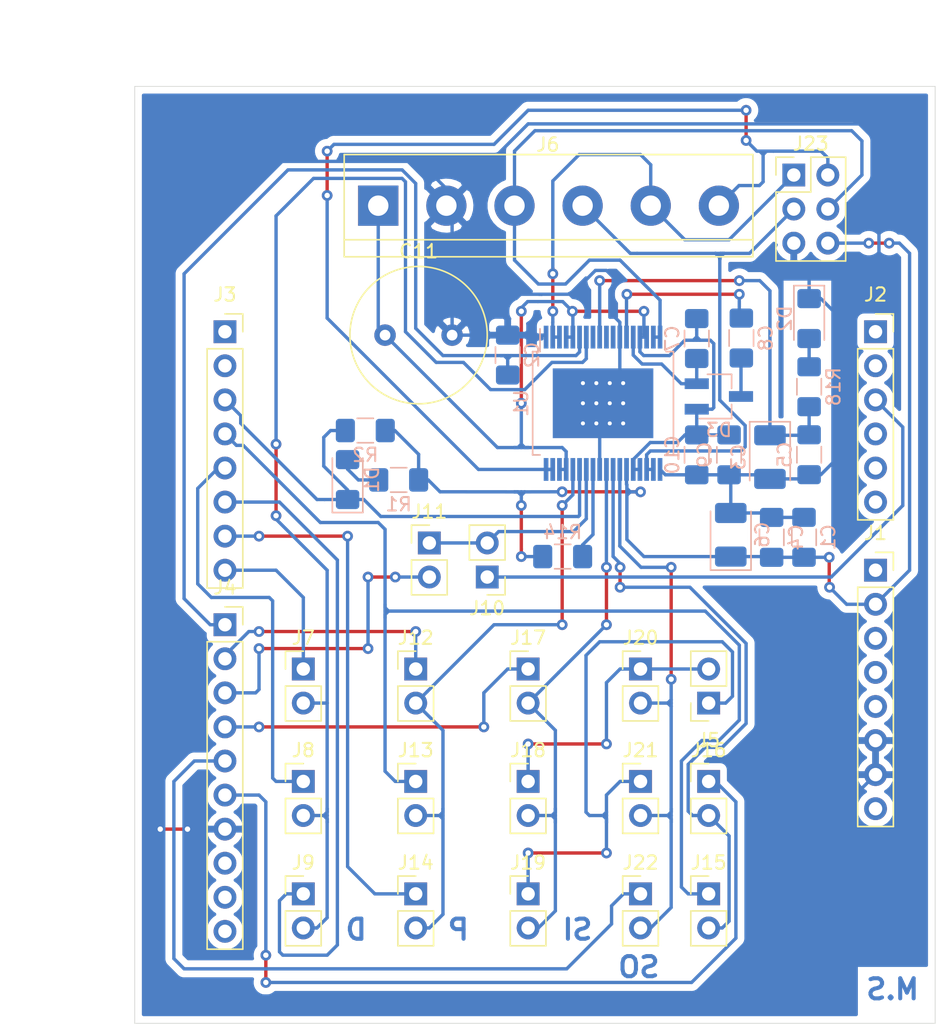
<source format=kicad_pcb>
(kicad_pcb (version 20171130) (host pcbnew "(5.1.5)-3")

  (general
    (thickness 1.6)
    (drawings 11)
    (tracks 602)
    (zones 0)
    (modules 42)
    (nets 54)
  )

  (page A4)
  (layers
    (0 F.Cu signal)
    (31 B.Cu signal)
    (32 B.Adhes user)
    (33 F.Adhes user)
    (34 B.Paste user)
    (35 F.Paste user)
    (36 B.SilkS user hide)
    (37 F.SilkS user)
    (38 B.Mask user)
    (39 F.Mask user)
    (40 Dwgs.User user)
    (41 Cmts.User user)
    (42 Eco1.User user)
    (43 Eco2.User user)
    (44 Edge.Cuts user)
    (45 Margin user)
    (46 B.CrtYd user)
    (47 F.CrtYd user)
    (48 B.Fab user hide)
    (49 F.Fab user hide)
  )

  (setup
    (last_trace_width 0.25)
    (trace_clearance 0.2)
    (zone_clearance 0.508)
    (zone_45_only no)
    (trace_min 0.2)
    (via_size 0.8)
    (via_drill 0.4)
    (via_min_size 0.4)
    (via_min_drill 0.3)
    (uvia_size 0.3)
    (uvia_drill 0.1)
    (uvias_allowed no)
    (uvia_min_size 0.2)
    (uvia_min_drill 0.1)
    (edge_width 0.05)
    (segment_width 0.2)
    (pcb_text_width 0.3)
    (pcb_text_size 1.5 1.5)
    (mod_edge_width 0.12)
    (mod_text_size 1 1)
    (mod_text_width 0.15)
    (pad_size 1.524 1.524)
    (pad_drill 0.762)
    (pad_to_mask_clearance 0.051)
    (solder_mask_min_width 0.25)
    (aux_axis_origin 0 0)
    (visible_elements 7FFFFFFF)
    (pcbplotparams
      (layerselection 0x010fc_ffffffff)
      (usegerberextensions false)
      (usegerberattributes false)
      (usegerberadvancedattributes false)
      (creategerberjobfile false)
      (excludeedgelayer true)
      (linewidth 0.100000)
      (plotframeref false)
      (viasonmask false)
      (mode 1)
      (useauxorigin false)
      (hpglpennumber 1)
      (hpglpenspeed 20)
      (hpglpendiameter 15.000000)
      (psnegative false)
      (psa4output false)
      (plotreference true)
      (plotvalue true)
      (plotinvisibletext false)
      (padsonsilk false)
      (subtractmaskfromsilk false)
      (outputformat 1)
      (mirror false)
      (drillshape 1)
      (scaleselection 1)
      (outputdirectory ""))
  )

  (net 0 "")
  (net 1 GND)
  (net 2 VDD)
  (net 3 "Net-(C2-Pad1)")
  (net 4 VS)
  (net 5 "Net-(D1-Pad1)")
  (net 6 "Net-(J1-Pad8)")
  (net 7 "Net-(J1-Pad5)")
  (net 8 "Net-(J1-Pad4)")
  (net 9 "Net-(J1-Pad3)")
  (net 10 "Net-(J1-Pad1)")
  (net 11 "Net-(J2-Pad6)")
  (net 12 "Net-(J2-Pad5)")
  (net 13 "Net-(J2-Pad4)")
  (net 14 "Net-(J2-Pad2)")
  (net 15 "Net-(J2-Pad1)")
  (net 16 "Net-(J3-Pad8)")
  (net 17 "Net-(J3-Pad6)")
  (net 18 "Net-(J3-Pad5)")
  (net 19 "Net-(J3-Pad2)")
  (net 20 "Net-(J3-Pad1)")
  (net 21 "Net-(J4-Pad10)")
  (net 22 "Net-(J4-Pad9)")
  (net 23 "Net-(J4-Pad8)")
  (net 24 "Net-(J10-Pad1)")
  (net 25 "Net-(J14-Pad1)")
  (net 26 "Net-(J13-Pad1)")
  (net 27 "Net-(J16-Pad1)")
  (net 28 "Net-(J22-Pad1)")
  (net 29 "Net-(J17-Pad1)")
  (net 30 "Net-(J11-Pad2)")
  (net 31 "Net-(J12-Pad1)")
  (net 32 "Net-(J18-Pad1)")
  (net 33 "Net-(J19-Pad1)")
  (net 34 "Net-(J7-Pad2)")
  (net 35 "Net-(J10-Pad2)")
  (net 36 "Net-(J12-Pad2)")
  (net 37 "Net-(J15-Pad2)")
  (net 38 "Net-(J17-Pad2)")
  (net 39 "Net-(J20-Pad2)")
  (net 40 "Net-(J23-Pad2)")
  (net 41 "Net-(J23-Pad1)")
  (net 42 "Net-(J23-Pad4)")
  (net 43 "Net-(J23-Pad3)")
  (net 44 "Net-(C3-Pad1)")
  (net 45 "Net-(C7-Pad2)")
  (net 46 "Net-(C8-Pad2)")
  (net 47 "Net-(C8-Pad1)")
  (net 48 "Net-(D1-Pad2)")
  (net 49 "Net-(D2-Pad2)")
  (net 50 "Net-(R14-Pad1)")
  (net 51 "Net-(U1-Pad11)")
  (net 52 "Net-(U1-Pad10)")
  (net 53 "Net-(U1-Pad8)")

  (net_class Default "Dies ist die voreingestellte Netzklasse."
    (clearance 0.2)
    (trace_width 0.25)
    (via_dia 0.8)
    (via_drill 0.4)
    (uvia_dia 0.3)
    (uvia_drill 0.1)
    (add_net GND)
    (add_net "Net-(C2-Pad1)")
    (add_net "Net-(C3-Pad1)")
    (add_net "Net-(C7-Pad2)")
    (add_net "Net-(C8-Pad1)")
    (add_net "Net-(C8-Pad2)")
    (add_net "Net-(D1-Pad1)")
    (add_net "Net-(D1-Pad2)")
    (add_net "Net-(D2-Pad2)")
    (add_net "Net-(J1-Pad1)")
    (add_net "Net-(J1-Pad3)")
    (add_net "Net-(J1-Pad4)")
    (add_net "Net-(J1-Pad5)")
    (add_net "Net-(J1-Pad8)")
    (add_net "Net-(J10-Pad1)")
    (add_net "Net-(J10-Pad2)")
    (add_net "Net-(J11-Pad2)")
    (add_net "Net-(J12-Pad1)")
    (add_net "Net-(J12-Pad2)")
    (add_net "Net-(J13-Pad1)")
    (add_net "Net-(J14-Pad1)")
    (add_net "Net-(J15-Pad2)")
    (add_net "Net-(J16-Pad1)")
    (add_net "Net-(J17-Pad1)")
    (add_net "Net-(J17-Pad2)")
    (add_net "Net-(J18-Pad1)")
    (add_net "Net-(J19-Pad1)")
    (add_net "Net-(J2-Pad1)")
    (add_net "Net-(J2-Pad2)")
    (add_net "Net-(J2-Pad4)")
    (add_net "Net-(J2-Pad5)")
    (add_net "Net-(J2-Pad6)")
    (add_net "Net-(J20-Pad2)")
    (add_net "Net-(J22-Pad1)")
    (add_net "Net-(J23-Pad1)")
    (add_net "Net-(J23-Pad2)")
    (add_net "Net-(J23-Pad3)")
    (add_net "Net-(J23-Pad4)")
    (add_net "Net-(J3-Pad1)")
    (add_net "Net-(J3-Pad2)")
    (add_net "Net-(J3-Pad5)")
    (add_net "Net-(J3-Pad6)")
    (add_net "Net-(J3-Pad8)")
    (add_net "Net-(J4-Pad10)")
    (add_net "Net-(J4-Pad8)")
    (add_net "Net-(J4-Pad9)")
    (add_net "Net-(J7-Pad2)")
    (add_net "Net-(R14-Pad1)")
    (add_net "Net-(U1-Pad10)")
    (add_net "Net-(U1-Pad11)")
    (add_net "Net-(U1-Pad8)")
    (add_net VDD)
    (add_net VS)
  )

  (module Resistor_SMD:R_1206_3216Metric_Pad1.42x1.75mm_HandSolder (layer B.Cu) (tedit 5B301BBD) (tstamp 5E5F4A5F)
    (at 170.307 78.2685 90)
    (descr "Resistor SMD 1206 (3216 Metric), square (rectangular) end terminal, IPC_7351 nominal with elongated pad for handsoldering. (Body size source: http://www.tortai-tech.com/upload/download/2011102023233369053.pdf), generated with kicad-footprint-generator")
    (tags "resistor handsolder")
    (path /5E57C0FF)
    (attr smd)
    (fp_text reference R18 (at 0 1.82 90) (layer B.SilkS)
      (effects (font (size 1 1) (thickness 0.15)) (justify mirror))
    )
    (fp_text value 330 (at 0 -1.82 90) (layer B.Fab)
      (effects (font (size 1 1) (thickness 0.15)) (justify mirror))
    )
    (fp_text user %R (at 0 0 90) (layer B.Fab)
      (effects (font (size 0.8 0.8) (thickness 0.12)) (justify mirror))
    )
    (fp_line (start 2.45 -1.12) (end -2.45 -1.12) (layer B.CrtYd) (width 0.05))
    (fp_line (start 2.45 1.12) (end 2.45 -1.12) (layer B.CrtYd) (width 0.05))
    (fp_line (start -2.45 1.12) (end 2.45 1.12) (layer B.CrtYd) (width 0.05))
    (fp_line (start -2.45 -1.12) (end -2.45 1.12) (layer B.CrtYd) (width 0.05))
    (fp_line (start -0.602064 -0.91) (end 0.602064 -0.91) (layer B.SilkS) (width 0.12))
    (fp_line (start -0.602064 0.91) (end 0.602064 0.91) (layer B.SilkS) (width 0.12))
    (fp_line (start 1.6 -0.8) (end -1.6 -0.8) (layer B.Fab) (width 0.1))
    (fp_line (start 1.6 0.8) (end 1.6 -0.8) (layer B.Fab) (width 0.1))
    (fp_line (start -1.6 0.8) (end 1.6 0.8) (layer B.Fab) (width 0.1))
    (fp_line (start -1.6 -0.8) (end -1.6 0.8) (layer B.Fab) (width 0.1))
    (pad 2 smd roundrect (at 1.4875 0 90) (size 1.425 1.75) (layers B.Cu B.Paste B.Mask) (roundrect_rratio 0.175439)
      (net 49 "Net-(D2-Pad2)"))
    (pad 1 smd roundrect (at -1.4875 0 90) (size 1.425 1.75) (layers B.Cu B.Paste B.Mask) (roundrect_rratio 0.175439)
      (net 44 "Net-(C3-Pad1)"))
    (model ${KISYS3DMOD}/Resistor_SMD.3dshapes/R_1206_3216Metric.wrl
      (at (xyz 0 0 0))
      (scale (xyz 1 1 1))
      (rotate (xyz 0 0 0))
    )
  )

  (module Resistor_SMD:R_1206_3216Metric_Pad1.42x1.75mm_HandSolder (layer B.Cu) (tedit 5B301BBD) (tstamp 5E5F4A4E)
    (at 151.9285 90.932 180)
    (descr "Resistor SMD 1206 (3216 Metric), square (rectangular) end terminal, IPC_7351 nominal with elongated pad for handsoldering. (Body size source: http://www.tortai-tech.com/upload/download/2011102023233369053.pdf), generated with kicad-footprint-generator")
    (tags "resistor handsolder")
    (path /5E5E229F)
    (attr smd)
    (fp_text reference R14 (at 0 1.82) (layer B.SilkS)
      (effects (font (size 1 1) (thickness 0.15)) (justify mirror))
    )
    (fp_text value 10k (at 0 -1.82) (layer B.Fab)
      (effects (font (size 1 1) (thickness 0.15)) (justify mirror))
    )
    (fp_text user %R (at 0 0) (layer B.Fab)
      (effects (font (size 0.8 0.8) (thickness 0.12)) (justify mirror))
    )
    (fp_line (start 2.45 -1.12) (end -2.45 -1.12) (layer B.CrtYd) (width 0.05))
    (fp_line (start 2.45 1.12) (end 2.45 -1.12) (layer B.CrtYd) (width 0.05))
    (fp_line (start -2.45 1.12) (end 2.45 1.12) (layer B.CrtYd) (width 0.05))
    (fp_line (start -2.45 -1.12) (end -2.45 1.12) (layer B.CrtYd) (width 0.05))
    (fp_line (start -0.602064 -0.91) (end 0.602064 -0.91) (layer B.SilkS) (width 0.12))
    (fp_line (start -0.602064 0.91) (end 0.602064 0.91) (layer B.SilkS) (width 0.12))
    (fp_line (start 1.6 -0.8) (end -1.6 -0.8) (layer B.Fab) (width 0.1))
    (fp_line (start 1.6 0.8) (end 1.6 -0.8) (layer B.Fab) (width 0.1))
    (fp_line (start -1.6 0.8) (end 1.6 0.8) (layer B.Fab) (width 0.1))
    (fp_line (start -1.6 -0.8) (end -1.6 0.8) (layer B.Fab) (width 0.1))
    (pad 2 smd roundrect (at 1.4875 0 180) (size 1.425 1.75) (layers B.Cu B.Paste B.Mask) (roundrect_rratio 0.175439)
      (net 2 VDD))
    (pad 1 smd roundrect (at -1.4875 0 180) (size 1.425 1.75) (layers B.Cu B.Paste B.Mask) (roundrect_rratio 0.175439)
      (net 50 "Net-(R14-Pad1)"))
    (model ${KISYS3DMOD}/Resistor_SMD.3dshapes/R_1206_3216Metric.wrl
      (at (xyz 0 0 0))
      (scale (xyz 1 1 1))
      (rotate (xyz 0 0 0))
    )
  )

  (module Resistor_SMD:R_1206_3216Metric_Pad1.42x1.75mm_HandSolder (layer B.Cu) (tedit 5B301BBD) (tstamp 5E5F4A3D)
    (at 137.2108 81.534)
    (descr "Resistor SMD 1206 (3216 Metric), square (rectangular) end terminal, IPC_7351 nominal with elongated pad for handsoldering. (Body size source: http://www.tortai-tech.com/upload/download/2011102023233369053.pdf), generated with kicad-footprint-generator")
    (tags "resistor handsolder")
    (path /5E654AF0)
    (attr smd)
    (fp_text reference R2 (at 0 1.82) (layer B.SilkS)
      (effects (font (size 1 1) (thickness 0.15)) (justify mirror))
    )
    (fp_text value 10k (at 0 -1.82) (layer B.Fab)
      (effects (font (size 1 1) (thickness 0.15)) (justify mirror))
    )
    (fp_text user %R (at 0 0) (layer B.Fab)
      (effects (font (size 0.8 0.8) (thickness 0.12)) (justify mirror))
    )
    (fp_line (start 2.45 -1.12) (end -2.45 -1.12) (layer B.CrtYd) (width 0.05))
    (fp_line (start 2.45 1.12) (end 2.45 -1.12) (layer B.CrtYd) (width 0.05))
    (fp_line (start -2.45 1.12) (end 2.45 1.12) (layer B.CrtYd) (width 0.05))
    (fp_line (start -2.45 -1.12) (end -2.45 1.12) (layer B.CrtYd) (width 0.05))
    (fp_line (start -0.602064 -0.91) (end 0.602064 -0.91) (layer B.SilkS) (width 0.12))
    (fp_line (start -0.602064 0.91) (end 0.602064 0.91) (layer B.SilkS) (width 0.12))
    (fp_line (start 1.6 -0.8) (end -1.6 -0.8) (layer B.Fab) (width 0.1))
    (fp_line (start 1.6 0.8) (end 1.6 -0.8) (layer B.Fab) (width 0.1))
    (fp_line (start -1.6 0.8) (end 1.6 0.8) (layer B.Fab) (width 0.1))
    (fp_line (start -1.6 -0.8) (end -1.6 0.8) (layer B.Fab) (width 0.1))
    (pad 2 smd roundrect (at 1.4875 0) (size 1.425 1.75) (layers B.Cu B.Paste B.Mask) (roundrect_rratio 0.175439)
      (net 2 VDD))
    (pad 1 smd roundrect (at -1.4875 0) (size 1.425 1.75) (layers B.Cu B.Paste B.Mask) (roundrect_rratio 0.175439)
      (net 5 "Net-(D1-Pad1)"))
    (model ${KISYS3DMOD}/Resistor_SMD.3dshapes/R_1206_3216Metric.wrl
      (at (xyz 0 0 0))
      (scale (xyz 1 1 1))
      (rotate (xyz 0 0 0))
    )
  )

  (module Resistor_SMD:R_1206_3216Metric_Pad1.42x1.75mm_HandSolder (layer B.Cu) (tedit 5B301BBD) (tstamp 5E5F4A2C)
    (at 139.7 85.217)
    (descr "Resistor SMD 1206 (3216 Metric), square (rectangular) end terminal, IPC_7351 nominal with elongated pad for handsoldering. (Body size source: http://www.tortai-tech.com/upload/download/2011102023233369053.pdf), generated with kicad-footprint-generator")
    (tags "resistor handsolder")
    (path /5E6537B4)
    (attr smd)
    (fp_text reference R1 (at 0 1.82) (layer B.SilkS)
      (effects (font (size 1 1) (thickness 0.15)) (justify mirror))
    )
    (fp_text value 330 (at 0 -1.82) (layer B.Fab)
      (effects (font (size 1 1) (thickness 0.15)) (justify mirror))
    )
    (fp_text user %R (at 0 0) (layer B.Fab)
      (effects (font (size 0.8 0.8) (thickness 0.12)) (justify mirror))
    )
    (fp_line (start 2.45 -1.12) (end -2.45 -1.12) (layer B.CrtYd) (width 0.05))
    (fp_line (start 2.45 1.12) (end 2.45 -1.12) (layer B.CrtYd) (width 0.05))
    (fp_line (start -2.45 1.12) (end 2.45 1.12) (layer B.CrtYd) (width 0.05))
    (fp_line (start -2.45 -1.12) (end -2.45 1.12) (layer B.CrtYd) (width 0.05))
    (fp_line (start -0.602064 -0.91) (end 0.602064 -0.91) (layer B.SilkS) (width 0.12))
    (fp_line (start -0.602064 0.91) (end 0.602064 0.91) (layer B.SilkS) (width 0.12))
    (fp_line (start 1.6 -0.8) (end -1.6 -0.8) (layer B.Fab) (width 0.1))
    (fp_line (start 1.6 0.8) (end 1.6 -0.8) (layer B.Fab) (width 0.1))
    (fp_line (start -1.6 0.8) (end 1.6 0.8) (layer B.Fab) (width 0.1))
    (fp_line (start -1.6 -0.8) (end -1.6 0.8) (layer B.Fab) (width 0.1))
    (pad 2 smd roundrect (at 1.4875 0) (size 1.425 1.75) (layers B.Cu B.Paste B.Mask) (roundrect_rratio 0.175439)
      (net 2 VDD))
    (pad 1 smd roundrect (at -1.4875 0) (size 1.425 1.75) (layers B.Cu B.Paste B.Mask) (roundrect_rratio 0.175439)
      (net 48 "Net-(D1-Pad2)"))
    (model ${KISYS3DMOD}/Resistor_SMD.3dshapes/R_1206_3216Metric.wrl
      (at (xyz 0 0 0))
      (scale (xyz 1 1 1))
      (rotate (xyz 0 0 0))
    )
  )

  (module Package_TO_SOT_SMD:SC-59_Handsoldering (layer B.Cu) (tedit 5A0AB732) (tstamp 5E5F2616)
    (at 163.576 78.994)
    (descr "SC-59, hand-soldering varaint, https://lib.chipdip.ru/images/import_diod/original/SOT-23_SC-59.jpg")
    (tags "SC-59 hand-soldering")
    (path /5E5706E5)
    (attr smd)
    (fp_text reference D3 (at 0 2.5) (layer B.SilkS)
      (effects (font (size 1 1) (thickness 0.15)) (justify mirror))
    )
    (fp_text value D_Schottky_x2_Serial_AKC (at 0 -2.5) (layer B.Fab)
      (effects (font (size 1 1) (thickness 0.15)) (justify mirror))
    )
    (fp_line (start 2.8 -1.8) (end -2.8 -1.8) (layer B.CrtYd) (width 0.05))
    (fp_line (start 2.8 -1.8) (end 2.8 1.8) (layer B.CrtYd) (width 0.05))
    (fp_line (start -2.8 1.8) (end -2.8 -1.8) (layer B.CrtYd) (width 0.05))
    (fp_line (start -2.8 1.8) (end 2.8 1.8) (layer B.CrtYd) (width 0.05))
    (fp_line (start 0.85 1.52) (end 0.85 -1.52) (layer B.Fab) (width 0.1))
    (fp_line (start -0.3 1.55) (end 0.85 1.55) (layer B.Fab) (width 0.1))
    (fp_line (start -0.3 1.55) (end -0.85 1) (layer B.Fab) (width 0.1))
    (fp_line (start -0.85 -1.55) (end 0.85 -1.55) (layer B.Fab) (width 0.1))
    (fp_line (start 0.95 -1.65) (end 0.95 -0.6) (layer B.SilkS) (width 0.12))
    (fp_line (start -0.85 -1.65) (end 0.95 -1.65) (layer B.SilkS) (width 0.12))
    (fp_line (start 0.95 1.65) (end 0.95 0.6) (layer B.SilkS) (width 0.12))
    (fp_line (start -1.45 1.65) (end 0.95 1.65) (layer B.SilkS) (width 0.12))
    (fp_line (start -0.85 -1.55) (end -0.85 1) (layer B.Fab) (width 0.1))
    (fp_text user %R (at 0 0 -90) (layer B.Fab)
      (effects (font (size 0.5 0.5) (thickness 0.075)) (justify mirror))
    )
    (pad 3 smd rect (at 1.65 0) (size 1.8 0.8) (layers B.Cu B.Paste B.Mask)
      (net 47 "Net-(C8-Pad1)"))
    (pad 2 smd rect (at -1.65 -0.95) (size 1.8 0.8) (layers B.Cu B.Paste B.Mask)
      (net 45 "Net-(C7-Pad2)"))
    (pad 1 smd rect (at -1.65 0.95) (size 1.8 0.8) (layers B.Cu B.Paste B.Mask)
      (net 4 VS))
    (model ${KISYS3DMOD}/Package_TO_SOT_SMD.3dshapes/SC-59.wrl
      (at (xyz 0 0 0))
      (scale (xyz 1 1 1))
      (rotate (xyz 0 0 0))
    )
  )

  (module Diode_SMD:D_1206_3216Metric_Pad1.42x1.75mm_HandSolder (layer B.Cu) (tedit 5B4B45C8) (tstamp 5E5F2601)
    (at 170.307 73.1885 270)
    (descr "Diode SMD 1206 (3216 Metric), square (rectangular) end terminal, IPC_7351 nominal, (Body size source: http://www.tortai-tech.com/upload/download/2011102023233369053.pdf), generated with kicad-footprint-generator")
    (tags "diode handsolder")
    (path /5E57AFA2)
    (attr smd)
    (fp_text reference D2 (at 0 1.82 90) (layer B.SilkS)
      (effects (font (size 1 1) (thickness 0.15)) (justify mirror))
    )
    (fp_text value LED (at 0 -1.82 90) (layer B.Fab)
      (effects (font (size 1 1) (thickness 0.15)) (justify mirror))
    )
    (fp_text user %R (at 0 0 90) (layer B.Fab)
      (effects (font (size 0.8 0.8) (thickness 0.12)) (justify mirror))
    )
    (fp_line (start 2.45 -1.12) (end -2.45 -1.12) (layer B.CrtYd) (width 0.05))
    (fp_line (start 2.45 1.12) (end 2.45 -1.12) (layer B.CrtYd) (width 0.05))
    (fp_line (start -2.45 1.12) (end 2.45 1.12) (layer B.CrtYd) (width 0.05))
    (fp_line (start -2.45 -1.12) (end -2.45 1.12) (layer B.CrtYd) (width 0.05))
    (fp_line (start -2.46 -1.135) (end 1.6 -1.135) (layer B.SilkS) (width 0.12))
    (fp_line (start -2.46 1.135) (end -2.46 -1.135) (layer B.SilkS) (width 0.12))
    (fp_line (start 1.6 1.135) (end -2.46 1.135) (layer B.SilkS) (width 0.12))
    (fp_line (start 1.6 -0.8) (end 1.6 0.8) (layer B.Fab) (width 0.1))
    (fp_line (start -1.6 -0.8) (end 1.6 -0.8) (layer B.Fab) (width 0.1))
    (fp_line (start -1.6 0.4) (end -1.6 -0.8) (layer B.Fab) (width 0.1))
    (fp_line (start -1.2 0.8) (end -1.6 0.4) (layer B.Fab) (width 0.1))
    (fp_line (start 1.6 0.8) (end -1.2 0.8) (layer B.Fab) (width 0.1))
    (pad 2 smd roundrect (at 1.4875 0 270) (size 1.425 1.75) (layers B.Cu B.Paste B.Mask) (roundrect_rratio 0.175439)
      (net 49 "Net-(D2-Pad2)"))
    (pad 1 smd roundrect (at -1.4875 0 270) (size 1.425 1.75) (layers B.Cu B.Paste B.Mask) (roundrect_rratio 0.175439)
      (net 1 GND))
    (model ${KISYS3DMOD}/Diode_SMD.3dshapes/D_1206_3216Metric.wrl
      (at (xyz 0 0 0))
      (scale (xyz 1 1 1))
      (rotate (xyz 0 0 0))
    )
  )

  (module Diode_SMD:D_1206_3216Metric_Pad1.42x1.75mm_HandSolder (layer B.Cu) (tedit 5B4B45C8) (tstamp 5E5F25EE)
    (at 135.89 85.19 90)
    (descr "Diode SMD 1206 (3216 Metric), square (rectangular) end terminal, IPC_7351 nominal, (Body size source: http://www.tortai-tech.com/upload/download/2011102023233369053.pdf), generated with kicad-footprint-generator")
    (tags "diode handsolder")
    (path /5E652853)
    (attr smd)
    (fp_text reference D1 (at 0 1.82 90) (layer B.SilkS)
      (effects (font (size 1 1) (thickness 0.15)) (justify mirror))
    )
    (fp_text value LED (at 0 -1.82 90) (layer B.Fab)
      (effects (font (size 1 1) (thickness 0.15)) (justify mirror))
    )
    (fp_text user %R (at 0 0 90) (layer B.Fab)
      (effects (font (size 0.8 0.8) (thickness 0.12)) (justify mirror))
    )
    (fp_line (start 2.45 -1.12) (end -2.45 -1.12) (layer B.CrtYd) (width 0.05))
    (fp_line (start 2.45 1.12) (end 2.45 -1.12) (layer B.CrtYd) (width 0.05))
    (fp_line (start -2.45 1.12) (end 2.45 1.12) (layer B.CrtYd) (width 0.05))
    (fp_line (start -2.45 -1.12) (end -2.45 1.12) (layer B.CrtYd) (width 0.05))
    (fp_line (start -2.46 -1.135) (end 1.6 -1.135) (layer B.SilkS) (width 0.12))
    (fp_line (start -2.46 1.135) (end -2.46 -1.135) (layer B.SilkS) (width 0.12))
    (fp_line (start 1.6 1.135) (end -2.46 1.135) (layer B.SilkS) (width 0.12))
    (fp_line (start 1.6 -0.8) (end 1.6 0.8) (layer B.Fab) (width 0.1))
    (fp_line (start -1.6 -0.8) (end 1.6 -0.8) (layer B.Fab) (width 0.1))
    (fp_line (start -1.6 0.4) (end -1.6 -0.8) (layer B.Fab) (width 0.1))
    (fp_line (start -1.2 0.8) (end -1.6 0.4) (layer B.Fab) (width 0.1))
    (fp_line (start 1.6 0.8) (end -1.2 0.8) (layer B.Fab) (width 0.1))
    (pad 2 smd roundrect (at 1.4875 0 90) (size 1.425 1.75) (layers B.Cu B.Paste B.Mask) (roundrect_rratio 0.175439)
      (net 48 "Net-(D1-Pad2)"))
    (pad 1 smd roundrect (at -1.4875 0 90) (size 1.425 1.75) (layers B.Cu B.Paste B.Mask) (roundrect_rratio 0.175439)
      (net 5 "Net-(D1-Pad1)"))
    (model ${KISYS3DMOD}/Diode_SMD.3dshapes/D_1206_3216Metric.wrl
      (at (xyz 0 0 0))
      (scale (xyz 1 1 1))
      (rotate (xyz 0 0 0))
    )
  )

  (module Capacitor_SMD:C_1206_3216Metric_Pad1.42x1.75mm_HandSolder (layer B.Cu) (tedit 5B301BBE) (tstamp 5E5F25C9)
    (at 161.925 83.3485 270)
    (descr "Capacitor SMD 1206 (3216 Metric), square (rectangular) end terminal, IPC_7351 nominal with elongated pad for handsoldering. (Body size source: http://www.tortai-tech.com/upload/download/2011102023233369053.pdf), generated with kicad-footprint-generator")
    (tags "capacitor handsolder")
    (path /5E58F07D)
    (attr smd)
    (fp_text reference C10 (at 0 1.82 90) (layer B.SilkS)
      (effects (font (size 1 1) (thickness 0.15)) (justify mirror))
    )
    (fp_text value 100nF (at 0 -1.82 90) (layer B.Fab)
      (effects (font (size 1 1) (thickness 0.15)) (justify mirror))
    )
    (fp_text user %R (at 0 0 90) (layer B.Fab)
      (effects (font (size 0.8 0.8) (thickness 0.12)) (justify mirror))
    )
    (fp_line (start 2.45 -1.12) (end -2.45 -1.12) (layer B.CrtYd) (width 0.05))
    (fp_line (start 2.45 1.12) (end 2.45 -1.12) (layer B.CrtYd) (width 0.05))
    (fp_line (start -2.45 1.12) (end 2.45 1.12) (layer B.CrtYd) (width 0.05))
    (fp_line (start -2.45 -1.12) (end -2.45 1.12) (layer B.CrtYd) (width 0.05))
    (fp_line (start -0.602064 -0.91) (end 0.602064 -0.91) (layer B.SilkS) (width 0.12))
    (fp_line (start -0.602064 0.91) (end 0.602064 0.91) (layer B.SilkS) (width 0.12))
    (fp_line (start 1.6 -0.8) (end -1.6 -0.8) (layer B.Fab) (width 0.1))
    (fp_line (start 1.6 0.8) (end 1.6 -0.8) (layer B.Fab) (width 0.1))
    (fp_line (start -1.6 0.8) (end 1.6 0.8) (layer B.Fab) (width 0.1))
    (fp_line (start -1.6 -0.8) (end -1.6 0.8) (layer B.Fab) (width 0.1))
    (pad 2 smd roundrect (at 1.4875 0 270) (size 1.425 1.75) (layers B.Cu B.Paste B.Mask) (roundrect_rratio 0.175439)
      (net 1 GND))
    (pad 1 smd roundrect (at -1.4875 0 270) (size 1.425 1.75) (layers B.Cu B.Paste B.Mask) (roundrect_rratio 0.175439)
      (net 4 VS))
    (model ${KISYS3DMOD}/Capacitor_SMD.3dshapes/C_1206_3216Metric.wrl
      (at (xyz 0 0 0))
      (scale (xyz 1 1 1))
      (rotate (xyz 0 0 0))
    )
  )

  (module Capacitor_SMD:C_1206_3216Metric_Pad1.42x1.75mm_HandSolder (layer B.Cu) (tedit 5B301BBE) (tstamp 5E5F25B8)
    (at 164.338 83.3485 270)
    (descr "Capacitor SMD 1206 (3216 Metric), square (rectangular) end terminal, IPC_7351 nominal with elongated pad for handsoldering. (Body size source: http://www.tortai-tech.com/upload/download/2011102023233369053.pdf), generated with kicad-footprint-generator")
    (tags "capacitor handsolder")
    (path /5E5915FD)
    (attr smd)
    (fp_text reference C9 (at 0 1.82 90) (layer B.SilkS)
      (effects (font (size 1 1) (thickness 0.15)) (justify mirror))
    )
    (fp_text value 100nF (at 0 -1.82 90) (layer B.Fab)
      (effects (font (size 1 1) (thickness 0.15)) (justify mirror))
    )
    (fp_text user %R (at 0 0 90) (layer B.Fab)
      (effects (font (size 0.8 0.8) (thickness 0.12)) (justify mirror))
    )
    (fp_line (start 2.45 -1.12) (end -2.45 -1.12) (layer B.CrtYd) (width 0.05))
    (fp_line (start 2.45 1.12) (end 2.45 -1.12) (layer B.CrtYd) (width 0.05))
    (fp_line (start -2.45 1.12) (end 2.45 1.12) (layer B.CrtYd) (width 0.05))
    (fp_line (start -2.45 -1.12) (end -2.45 1.12) (layer B.CrtYd) (width 0.05))
    (fp_line (start -0.602064 -0.91) (end 0.602064 -0.91) (layer B.SilkS) (width 0.12))
    (fp_line (start -0.602064 0.91) (end 0.602064 0.91) (layer B.SilkS) (width 0.12))
    (fp_line (start 1.6 -0.8) (end -1.6 -0.8) (layer B.Fab) (width 0.1))
    (fp_line (start 1.6 0.8) (end 1.6 -0.8) (layer B.Fab) (width 0.1))
    (fp_line (start -1.6 0.8) (end 1.6 0.8) (layer B.Fab) (width 0.1))
    (fp_line (start -1.6 -0.8) (end -1.6 0.8) (layer B.Fab) (width 0.1))
    (pad 2 smd roundrect (at 1.4875 0 270) (size 1.425 1.75) (layers B.Cu B.Paste B.Mask) (roundrect_rratio 0.175439)
      (net 1 GND))
    (pad 1 smd roundrect (at -1.4875 0 270) (size 1.425 1.75) (layers B.Cu B.Paste B.Mask) (roundrect_rratio 0.175439)
      (net 4 VS))
    (model ${KISYS3DMOD}/Capacitor_SMD.3dshapes/C_1206_3216Metric.wrl
      (at (xyz 0 0 0))
      (scale (xyz 1 1 1))
      (rotate (xyz 0 0 0))
    )
  )

  (module Capacitor_SMD:C_1206_3216Metric_Pad1.42x1.75mm_HandSolder (layer B.Cu) (tedit 5B301BBE) (tstamp 5E5F25A7)
    (at 165.2524 74.6395 90)
    (descr "Capacitor SMD 1206 (3216 Metric), square (rectangular) end terminal, IPC_7351 nominal with elongated pad for handsoldering. (Body size source: http://www.tortai-tech.com/upload/download/2011102023233369053.pdf), generated with kicad-footprint-generator")
    (tags "capacitor handsolder")
    (path /5E573EBF)
    (attr smd)
    (fp_text reference C8 (at 0 1.82 90) (layer B.SilkS)
      (effects (font (size 1 1) (thickness 0.15)) (justify mirror))
    )
    (fp_text value 10nF (at 0 -1.82 90) (layer B.Fab)
      (effects (font (size 1 1) (thickness 0.15)) (justify mirror))
    )
    (fp_text user %R (at 0 0 90) (layer B.Fab)
      (effects (font (size 0.8 0.8) (thickness 0.12)) (justify mirror))
    )
    (fp_line (start 2.45 -1.12) (end -2.45 -1.12) (layer B.CrtYd) (width 0.05))
    (fp_line (start 2.45 1.12) (end 2.45 -1.12) (layer B.CrtYd) (width 0.05))
    (fp_line (start -2.45 1.12) (end 2.45 1.12) (layer B.CrtYd) (width 0.05))
    (fp_line (start -2.45 -1.12) (end -2.45 1.12) (layer B.CrtYd) (width 0.05))
    (fp_line (start -0.602064 -0.91) (end 0.602064 -0.91) (layer B.SilkS) (width 0.12))
    (fp_line (start -0.602064 0.91) (end 0.602064 0.91) (layer B.SilkS) (width 0.12))
    (fp_line (start 1.6 -0.8) (end -1.6 -0.8) (layer B.Fab) (width 0.1))
    (fp_line (start 1.6 0.8) (end 1.6 -0.8) (layer B.Fab) (width 0.1))
    (fp_line (start -1.6 0.8) (end 1.6 0.8) (layer B.Fab) (width 0.1))
    (fp_line (start -1.6 -0.8) (end -1.6 0.8) (layer B.Fab) (width 0.1))
    (pad 2 smd roundrect (at 1.4875 0 90) (size 1.425 1.75) (layers B.Cu B.Paste B.Mask) (roundrect_rratio 0.175439)
      (net 46 "Net-(C8-Pad2)"))
    (pad 1 smd roundrect (at -1.4875 0 90) (size 1.425 1.75) (layers B.Cu B.Paste B.Mask) (roundrect_rratio 0.175439)
      (net 47 "Net-(C8-Pad1)"))
    (model ${KISYS3DMOD}/Capacitor_SMD.3dshapes/C_1206_3216Metric.wrl
      (at (xyz 0 0 0))
      (scale (xyz 1 1 1))
      (rotate (xyz 0 0 0))
    )
  )

  (module Capacitor_SMD:C_1206_3216Metric_Pad1.42x1.75mm_HandSolder (layer B.Cu) (tedit 5B301BBE) (tstamp 5E5F2596)
    (at 161.925 74.676 270)
    (descr "Capacitor SMD 1206 (3216 Metric), square (rectangular) end terminal, IPC_7351 nominal with elongated pad for handsoldering. (Body size source: http://www.tortai-tech.com/upload/download/2011102023233369053.pdf), generated with kicad-footprint-generator")
    (tags "capacitor handsolder")
    (path /5E575102)
    (attr smd)
    (fp_text reference C7 (at 0 1.82 90) (layer B.SilkS)
      (effects (font (size 1 1) (thickness 0.15)) (justify mirror))
    )
    (fp_text value 220nF (at 0 -1.82 90) (layer B.Fab)
      (effects (font (size 1 1) (thickness 0.15)) (justify mirror))
    )
    (fp_text user %R (at 0 0 90) (layer B.Fab)
      (effects (font (size 0.8 0.8) (thickness 0.12)) (justify mirror))
    )
    (fp_line (start 2.45 -1.12) (end -2.45 -1.12) (layer B.CrtYd) (width 0.05))
    (fp_line (start 2.45 1.12) (end 2.45 -1.12) (layer B.CrtYd) (width 0.05))
    (fp_line (start -2.45 1.12) (end 2.45 1.12) (layer B.CrtYd) (width 0.05))
    (fp_line (start -2.45 -1.12) (end -2.45 1.12) (layer B.CrtYd) (width 0.05))
    (fp_line (start -0.602064 -0.91) (end 0.602064 -0.91) (layer B.SilkS) (width 0.12))
    (fp_line (start -0.602064 0.91) (end 0.602064 0.91) (layer B.SilkS) (width 0.12))
    (fp_line (start 1.6 -0.8) (end -1.6 -0.8) (layer B.Fab) (width 0.1))
    (fp_line (start 1.6 0.8) (end 1.6 -0.8) (layer B.Fab) (width 0.1))
    (fp_line (start -1.6 0.8) (end 1.6 0.8) (layer B.Fab) (width 0.1))
    (fp_line (start -1.6 -0.8) (end -1.6 0.8) (layer B.Fab) (width 0.1))
    (pad 2 smd roundrect (at 1.4875 0 270) (size 1.425 1.75) (layers B.Cu B.Paste B.Mask) (roundrect_rratio 0.175439)
      (net 45 "Net-(C7-Pad2)"))
    (pad 1 smd roundrect (at -1.4875 0 270) (size 1.425 1.75) (layers B.Cu B.Paste B.Mask) (roundrect_rratio 0.175439)
      (net 4 VS))
    (model ${KISYS3DMOD}/Capacitor_SMD.3dshapes/C_1206_3216Metric.wrl
      (at (xyz 0 0 0))
      (scale (xyz 1 1 1))
      (rotate (xyz 0 0 0))
    )
  )

  (module Capacitor_Tantalum_SMD:CP_EIA-3528-12_Kemet-T_Pad1.50x2.35mm_HandSolder (layer B.Cu) (tedit 5B342532) (tstamp 5E5F2585)
    (at 164.465 89.307 90)
    (descr "Tantalum Capacitor SMD Kemet-T (3528-12 Metric), IPC_7351 nominal, (Body size from: http://www.kemet.com/Lists/ProductCatalog/Attachments/253/KEM_TC101_STD.pdf), generated with kicad-footprint-generator")
    (tags "capacitor tantalum")
    (path /5E581A5C)
    (attr smd)
    (fp_text reference C6 (at 0 2.35 90) (layer B.SilkS)
      (effects (font (size 1 1) (thickness 0.15)) (justify mirror))
    )
    (fp_text value 10uF (at 0 -2.35 90) (layer B.Fab)
      (effects (font (size 1 1) (thickness 0.15)) (justify mirror))
    )
    (fp_text user %R (at 0 0 90) (layer B.Fab)
      (effects (font (size 0.88 0.88) (thickness 0.13)) (justify mirror))
    )
    (fp_line (start 2.62 -1.65) (end -2.62 -1.65) (layer B.CrtYd) (width 0.05))
    (fp_line (start 2.62 1.65) (end 2.62 -1.65) (layer B.CrtYd) (width 0.05))
    (fp_line (start -2.62 1.65) (end 2.62 1.65) (layer B.CrtYd) (width 0.05))
    (fp_line (start -2.62 -1.65) (end -2.62 1.65) (layer B.CrtYd) (width 0.05))
    (fp_line (start -2.635 -1.51) (end 1.75 -1.51) (layer B.SilkS) (width 0.12))
    (fp_line (start -2.635 1.51) (end -2.635 -1.51) (layer B.SilkS) (width 0.12))
    (fp_line (start 1.75 1.51) (end -2.635 1.51) (layer B.SilkS) (width 0.12))
    (fp_line (start 1.75 -1.4) (end 1.75 1.4) (layer B.Fab) (width 0.1))
    (fp_line (start -1.75 -1.4) (end 1.75 -1.4) (layer B.Fab) (width 0.1))
    (fp_line (start -1.75 0.7) (end -1.75 -1.4) (layer B.Fab) (width 0.1))
    (fp_line (start -1.05 1.4) (end -1.75 0.7) (layer B.Fab) (width 0.1))
    (fp_line (start 1.75 1.4) (end -1.05 1.4) (layer B.Fab) (width 0.1))
    (pad 2 smd roundrect (at 1.625 0 90) (size 1.5 2.35) (layers B.Cu B.Paste B.Mask) (roundrect_rratio 0.166667)
      (net 1 GND))
    (pad 1 smd roundrect (at -1.625 0 90) (size 1.5 2.35) (layers B.Cu B.Paste B.Mask) (roundrect_rratio 0.166667)
      (net 2 VDD))
    (model ${KISYS3DMOD}/Capacitor_Tantalum_SMD.3dshapes/CP_EIA-3528-12_Kemet-T.wrl
      (at (xyz 0 0 0))
      (scale (xyz 1 1 1))
      (rotate (xyz 0 0 0))
    )
  )

  (module Capacitor_SMD:C_1206_3216Metric_Pad1.42x1.75mm_HandSolder (layer B.Cu) (tedit 5B301BBE) (tstamp 5E5F2572)
    (at 170.307 83.339 270)
    (descr "Capacitor SMD 1206 (3216 Metric), square (rectangular) end terminal, IPC_7351 nominal with elongated pad for handsoldering. (Body size source: http://www.tortai-tech.com/upload/download/2011102023233369053.pdf), generated with kicad-footprint-generator")
    (tags "capacitor handsolder")
    (path /5E578ABE)
    (attr smd)
    (fp_text reference C5 (at 0 1.82 90) (layer B.SilkS)
      (effects (font (size 1 1) (thickness 0.15)) (justify mirror))
    )
    (fp_text value 100nF (at 0 -1.82 90) (layer B.Fab)
      (effects (font (size 1 1) (thickness 0.15)) (justify mirror))
    )
    (fp_text user %R (at 0 0 90) (layer B.Fab)
      (effects (font (size 0.8 0.8) (thickness 0.12)) (justify mirror))
    )
    (fp_line (start 2.45 -1.12) (end -2.45 -1.12) (layer B.CrtYd) (width 0.05))
    (fp_line (start 2.45 1.12) (end 2.45 -1.12) (layer B.CrtYd) (width 0.05))
    (fp_line (start -2.45 1.12) (end 2.45 1.12) (layer B.CrtYd) (width 0.05))
    (fp_line (start -2.45 -1.12) (end -2.45 1.12) (layer B.CrtYd) (width 0.05))
    (fp_line (start -0.602064 -0.91) (end 0.602064 -0.91) (layer B.SilkS) (width 0.12))
    (fp_line (start -0.602064 0.91) (end 0.602064 0.91) (layer B.SilkS) (width 0.12))
    (fp_line (start 1.6 -0.8) (end -1.6 -0.8) (layer B.Fab) (width 0.1))
    (fp_line (start 1.6 0.8) (end 1.6 -0.8) (layer B.Fab) (width 0.1))
    (fp_line (start -1.6 0.8) (end 1.6 0.8) (layer B.Fab) (width 0.1))
    (fp_line (start -1.6 -0.8) (end -1.6 0.8) (layer B.Fab) (width 0.1))
    (pad 2 smd roundrect (at 1.4875 0 270) (size 1.425 1.75) (layers B.Cu B.Paste B.Mask) (roundrect_rratio 0.175439)
      (net 1 GND))
    (pad 1 smd roundrect (at -1.4875 0 270) (size 1.425 1.75) (layers B.Cu B.Paste B.Mask) (roundrect_rratio 0.175439)
      (net 44 "Net-(C3-Pad1)"))
    (model ${KISYS3DMOD}/Capacitor_SMD.3dshapes/C_1206_3216Metric.wrl
      (at (xyz 0 0 0))
      (scale (xyz 1 1 1))
      (rotate (xyz 0 0 0))
    )
  )

  (module Capacitor_SMD:C_1206_3216Metric_Pad1.42x1.75mm_HandSolder (layer B.Cu) (tedit 5B301BBE) (tstamp 5E5F2561)
    (at 167.513 89.4985 90)
    (descr "Capacitor SMD 1206 (3216 Metric), square (rectangular) end terminal, IPC_7351 nominal with elongated pad for handsoldering. (Body size source: http://www.tortai-tech.com/upload/download/2011102023233369053.pdf), generated with kicad-footprint-generator")
    (tags "capacitor handsolder")
    (path /5E58287C)
    (attr smd)
    (fp_text reference C4 (at 0 1.82 90) (layer B.SilkS)
      (effects (font (size 1 1) (thickness 0.15)) (justify mirror))
    )
    (fp_text value 100nF (at 0 -1.82 90) (layer B.Fab)
      (effects (font (size 1 1) (thickness 0.15)) (justify mirror))
    )
    (fp_text user %R (at 0 0 90) (layer B.Fab)
      (effects (font (size 0.8 0.8) (thickness 0.12)) (justify mirror))
    )
    (fp_line (start 2.45 -1.12) (end -2.45 -1.12) (layer B.CrtYd) (width 0.05))
    (fp_line (start 2.45 1.12) (end 2.45 -1.12) (layer B.CrtYd) (width 0.05))
    (fp_line (start -2.45 1.12) (end 2.45 1.12) (layer B.CrtYd) (width 0.05))
    (fp_line (start -2.45 -1.12) (end -2.45 1.12) (layer B.CrtYd) (width 0.05))
    (fp_line (start -0.602064 -0.91) (end 0.602064 -0.91) (layer B.SilkS) (width 0.12))
    (fp_line (start -0.602064 0.91) (end 0.602064 0.91) (layer B.SilkS) (width 0.12))
    (fp_line (start 1.6 -0.8) (end -1.6 -0.8) (layer B.Fab) (width 0.1))
    (fp_line (start 1.6 0.8) (end 1.6 -0.8) (layer B.Fab) (width 0.1))
    (fp_line (start -1.6 0.8) (end 1.6 0.8) (layer B.Fab) (width 0.1))
    (fp_line (start -1.6 -0.8) (end -1.6 0.8) (layer B.Fab) (width 0.1))
    (pad 2 smd roundrect (at 1.4875 0 90) (size 1.425 1.75) (layers B.Cu B.Paste B.Mask) (roundrect_rratio 0.175439)
      (net 1 GND))
    (pad 1 smd roundrect (at -1.4875 0 90) (size 1.425 1.75) (layers B.Cu B.Paste B.Mask) (roundrect_rratio 0.175439)
      (net 2 VDD))
    (model ${KISYS3DMOD}/Capacitor_SMD.3dshapes/C_1206_3216Metric.wrl
      (at (xyz 0 0 0))
      (scale (xyz 1 1 1))
      (rotate (xyz 0 0 0))
    )
  )

  (module Capacitor_Tantalum_SMD:CP_EIA-3528-12_Kemet-T_Pad1.50x2.35mm_HandSolder (layer B.Cu) (tedit 5B342532) (tstamp 5E5F3B08)
    (at 167.386 83.5152 270)
    (descr "Tantalum Capacitor SMD Kemet-T (3528-12 Metric), IPC_7351 nominal, (Body size from: http://www.kemet.com/Lists/ProductCatalog/Attachments/253/KEM_TC101_STD.pdf), generated with kicad-footprint-generator")
    (tags "capacitor tantalum")
    (path /5E579F35)
    (attr smd)
    (fp_text reference C3 (at 0 2.35 90) (layer B.SilkS)
      (effects (font (size 1 1) (thickness 0.15)) (justify mirror))
    )
    (fp_text value 47uF (at 0 -2.35 90) (layer B.Fab)
      (effects (font (size 1 1) (thickness 0.15)) (justify mirror))
    )
    (fp_text user %R (at 0 0 90) (layer B.Fab)
      (effects (font (size 0.88 0.88) (thickness 0.13)) (justify mirror))
    )
    (fp_line (start 2.62 -1.65) (end -2.62 -1.65) (layer B.CrtYd) (width 0.05))
    (fp_line (start 2.62 1.65) (end 2.62 -1.65) (layer B.CrtYd) (width 0.05))
    (fp_line (start -2.62 1.65) (end 2.62 1.65) (layer B.CrtYd) (width 0.05))
    (fp_line (start -2.62 -1.65) (end -2.62 1.65) (layer B.CrtYd) (width 0.05))
    (fp_line (start -2.635 -1.51) (end 1.75 -1.51) (layer B.SilkS) (width 0.12))
    (fp_line (start -2.635 1.51) (end -2.635 -1.51) (layer B.SilkS) (width 0.12))
    (fp_line (start 1.75 1.51) (end -2.635 1.51) (layer B.SilkS) (width 0.12))
    (fp_line (start 1.75 -1.4) (end 1.75 1.4) (layer B.Fab) (width 0.1))
    (fp_line (start -1.75 -1.4) (end 1.75 -1.4) (layer B.Fab) (width 0.1))
    (fp_line (start -1.75 0.7) (end -1.75 -1.4) (layer B.Fab) (width 0.1))
    (fp_line (start -1.05 1.4) (end -1.75 0.7) (layer B.Fab) (width 0.1))
    (fp_line (start 1.75 1.4) (end -1.05 1.4) (layer B.Fab) (width 0.1))
    (pad 2 smd roundrect (at 1.625 0 270) (size 1.5 2.35) (layers B.Cu B.Paste B.Mask) (roundrect_rratio 0.166667)
      (net 1 GND))
    (pad 1 smd roundrect (at -1.625 0 270) (size 1.5 2.35) (layers B.Cu B.Paste B.Mask) (roundrect_rratio 0.166667)
      (net 44 "Net-(C3-Pad1)"))
    (model ${KISYS3DMOD}/Capacitor_Tantalum_SMD.3dshapes/CP_EIA-3528-12_Kemet-T.wrl
      (at (xyz 0 0 0))
      (scale (xyz 1 1 1))
      (rotate (xyz 0 0 0))
    )
  )

  (module Capacitor_SMD:C_1206_3216Metric_Pad1.42x1.75mm_HandSolder (layer B.Cu) (tedit 5B301BBE) (tstamp 5E5F253D)
    (at 147.828 75.9095 90)
    (descr "Capacitor SMD 1206 (3216 Metric), square (rectangular) end terminal, IPC_7351 nominal with elongated pad for handsoldering. (Body size source: http://www.tortai-tech.com/upload/download/2011102023233369053.pdf), generated with kicad-footprint-generator")
    (tags "capacitor handsolder")
    (path /5E6556A5)
    (attr smd)
    (fp_text reference C2 (at 0 1.82 90) (layer B.SilkS)
      (effects (font (size 1 1) (thickness 0.15)) (justify mirror))
    )
    (fp_text value 100nF (at 0 -1.82 90) (layer B.Fab)
      (effects (font (size 1 1) (thickness 0.15)) (justify mirror))
    )
    (fp_text user %R (at 0 0 90) (layer B.Fab)
      (effects (font (size 0.8 0.8) (thickness 0.12)) (justify mirror))
    )
    (fp_line (start 2.45 -1.12) (end -2.45 -1.12) (layer B.CrtYd) (width 0.05))
    (fp_line (start 2.45 1.12) (end 2.45 -1.12) (layer B.CrtYd) (width 0.05))
    (fp_line (start -2.45 1.12) (end 2.45 1.12) (layer B.CrtYd) (width 0.05))
    (fp_line (start -2.45 -1.12) (end -2.45 1.12) (layer B.CrtYd) (width 0.05))
    (fp_line (start -0.602064 -0.91) (end 0.602064 -0.91) (layer B.SilkS) (width 0.12))
    (fp_line (start -0.602064 0.91) (end 0.602064 0.91) (layer B.SilkS) (width 0.12))
    (fp_line (start 1.6 -0.8) (end -1.6 -0.8) (layer B.Fab) (width 0.1))
    (fp_line (start 1.6 0.8) (end 1.6 -0.8) (layer B.Fab) (width 0.1))
    (fp_line (start -1.6 0.8) (end 1.6 0.8) (layer B.Fab) (width 0.1))
    (fp_line (start -1.6 -0.8) (end -1.6 0.8) (layer B.Fab) (width 0.1))
    (pad 2 smd roundrect (at 1.4875 0 90) (size 1.425 1.75) (layers B.Cu B.Paste B.Mask) (roundrect_rratio 0.175439)
      (net 1 GND))
    (pad 1 smd roundrect (at -1.4875 0 90) (size 1.425 1.75) (layers B.Cu B.Paste B.Mask) (roundrect_rratio 0.175439)
      (net 3 "Net-(C2-Pad1)"))
    (model ${KISYS3DMOD}/Capacitor_SMD.3dshapes/C_1206_3216Metric.wrl
      (at (xyz 0 0 0))
      (scale (xyz 1 1 1))
      (rotate (xyz 0 0 0))
    )
  )

  (module Capacitor_SMD:C_1206_3216Metric_Pad1.42x1.75mm_HandSolder (layer B.Cu) (tedit 5B301BBE) (tstamp 5E5F3703)
    (at 169.926 89.4953 90)
    (descr "Capacitor SMD 1206 (3216 Metric), square (rectangular) end terminal, IPC_7351 nominal with elongated pad for handsoldering. (Body size source: http://www.tortai-tech.com/upload/download/2011102023233369053.pdf), generated with kicad-footprint-generator")
    (tags "capacitor handsolder")
    (path /5E5F130F)
    (attr smd)
    (fp_text reference C1 (at 0 1.82 90) (layer B.SilkS)
      (effects (font (size 1 1) (thickness 0.15)) (justify mirror))
    )
    (fp_text value 3.3nF (at 0 -1.82 90) (layer B.Fab)
      (effects (font (size 1 1) (thickness 0.15)) (justify mirror))
    )
    (fp_text user %R (at 0 0 90) (layer B.Fab)
      (effects (font (size 0.8 0.8) (thickness 0.12)) (justify mirror))
    )
    (fp_line (start 2.45 -1.12) (end -2.45 -1.12) (layer B.CrtYd) (width 0.05))
    (fp_line (start 2.45 1.12) (end 2.45 -1.12) (layer B.CrtYd) (width 0.05))
    (fp_line (start -2.45 1.12) (end 2.45 1.12) (layer B.CrtYd) (width 0.05))
    (fp_line (start -2.45 -1.12) (end -2.45 1.12) (layer B.CrtYd) (width 0.05))
    (fp_line (start -0.602064 -0.91) (end 0.602064 -0.91) (layer B.SilkS) (width 0.12))
    (fp_line (start -0.602064 0.91) (end 0.602064 0.91) (layer B.SilkS) (width 0.12))
    (fp_line (start 1.6 -0.8) (end -1.6 -0.8) (layer B.Fab) (width 0.1))
    (fp_line (start 1.6 0.8) (end 1.6 -0.8) (layer B.Fab) (width 0.1))
    (fp_line (start -1.6 0.8) (end 1.6 0.8) (layer B.Fab) (width 0.1))
    (fp_line (start -1.6 -0.8) (end -1.6 0.8) (layer B.Fab) (width 0.1))
    (pad 2 smd roundrect (at 1.4875 0 90) (size 1.425 1.75) (layers B.Cu B.Paste B.Mask) (roundrect_rratio 0.175439)
      (net 1 GND))
    (pad 1 smd roundrect (at -1.4875 0 90) (size 1.425 1.75) (layers B.Cu B.Paste B.Mask) (roundrect_rratio 0.175439)
      (net 2 VDD))
    (model ${KISYS3DMOD}/Capacitor_SMD.3dshapes/C_1206_3216Metric.wrl
      (at (xyz 0 0 0))
      (scale (xyz 1 1 1))
      (rotate (xyz 0 0 0))
    )
  )

  (module Package_SO:ST_PowerSSO-36_SlugDown_ThermalVias (layer B.Cu) (tedit 5A02F25C) (tstamp 5E5F1713)
    (at 154.94 79.502 270)
    (descr "ST PowerSSO-36 1EP 7.5x10.3mm Pitch 0.8mm [JEDEC MO-271] (http://www.st.com/resource/en/datasheet/tda7492p.pdf, http://freedatasheets.com/downloads/Technical%20Note%20Powersso24%20TN0054.pdf)")
    (tags "ST PowerSSO-36 1EP 7.5x10.3mm Pitch 0.8mm")
    (path /5E56C684)
    (attr smd)
    (fp_text reference U1 (at 0 6.1 90) (layer B.SilkS)
      (effects (font (size 1 1) (thickness 0.15)) (justify mirror))
    )
    (fp_text value L6474PD (at 0 -6.1 90) (layer B.Fab)
      (effects (font (size 1 1) (thickness 0.15)) (justify mirror))
    )
    (fp_line (start 6.04 -5.4) (end -6.04 -5.4) (layer B.CrtYd) (width 0.05))
    (fp_line (start 6.04 -5.4) (end 6.04 5.4) (layer B.CrtYd) (width 0.05))
    (fp_line (start -6.04 5.4) (end -6.04 -5.4) (layer B.CrtYd) (width 0.05))
    (fp_line (start -6.04 5.4) (end 6.04 5.4) (layer B.CrtYd) (width 0.05))
    (fp_line (start -3.75 4.15) (end -3.75 -5.15) (layer B.Fab) (width 0.1))
    (fp_line (start -2.75 5.15) (end -3.75 4.15) (layer B.Fab) (width 0.1))
    (fp_line (start 3.75 5.15) (end -2.75 5.15) (layer B.Fab) (width 0.1))
    (fp_line (start 3.75 -5.15) (end 3.75 5.15) (layer B.Fab) (width 0.1))
    (fp_line (start -3.75 -5.15) (end 3.75 -5.15) (layer B.Fab) (width 0.1))
    (fp_text user %R (at 0 0 90) (layer B.Fab)
      (effects (font (size 1 1) (thickness 0.15)) (justify mirror))
    )
    (fp_line (start -3.85 4.7) (end -5.55 4.7) (layer B.SilkS) (width 0.12))
    (fp_line (start -3.85 5.25) (end -3.85 4.7) (layer B.SilkS) (width 0.12))
    (fp_line (start -3.75 5.25) (end -3.85 5.25) (layer B.SilkS) (width 0.12))
    (fp_line (start 3.85 5.25) (end -3.85 5.25) (layer B.SilkS) (width 0.12))
    (fp_line (start -3.85 -5.25) (end -3.85 -4.7) (layer B.SilkS) (width 0.12))
    (fp_line (start 3.85 -5.25) (end -3.85 -5.25) (layer B.SilkS) (width 0.12))
    (fp_line (start 3.85 -5.25) (end 3.85 -4.7) (layer B.SilkS) (width 0.12))
    (fp_line (start 3.75 -5.25) (end 3.85 -5.25) (layer B.SilkS) (width 0.12))
    (fp_line (start 3.85 5.25) (end 3.85 4.7) (layer B.SilkS) (width 0.12))
    (fp_line (start 3.75 5.25) (end 3.85 5.25) (layer B.SilkS) (width 0.12))
    (pad 37 smd rect (at 0 0 270) (size 4.3 4.3) (layers F.Cu)
      (net 1 GND))
    (pad 37 thru_hole circle (at 1.5 -1.5 270) (size 0.6 0.6) (drill 0.3) (layers *.Cu)
      (net 1 GND))
    (pad 37 thru_hole circle (at 0 -1.5 270) (size 0.6 0.6) (drill 0.3) (layers *.Cu)
      (net 1 GND))
    (pad 37 thru_hole circle (at -1.5 -1.5 270) (size 0.6 0.6) (drill 0.3) (layers *.Cu)
      (net 1 GND))
    (pad 37 thru_hole circle (at 1.5 -0.5 270) (size 0.6 0.6) (drill 0.3) (layers *.Cu)
      (net 1 GND))
    (pad 37 thru_hole circle (at 0 -0.5 270) (size 0.6 0.6) (drill 0.3) (layers *.Cu)
      (net 1 GND))
    (pad 37 thru_hole circle (at -1.5 -0.5 270) (size 0.6 0.6) (drill 0.3) (layers *.Cu)
      (net 1 GND))
    (pad 37 thru_hole circle (at 1.5 0.5 270) (size 0.6 0.6) (drill 0.3) (layers *.Cu)
      (net 1 GND))
    (pad 37 thru_hole circle (at 0 0.5 270) (size 0.6 0.6) (drill 0.3) (layers *.Cu)
      (net 1 GND))
    (pad 37 thru_hole circle (at -1.5 0.5 270) (size 0.6 0.6) (drill 0.3) (layers *.Cu)
      (net 1 GND))
    (pad 37 thru_hole circle (at 1.5 1.5 270) (size 0.6 0.6) (drill 0.3) (layers *.Cu)
      (net 1 GND))
    (pad 37 thru_hole circle (at 0 1.5 270) (size 0.6 0.6) (drill 0.3) (layers *.Cu)
      (net 1 GND))
    (pad 37 thru_hole circle (at -1.5 1.5 270) (size 0.6 0.6) (drill 0.3) (layers *.Cu)
      (net 1 GND))
    (pad 37 smd rect (at 0 0 270) (size 5.2 7.5) (layers B.Cu B.Paste B.Mask)
      (net 1 GND))
    (pad 36 smd rect (at 4.9325 4.25 270) (size 1.7 0.35) (layers B.Cu B.Paste B.Mask)
      (net 40 "Net-(J23-Pad2)"))
    (pad 35 smd rect (at 4.9325 3.75 270) (size 1.7 0.35) (layers B.Cu B.Paste B.Mask)
      (net 40 "Net-(J23-Pad2)"))
    (pad 34 smd rect (at 4.9325 3.25 270) (size 1.7 0.35) (layers B.Cu B.Paste B.Mask)
      (net 4 VS))
    (pad 33 smd rect (at 4.9325 2.75 270) (size 1.7 0.35) (layers B.Cu B.Paste B.Mask)
      (net 4 VS))
    (pad 32 smd rect (at 4.9325 2.25 270) (size 1.7 0.35) (layers B.Cu B.Paste B.Mask)
      (net 36 "Net-(J12-Pad2)"))
    (pad 31 smd rect (at 4.9325 1.75 270) (size 1.7 0.35) (layers B.Cu B.Paste B.Mask)
      (net 5 "Net-(D1-Pad1)"))
    (pad 30 smd rect (at 4.9325 1.25 270) (size 1.7 0.35) (layers B.Cu B.Paste B.Mask)
      (net 35 "Net-(J10-Pad2)"))
    (pad 29 smd rect (at 4.9325 0.75 270) (size 1.7 0.35) (layers B.Cu B.Paste B.Mask)
      (net 50 "Net-(R14-Pad1)"))
    (pad 28 smd rect (at 4.9325 0.25 270) (size 1.7 0.35) (layers B.Cu B.Paste B.Mask)
      (net 1 GND))
    (pad 27 smd rect (at 4.9325 -0.25 270) (size 1.7 0.35) (layers B.Cu B.Paste B.Mask)
      (net 38 "Net-(J17-Pad2)"))
    (pad 26 smd rect (at 4.9325 -0.75 270) (size 1.7 0.35) (layers B.Cu B.Paste B.Mask)
      (net 37 "Net-(J15-Pad2)"))
    (pad 25 smd rect (at 4.9325 -1.25 270) (size 1.7 0.35) (layers B.Cu B.Paste B.Mask)
      (net 39 "Net-(J20-Pad2)"))
    (pad 24 smd rect (at 4.9325 -1.75 270) (size 1.7 0.35) (layers B.Cu B.Paste B.Mask)
      (net 2 VDD))
    (pad 23 smd rect (at 4.9325 -2.25 270) (size 1.7 0.35) (layers B.Cu B.Paste B.Mask)
      (net 4 VS))
    (pad 22 smd rect (at 4.9325 -2.75 270) (size 1.7 0.35) (layers B.Cu B.Paste B.Mask)
      (net 4 VS))
    (pad 21 smd rect (at 4.9325 -3.25 270) (size 1.7 0.35) (layers B.Cu B.Paste B.Mask)
      (net 43 "Net-(J23-Pad3)"))
    (pad 20 smd rect (at 4.9325 -3.75 270) (size 1.7 0.35) (layers B.Cu B.Paste B.Mask)
      (net 43 "Net-(J23-Pad3)"))
    (pad 19 smd rect (at 4.9325 -4.25 270) (size 1.7 0.35) (layers B.Cu B.Paste B.Mask)
      (net 1 GND))
    (pad 18 smd rect (at -4.9325 -4.25 270) (size 1.7 0.35) (layers B.Cu B.Paste B.Mask)
      (net 42 "Net-(J23-Pad4)"))
    (pad 17 smd rect (at -4.9325 -3.75 270) (size 1.7 0.35) (layers B.Cu B.Paste B.Mask)
      (net 42 "Net-(J23-Pad4)"))
    (pad 16 smd rect (at -4.9325 -3.25 270) (size 1.7 0.35) (layers B.Cu B.Paste B.Mask)
      (net 4 VS))
    (pad 15 smd rect (at -4.9325 -2.75 270) (size 1.7 0.35) (layers B.Cu B.Paste B.Mask)
      (net 4 VS))
    (pad 14 smd rect (at -4.9325 -2.25 270) (size 1.7 0.35) (layers B.Cu B.Paste B.Mask)
      (net 45 "Net-(C7-Pad2)"))
    (pad 13 smd rect (at -4.9325 -1.75 270) (size 1.7 0.35) (layers B.Cu B.Paste B.Mask)
      (net 46 "Net-(C8-Pad2)"))
    (pad 12 smd rect (at -4.9325 -1.25 270) (size 1.7 0.35) (layers B.Cu B.Paste B.Mask)
      (net 1 GND))
    (pad 11 smd rect (at -4.9325 -0.75 270) (size 1.7 0.35) (layers B.Cu B.Paste B.Mask)
      (net 51 "Net-(U1-Pad11)"))
    (pad 10 smd rect (at -4.9325 -0.25 270) (size 1.7 0.35) (layers B.Cu B.Paste B.Mask)
      (net 52 "Net-(U1-Pad10)"))
    (pad 9 smd rect (at -4.9325 0.25 270) (size 1.7 0.35) (layers B.Cu B.Paste B.Mask)
      (net 44 "Net-(C3-Pad1)"))
    (pad 8 smd rect (at -4.9325 0.75 270) (size 1.7 0.35) (layers B.Cu B.Paste B.Mask)
      (net 53 "Net-(U1-Pad8)"))
    (pad 7 smd rect (at -4.9325 1.25 270) (size 1.7 0.35) (layers B.Cu B.Paste B.Mask)
      (net 34 "Net-(J7-Pad2)"))
    (pad 6 smd rect (at -4.9325 1.75 270) (size 1.7 0.35) (layers B.Cu B.Paste B.Mask)
      (net 3 "Net-(C2-Pad1)"))
    (pad 5 smd rect (at -4.9325 2.25 270) (size 1.7 0.35) (layers B.Cu B.Paste B.Mask)
      (net 4 VS))
    (pad 4 smd rect (at -4.9325 2.75 270) (size 1.7 0.35) (layers B.Cu B.Paste B.Mask)
      (net 4 VS))
    (pad 3 smd rect (at -4.9325 3.25 270) (size 1.7 0.35) (layers B.Cu B.Paste B.Mask)
      (net 41 "Net-(J23-Pad1)"))
    (pad 2 smd rect (at -4.9325 3.75 270) (size 1.7 0.35) (layers B.Cu B.Paste B.Mask)
      (net 41 "Net-(J23-Pad1)"))
    (pad 1 smd rect (at -4.9325 4.25 270) (size 1.7 0.35) (layers B.Cu B.Paste B.Mask)
      (net 1 GND))
    (model ${KISYS3DMOD}/Package_SO.3dshapes/ST_PowerSSO-36_SlugDown.wrl
      (at (xyz 0 0 0))
      (scale (xyz 1 1 1))
      (rotate (xyz 0 0 0))
    )
  )

  (module Capacitor_THT:C_Radial_D10.0mm_H20.0mm_P5.00mm (layer F.Cu) (tedit 5BC5C9BA) (tstamp 5E5F1242)
    (at 138.684 74.422)
    (descr "C, Radial series, Radial, pin pitch=5.00mm, diameter=10mm, height=20mm, Non-Polar Electrolytic Capacitor")
    (tags "C Radial series Radial pin pitch 5.00mm diameter 10mm height 20mm Non-Polar Electrolytic Capacitor")
    (path /5E58F077)
    (fp_text reference C11 (at 2.5 -6.25) (layer F.SilkS)
      (effects (font (size 1 1) (thickness 0.15)))
    )
    (fp_text value "100uF 63V" (at 2.5 6.25) (layer F.Fab)
      (effects (font (size 1 1) (thickness 0.15)))
    )
    (fp_text user %R (at 2.5 0) (layer F.Fab)
      (effects (font (size 1 1) (thickness 0.15)))
    )
    (fp_circle (center 2.5 0) (end 7.75 0) (layer F.CrtYd) (width 0.05))
    (fp_circle (center 2.5 0) (end 7.62 0) (layer F.SilkS) (width 0.12))
    (fp_circle (center 2.5 0) (end 7.5 0) (layer F.Fab) (width 0.1))
    (pad 2 thru_hole circle (at 5 0) (size 1.6 1.6) (drill 0.8) (layers *.Cu *.Mask)
      (net 1 GND))
    (pad 1 thru_hole circle (at 0 0) (size 1.6 1.6) (drill 0.8) (layers *.Cu *.Mask)
      (net 4 VS))
    (model ${KISYS3DMOD}/Capacitor_THT.3dshapes/C_Radial_D10.0mm_H20.0mm_P5.00mm.wrl
      (at (xyz 0 0 0))
      (scale (xyz 1 1 1))
      (rotate (xyz 0 0 0))
    )
  )

  (module TerminalBlock:TerminalBlock_bornier-6_P5.08mm (layer F.Cu) (tedit 59FF03F5) (tstamp 5E570FAD)
    (at 138.176 64.77)
    (descr "simple 6pin terminal block, pitch 5.08mm, revamped version of bornier6")
    (tags "terminal block bornier6")
    (path /5E596329)
    (fp_text reference J6 (at 12.65 -4.55) (layer F.SilkS)
      (effects (font (size 1 1) (thickness 0.15)))
    )
    (fp_text value Screw_Terminal_01x06 (at 12.7 4.75) (layer F.Fab)
      (effects (font (size 1 1) (thickness 0.15)))
    )
    (fp_line (start 28.15 4) (end -2.75 4) (layer F.CrtYd) (width 0.05))
    (fp_line (start 28.15 4) (end 28.15 -4) (layer F.CrtYd) (width 0.05))
    (fp_line (start -2.75 -4) (end -2.75 4) (layer F.CrtYd) (width 0.05))
    (fp_line (start -2.75 -4) (end 28.15 -4) (layer F.CrtYd) (width 0.05))
    (fp_line (start -2.54 3.81) (end 27.94 3.81) (layer F.SilkS) (width 0.12))
    (fp_line (start -2.54 -3.81) (end 27.94 -3.81) (layer F.SilkS) (width 0.12))
    (fp_line (start -2.54 2.54) (end 27.94 2.54) (layer F.SilkS) (width 0.12))
    (fp_line (start 27.94 3.81) (end 27.94 -3.81) (layer F.SilkS) (width 0.12))
    (fp_line (start -2.54 -3.81) (end -2.54 3.81) (layer F.SilkS) (width 0.12))
    (fp_line (start 27.9 -3.75) (end -2.5 -3.75) (layer F.Fab) (width 0.1))
    (fp_line (start 27.9 3.75) (end 27.9 -3.75) (layer F.Fab) (width 0.1))
    (fp_line (start -2.5 3.75) (end 27.9 3.75) (layer F.Fab) (width 0.1))
    (fp_line (start -2.5 -3.75) (end -2.5 3.75) (layer F.Fab) (width 0.1))
    (fp_line (start -2.5 2.55) (end 27.9 2.55) (layer F.Fab) (width 0.1))
    (fp_text user %R (at 12.7 0) (layer F.Fab)
      (effects (font (size 1 1) (thickness 0.15)))
    )
    (pad 6 thru_hole circle (at 25.4 0) (size 3 3) (drill 1.52) (layers *.Cu *.Mask)
      (net 40 "Net-(J23-Pad2)"))
    (pad 5 thru_hole circle (at 20.32 0) (size 3 3) (drill 1.52) (layers *.Cu *.Mask)
      (net 41 "Net-(J23-Pad1)"))
    (pad 4 thru_hole circle (at 15.24 0) (size 3 3) (drill 1.52) (layers *.Cu *.Mask)
      (net 43 "Net-(J23-Pad3)"))
    (pad 1 thru_hole rect (at 0 0) (size 3 3) (drill 1.52) (layers *.Cu *.Mask)
      (net 4 VS))
    (pad 3 thru_hole circle (at 10.16 0) (size 3 3) (drill 1.52) (layers *.Cu *.Mask)
      (net 42 "Net-(J23-Pad4)"))
    (pad 2 thru_hole circle (at 5.08 0) (size 3 3) (drill 1.52) (layers *.Cu *.Mask)
      (net 1 GND))
    (model ${KISYS3DMOD}/TerminalBlock.3dshapes/TerminalBlock_bornier-6_P5.08mm.wrl
      (offset (xyz 12.69999980926514 0 0))
      (scale (xyz 1 1 1))
      (rotate (xyz 0 0 0))
    )
  )

  (module Connector_PinHeader_2.54mm:PinHeader_2x03_P2.54mm_Vertical (layer F.Cu) (tedit 59FED5CC) (tstamp 5E5F07C4)
    (at 169.164 62.484)
    (descr "Through hole straight pin header, 2x03, 2.54mm pitch, double rows")
    (tags "Through hole pin header THT 2x03 2.54mm double row")
    (path /5E69254C)
    (fp_text reference J23 (at 1.27 -2.33) (layer F.SilkS)
      (effects (font (size 1 1) (thickness 0.15)))
    )
    (fp_text value Conn_02x03_Counter_Clockwise (at 1.27 7.41) (layer F.Fab)
      (effects (font (size 1 1) (thickness 0.15)))
    )
    (fp_text user %R (at 1.27 2.54 90) (layer F.Fab)
      (effects (font (size 1 1) (thickness 0.15)))
    )
    (fp_line (start 4.35 -1.8) (end -1.8 -1.8) (layer F.CrtYd) (width 0.05))
    (fp_line (start 4.35 6.85) (end 4.35 -1.8) (layer F.CrtYd) (width 0.05))
    (fp_line (start -1.8 6.85) (end 4.35 6.85) (layer F.CrtYd) (width 0.05))
    (fp_line (start -1.8 -1.8) (end -1.8 6.85) (layer F.CrtYd) (width 0.05))
    (fp_line (start -1.33 -1.33) (end 0 -1.33) (layer F.SilkS) (width 0.12))
    (fp_line (start -1.33 0) (end -1.33 -1.33) (layer F.SilkS) (width 0.12))
    (fp_line (start 1.27 -1.33) (end 3.87 -1.33) (layer F.SilkS) (width 0.12))
    (fp_line (start 1.27 1.27) (end 1.27 -1.33) (layer F.SilkS) (width 0.12))
    (fp_line (start -1.33 1.27) (end 1.27 1.27) (layer F.SilkS) (width 0.12))
    (fp_line (start 3.87 -1.33) (end 3.87 6.41) (layer F.SilkS) (width 0.12))
    (fp_line (start -1.33 1.27) (end -1.33 6.41) (layer F.SilkS) (width 0.12))
    (fp_line (start -1.33 6.41) (end 3.87 6.41) (layer F.SilkS) (width 0.12))
    (fp_line (start -1.27 0) (end 0 -1.27) (layer F.Fab) (width 0.1))
    (fp_line (start -1.27 6.35) (end -1.27 0) (layer F.Fab) (width 0.1))
    (fp_line (start 3.81 6.35) (end -1.27 6.35) (layer F.Fab) (width 0.1))
    (fp_line (start 3.81 -1.27) (end 3.81 6.35) (layer F.Fab) (width 0.1))
    (fp_line (start 0 -1.27) (end 3.81 -1.27) (layer F.Fab) (width 0.1))
    (pad 6 thru_hole oval (at 2.54 5.08) (size 1.7 1.7) (drill 1) (layers *.Cu *.Mask)
      (net 2 VDD))
    (pad 5 thru_hole oval (at 0 5.08) (size 1.7 1.7) (drill 1) (layers *.Cu *.Mask)
      (net 1 GND))
    (pad 4 thru_hole oval (at 2.54 2.54) (size 1.7 1.7) (drill 1) (layers *.Cu *.Mask)
      (net 42 "Net-(J23-Pad4)"))
    (pad 3 thru_hole oval (at 0 2.54) (size 1.7 1.7) (drill 1) (layers *.Cu *.Mask)
      (net 43 "Net-(J23-Pad3)"))
    (pad 2 thru_hole oval (at 2.54 0) (size 1.7 1.7) (drill 1) (layers *.Cu *.Mask)
      (net 40 "Net-(J23-Pad2)"))
    (pad 1 thru_hole rect (at 0 0) (size 1.7 1.7) (drill 1) (layers *.Cu *.Mask)
      (net 41 "Net-(J23-Pad1)"))
    (model ${KISYS3DMOD}/Connector_PinHeader_2.54mm.3dshapes/PinHeader_2x03_P2.54mm_Vertical.wrl
      (at (xyz 0 0 0))
      (scale (xyz 1 1 1))
      (rotate (xyz 0 0 0))
    )
  )

  (module Connector_PinHeader_2.54mm:PinHeader_1x02_P2.54mm_Vertical (layer F.Cu) (tedit 59FED5CC) (tstamp 5E5C22CD)
    (at 132.588 107.696)
    (descr "Through hole straight pin header, 1x02, 2.54mm pitch, single row")
    (tags "Through hole pin header THT 1x02 2.54mm single row")
    (path /5E5E1208)
    (fp_text reference J8 (at 0 -2.33) (layer F.SilkS)
      (effects (font (size 1 1) (thickness 0.15)))
    )
    (fp_text value Conn_01x02_Male (at 0 4.87) (layer F.Fab)
      (effects (font (size 1 1) (thickness 0.15)))
    )
    (fp_text user %R (at 0 1.27 90) (layer F.Fab)
      (effects (font (size 1 1) (thickness 0.15)))
    )
    (fp_line (start 1.8 -1.8) (end -1.8 -1.8) (layer F.CrtYd) (width 0.05))
    (fp_line (start 1.8 4.35) (end 1.8 -1.8) (layer F.CrtYd) (width 0.05))
    (fp_line (start -1.8 4.35) (end 1.8 4.35) (layer F.CrtYd) (width 0.05))
    (fp_line (start -1.8 -1.8) (end -1.8 4.35) (layer F.CrtYd) (width 0.05))
    (fp_line (start -1.33 -1.33) (end 0 -1.33) (layer F.SilkS) (width 0.12))
    (fp_line (start -1.33 0) (end -1.33 -1.33) (layer F.SilkS) (width 0.12))
    (fp_line (start -1.33 1.27) (end 1.33 1.27) (layer F.SilkS) (width 0.12))
    (fp_line (start 1.33 1.27) (end 1.33 3.87) (layer F.SilkS) (width 0.12))
    (fp_line (start -1.33 1.27) (end -1.33 3.87) (layer F.SilkS) (width 0.12))
    (fp_line (start -1.33 3.87) (end 1.33 3.87) (layer F.SilkS) (width 0.12))
    (fp_line (start -1.27 -0.635) (end -0.635 -1.27) (layer F.Fab) (width 0.1))
    (fp_line (start -1.27 3.81) (end -1.27 -0.635) (layer F.Fab) (width 0.1))
    (fp_line (start 1.27 3.81) (end -1.27 3.81) (layer F.Fab) (width 0.1))
    (fp_line (start 1.27 -1.27) (end 1.27 3.81) (layer F.Fab) (width 0.1))
    (fp_line (start -0.635 -1.27) (end 1.27 -1.27) (layer F.Fab) (width 0.1))
    (pad 2 thru_hole oval (at 0 2.54) (size 1.7 1.7) (drill 1) (layers *.Cu *.Mask)
      (net 34 "Net-(J7-Pad2)"))
    (pad 1 thru_hole rect (at 0 0) (size 1.7 1.7) (drill 1) (layers *.Cu *.Mask)
      (net 18 "Net-(J3-Pad5)"))
    (model ${KISYS3DMOD}/Connector_PinHeader_2.54mm.3dshapes/PinHeader_1x02_P2.54mm_Vertical.wrl
      (at (xyz 0 0 0))
      (scale (xyz 1 1 1))
      (rotate (xyz 0 0 0))
    )
  )

  (module Connector_PinHeader_2.54mm:PinHeader_1x02_P2.54mm_Vertical (layer F.Cu) (tedit 59FED5CC) (tstamp 5E5CE981)
    (at 162.814 107.696)
    (descr "Through hole straight pin header, 1x02, 2.54mm pitch, single row")
    (tags "Through hole pin header THT 1x02 2.54mm single row")
    (path /5E74E817)
    (fp_text reference J16 (at 0 -2.33) (layer F.SilkS)
      (effects (font (size 1 1) (thickness 0.15)))
    )
    (fp_text value Conn_01x02_Male (at 0 4.87) (layer F.Fab)
      (effects (font (size 1 1) (thickness 0.15)))
    )
    (fp_text user %R (at 0 1.27 90) (layer F.Fab)
      (effects (font (size 1 1) (thickness 0.15)))
    )
    (fp_line (start 1.8 -1.8) (end -1.8 -1.8) (layer F.CrtYd) (width 0.05))
    (fp_line (start 1.8 4.35) (end 1.8 -1.8) (layer F.CrtYd) (width 0.05))
    (fp_line (start -1.8 4.35) (end 1.8 4.35) (layer F.CrtYd) (width 0.05))
    (fp_line (start -1.8 -1.8) (end -1.8 4.35) (layer F.CrtYd) (width 0.05))
    (fp_line (start -1.33 -1.33) (end 0 -1.33) (layer F.SilkS) (width 0.12))
    (fp_line (start -1.33 0) (end -1.33 -1.33) (layer F.SilkS) (width 0.12))
    (fp_line (start -1.33 1.27) (end 1.33 1.27) (layer F.SilkS) (width 0.12))
    (fp_line (start 1.33 1.27) (end 1.33 3.87) (layer F.SilkS) (width 0.12))
    (fp_line (start -1.33 1.27) (end -1.33 3.87) (layer F.SilkS) (width 0.12))
    (fp_line (start -1.33 3.87) (end 1.33 3.87) (layer F.SilkS) (width 0.12))
    (fp_line (start -1.27 -0.635) (end -0.635 -1.27) (layer F.Fab) (width 0.1))
    (fp_line (start -1.27 3.81) (end -1.27 -0.635) (layer F.Fab) (width 0.1))
    (fp_line (start 1.27 3.81) (end -1.27 3.81) (layer F.Fab) (width 0.1))
    (fp_line (start 1.27 -1.27) (end 1.27 3.81) (layer F.Fab) (width 0.1))
    (fp_line (start -0.635 -1.27) (end 1.27 -1.27) (layer F.Fab) (width 0.1))
    (pad 2 thru_hole oval (at 0 2.54) (size 1.7 1.7) (drill 1) (layers *.Cu *.Mask)
      (net 37 "Net-(J15-Pad2)"))
    (pad 1 thru_hole rect (at 0 0) (size 1.7 1.7) (drill 1) (layers *.Cu *.Mask)
      (net 27 "Net-(J16-Pad1)"))
    (model ${KISYS3DMOD}/Connector_PinHeader_2.54mm.3dshapes/PinHeader_1x02_P2.54mm_Vertical.wrl
      (at (xyz 0 0 0))
      (scale (xyz 1 1 1))
      (rotate (xyz 0 0 0))
    )
  )

  (module Connector_PinHeader_2.54mm:PinHeader_1x02_P2.54mm_Vertical (layer F.Cu) (tedit 59FED5CC) (tstamp 5E5C2401)
    (at 157.734 116.078)
    (descr "Through hole straight pin header, 1x02, 2.54mm pitch, single row")
    (tags "Through hole pin header THT 1x02 2.54mm single row")
    (path /5E6F3E1F)
    (fp_text reference J22 (at 0 -2.33) (layer F.SilkS)
      (effects (font (size 1 1) (thickness 0.15)))
    )
    (fp_text value Conn_01x02_Male (at 0 4.87) (layer F.Fab)
      (effects (font (size 1 1) (thickness 0.15)))
    )
    (fp_text user %R (at 0 1.27 90) (layer F.Fab)
      (effects (font (size 1 1) (thickness 0.15)))
    )
    (fp_line (start 1.8 -1.8) (end -1.8 -1.8) (layer F.CrtYd) (width 0.05))
    (fp_line (start 1.8 4.35) (end 1.8 -1.8) (layer F.CrtYd) (width 0.05))
    (fp_line (start -1.8 4.35) (end 1.8 4.35) (layer F.CrtYd) (width 0.05))
    (fp_line (start -1.8 -1.8) (end -1.8 4.35) (layer F.CrtYd) (width 0.05))
    (fp_line (start -1.33 -1.33) (end 0 -1.33) (layer F.SilkS) (width 0.12))
    (fp_line (start -1.33 0) (end -1.33 -1.33) (layer F.SilkS) (width 0.12))
    (fp_line (start -1.33 1.27) (end 1.33 1.27) (layer F.SilkS) (width 0.12))
    (fp_line (start 1.33 1.27) (end 1.33 3.87) (layer F.SilkS) (width 0.12))
    (fp_line (start -1.33 1.27) (end -1.33 3.87) (layer F.SilkS) (width 0.12))
    (fp_line (start -1.33 3.87) (end 1.33 3.87) (layer F.SilkS) (width 0.12))
    (fp_line (start -1.27 -0.635) (end -0.635 -1.27) (layer F.Fab) (width 0.1))
    (fp_line (start -1.27 3.81) (end -1.27 -0.635) (layer F.Fab) (width 0.1))
    (fp_line (start 1.27 3.81) (end -1.27 3.81) (layer F.Fab) (width 0.1))
    (fp_line (start 1.27 -1.27) (end 1.27 3.81) (layer F.Fab) (width 0.1))
    (fp_line (start -0.635 -1.27) (end 1.27 -1.27) (layer F.Fab) (width 0.1))
    (pad 2 thru_hole oval (at 0 2.54) (size 1.7 1.7) (drill 1) (layers *.Cu *.Mask)
      (net 39 "Net-(J20-Pad2)"))
    (pad 1 thru_hole rect (at 0 0) (size 1.7 1.7) (drill 1) (layers *.Cu *.Mask)
      (net 28 "Net-(J22-Pad1)"))
    (model ${KISYS3DMOD}/Connector_PinHeader_2.54mm.3dshapes/PinHeader_1x02_P2.54mm_Vertical.wrl
      (at (xyz 0 0 0))
      (scale (xyz 1 1 1))
      (rotate (xyz 0 0 0))
    )
  )

  (module Connector_PinHeader_2.54mm:PinHeader_1x02_P2.54mm_Vertical (layer F.Cu) (tedit 59FED5CC) (tstamp 5E5D3BBB)
    (at 157.734 107.696)
    (descr "Through hole straight pin header, 1x02, 2.54mm pitch, single row")
    (tags "Through hole pin header THT 1x02 2.54mm single row")
    (path /5E6F3857)
    (fp_text reference J21 (at 0 -2.33) (layer F.SilkS)
      (effects (font (size 1 1) (thickness 0.15)))
    )
    (fp_text value Conn_01x02_Male (at 0 4.87) (layer F.Fab)
      (effects (font (size 1 1) (thickness 0.15)))
    )
    (fp_text user %R (at 0 1.27 90) (layer F.Fab)
      (effects (font (size 1 1) (thickness 0.15)))
    )
    (fp_line (start 1.8 -1.8) (end -1.8 -1.8) (layer F.CrtYd) (width 0.05))
    (fp_line (start 1.8 4.35) (end 1.8 -1.8) (layer F.CrtYd) (width 0.05))
    (fp_line (start -1.8 4.35) (end 1.8 4.35) (layer F.CrtYd) (width 0.05))
    (fp_line (start -1.8 -1.8) (end -1.8 4.35) (layer F.CrtYd) (width 0.05))
    (fp_line (start -1.33 -1.33) (end 0 -1.33) (layer F.SilkS) (width 0.12))
    (fp_line (start -1.33 0) (end -1.33 -1.33) (layer F.SilkS) (width 0.12))
    (fp_line (start -1.33 1.27) (end 1.33 1.27) (layer F.SilkS) (width 0.12))
    (fp_line (start 1.33 1.27) (end 1.33 3.87) (layer F.SilkS) (width 0.12))
    (fp_line (start -1.33 1.27) (end -1.33 3.87) (layer F.SilkS) (width 0.12))
    (fp_line (start -1.33 3.87) (end 1.33 3.87) (layer F.SilkS) (width 0.12))
    (fp_line (start -1.27 -0.635) (end -0.635 -1.27) (layer F.Fab) (width 0.1))
    (fp_line (start -1.27 3.81) (end -1.27 -0.635) (layer F.Fab) (width 0.1))
    (fp_line (start 1.27 3.81) (end -1.27 3.81) (layer F.Fab) (width 0.1))
    (fp_line (start 1.27 -1.27) (end 1.27 3.81) (layer F.Fab) (width 0.1))
    (fp_line (start -0.635 -1.27) (end 1.27 -1.27) (layer F.Fab) (width 0.1))
    (pad 2 thru_hole oval (at 0 2.54) (size 1.7 1.7) (drill 1) (layers *.Cu *.Mask)
      (net 39 "Net-(J20-Pad2)"))
    (pad 1 thru_hole rect (at 0 0) (size 1.7 1.7) (drill 1) (layers *.Cu *.Mask)
      (net 33 "Net-(J19-Pad1)"))
    (model ${KISYS3DMOD}/Connector_PinHeader_2.54mm.3dshapes/PinHeader_1x02_P2.54mm_Vertical.wrl
      (at (xyz 0 0 0))
      (scale (xyz 1 1 1))
      (rotate (xyz 0 0 0))
    )
  )

  (module Connector_PinHeader_2.54mm:PinHeader_1x02_P2.54mm_Vertical (layer F.Cu) (tedit 59FED5CC) (tstamp 5E5C23D5)
    (at 157.734 99.314)
    (descr "Through hole straight pin header, 1x02, 2.54mm pitch, single row")
    (tags "Through hole pin header THT 1x02 2.54mm single row")
    (path /5E6F2FD0)
    (fp_text reference J20 (at 0 -2.33) (layer F.SilkS)
      (effects (font (size 1 1) (thickness 0.15)))
    )
    (fp_text value Conn_01x02_Male (at 0 4.87) (layer F.Fab)
      (effects (font (size 1 1) (thickness 0.15)))
    )
    (fp_text user %R (at 0 1.27 90) (layer F.Fab)
      (effects (font (size 1 1) (thickness 0.15)))
    )
    (fp_line (start 1.8 -1.8) (end -1.8 -1.8) (layer F.CrtYd) (width 0.05))
    (fp_line (start 1.8 4.35) (end 1.8 -1.8) (layer F.CrtYd) (width 0.05))
    (fp_line (start -1.8 4.35) (end 1.8 4.35) (layer F.CrtYd) (width 0.05))
    (fp_line (start -1.8 -1.8) (end -1.8 4.35) (layer F.CrtYd) (width 0.05))
    (fp_line (start -1.33 -1.33) (end 0 -1.33) (layer F.SilkS) (width 0.12))
    (fp_line (start -1.33 0) (end -1.33 -1.33) (layer F.SilkS) (width 0.12))
    (fp_line (start -1.33 1.27) (end 1.33 1.27) (layer F.SilkS) (width 0.12))
    (fp_line (start 1.33 1.27) (end 1.33 3.87) (layer F.SilkS) (width 0.12))
    (fp_line (start -1.33 1.27) (end -1.33 3.87) (layer F.SilkS) (width 0.12))
    (fp_line (start -1.33 3.87) (end 1.33 3.87) (layer F.SilkS) (width 0.12))
    (fp_line (start -1.27 -0.635) (end -0.635 -1.27) (layer F.Fab) (width 0.1))
    (fp_line (start -1.27 3.81) (end -1.27 -0.635) (layer F.Fab) (width 0.1))
    (fp_line (start 1.27 3.81) (end -1.27 3.81) (layer F.Fab) (width 0.1))
    (fp_line (start 1.27 -1.27) (end 1.27 3.81) (layer F.Fab) (width 0.1))
    (fp_line (start -0.635 -1.27) (end 1.27 -1.27) (layer F.Fab) (width 0.1))
    (pad 2 thru_hole oval (at 0 2.54) (size 1.7 1.7) (drill 1) (layers *.Cu *.Mask)
      (net 39 "Net-(J20-Pad2)"))
    (pad 1 thru_hole rect (at 0 0) (size 1.7 1.7) (drill 1) (layers *.Cu *.Mask)
      (net 32 "Net-(J18-Pad1)"))
    (model ${KISYS3DMOD}/Connector_PinHeader_2.54mm.3dshapes/PinHeader_1x02_P2.54mm_Vertical.wrl
      (at (xyz 0 0 0))
      (scale (xyz 1 1 1))
      (rotate (xyz 0 0 0))
    )
  )

  (module Connector_PinHeader_2.54mm:PinHeader_1x02_P2.54mm_Vertical (layer F.Cu) (tedit 59FED5CC) (tstamp 5E5C23BF)
    (at 149.352 116.078)
    (descr "Through hole straight pin header, 1x02, 2.54mm pitch, single row")
    (tags "Through hole pin header THT 1x02 2.54mm single row")
    (path /5E6986A2)
    (fp_text reference J19 (at 0 -2.33) (layer F.SilkS)
      (effects (font (size 1 1) (thickness 0.15)))
    )
    (fp_text value Conn_01x02_Male (at 0 4.87) (layer F.Fab)
      (effects (font (size 1 1) (thickness 0.15)))
    )
    (fp_text user %R (at 0 1.27 90) (layer F.Fab)
      (effects (font (size 1 1) (thickness 0.15)))
    )
    (fp_line (start 1.8 -1.8) (end -1.8 -1.8) (layer F.CrtYd) (width 0.05))
    (fp_line (start 1.8 4.35) (end 1.8 -1.8) (layer F.CrtYd) (width 0.05))
    (fp_line (start -1.8 4.35) (end 1.8 4.35) (layer F.CrtYd) (width 0.05))
    (fp_line (start -1.8 -1.8) (end -1.8 4.35) (layer F.CrtYd) (width 0.05))
    (fp_line (start -1.33 -1.33) (end 0 -1.33) (layer F.SilkS) (width 0.12))
    (fp_line (start -1.33 0) (end -1.33 -1.33) (layer F.SilkS) (width 0.12))
    (fp_line (start -1.33 1.27) (end 1.33 1.27) (layer F.SilkS) (width 0.12))
    (fp_line (start 1.33 1.27) (end 1.33 3.87) (layer F.SilkS) (width 0.12))
    (fp_line (start -1.33 1.27) (end -1.33 3.87) (layer F.SilkS) (width 0.12))
    (fp_line (start -1.33 3.87) (end 1.33 3.87) (layer F.SilkS) (width 0.12))
    (fp_line (start -1.27 -0.635) (end -0.635 -1.27) (layer F.Fab) (width 0.1))
    (fp_line (start -1.27 3.81) (end -1.27 -0.635) (layer F.Fab) (width 0.1))
    (fp_line (start 1.27 3.81) (end -1.27 3.81) (layer F.Fab) (width 0.1))
    (fp_line (start 1.27 -1.27) (end 1.27 3.81) (layer F.Fab) (width 0.1))
    (fp_line (start -0.635 -1.27) (end 1.27 -1.27) (layer F.Fab) (width 0.1))
    (pad 2 thru_hole oval (at 0 2.54) (size 1.7 1.7) (drill 1) (layers *.Cu *.Mask)
      (net 38 "Net-(J17-Pad2)"))
    (pad 1 thru_hole rect (at 0 0) (size 1.7 1.7) (drill 1) (layers *.Cu *.Mask)
      (net 33 "Net-(J19-Pad1)"))
    (model ${KISYS3DMOD}/Connector_PinHeader_2.54mm.3dshapes/PinHeader_1x02_P2.54mm_Vertical.wrl
      (at (xyz 0 0 0))
      (scale (xyz 1 1 1))
      (rotate (xyz 0 0 0))
    )
  )

  (module Connector_PinHeader_2.54mm:PinHeader_1x02_P2.54mm_Vertical (layer F.Cu) (tedit 59FED5CC) (tstamp 5E5D48E3)
    (at 149.352 107.696)
    (descr "Through hole straight pin header, 1x02, 2.54mm pitch, single row")
    (tags "Through hole pin header THT 1x02 2.54mm single row")
    (path /5E69814E)
    (fp_text reference J18 (at 0 -2.33) (layer F.SilkS)
      (effects (font (size 1 1) (thickness 0.15)))
    )
    (fp_text value Conn_01x02_Male (at 0 4.87) (layer F.Fab)
      (effects (font (size 1 1) (thickness 0.15)))
    )
    (fp_text user %R (at 0 1.27 90) (layer F.Fab)
      (effects (font (size 1 1) (thickness 0.15)))
    )
    (fp_line (start 1.8 -1.8) (end -1.8 -1.8) (layer F.CrtYd) (width 0.05))
    (fp_line (start 1.8 4.35) (end 1.8 -1.8) (layer F.CrtYd) (width 0.05))
    (fp_line (start -1.8 4.35) (end 1.8 4.35) (layer F.CrtYd) (width 0.05))
    (fp_line (start -1.8 -1.8) (end -1.8 4.35) (layer F.CrtYd) (width 0.05))
    (fp_line (start -1.33 -1.33) (end 0 -1.33) (layer F.SilkS) (width 0.12))
    (fp_line (start -1.33 0) (end -1.33 -1.33) (layer F.SilkS) (width 0.12))
    (fp_line (start -1.33 1.27) (end 1.33 1.27) (layer F.SilkS) (width 0.12))
    (fp_line (start 1.33 1.27) (end 1.33 3.87) (layer F.SilkS) (width 0.12))
    (fp_line (start -1.33 1.27) (end -1.33 3.87) (layer F.SilkS) (width 0.12))
    (fp_line (start -1.33 3.87) (end 1.33 3.87) (layer F.SilkS) (width 0.12))
    (fp_line (start -1.27 -0.635) (end -0.635 -1.27) (layer F.Fab) (width 0.1))
    (fp_line (start -1.27 3.81) (end -1.27 -0.635) (layer F.Fab) (width 0.1))
    (fp_line (start 1.27 3.81) (end -1.27 3.81) (layer F.Fab) (width 0.1))
    (fp_line (start 1.27 -1.27) (end 1.27 3.81) (layer F.Fab) (width 0.1))
    (fp_line (start -0.635 -1.27) (end 1.27 -1.27) (layer F.Fab) (width 0.1))
    (pad 2 thru_hole oval (at 0 2.54) (size 1.7 1.7) (drill 1) (layers *.Cu *.Mask)
      (net 38 "Net-(J17-Pad2)"))
    (pad 1 thru_hole rect (at 0 0) (size 1.7 1.7) (drill 1) (layers *.Cu *.Mask)
      (net 32 "Net-(J18-Pad1)"))
    (model ${KISYS3DMOD}/Connector_PinHeader_2.54mm.3dshapes/PinHeader_1x02_P2.54mm_Vertical.wrl
      (at (xyz 0 0 0))
      (scale (xyz 1 1 1))
      (rotate (xyz 0 0 0))
    )
  )

  (module Connector_PinHeader_2.54mm:PinHeader_1x02_P2.54mm_Vertical (layer F.Cu) (tedit 59FED5CC) (tstamp 5E5CEAE8)
    (at 149.352 99.314)
    (descr "Through hole straight pin header, 1x02, 2.54mm pitch, single row")
    (tags "Through hole pin header THT 1x02 2.54mm single row")
    (path /5E69729A)
    (fp_text reference J17 (at 0 -2.33) (layer F.SilkS)
      (effects (font (size 1 1) (thickness 0.15)))
    )
    (fp_text value Conn_01x02_Male (at 0 4.87) (layer F.Fab)
      (effects (font (size 1 1) (thickness 0.15)))
    )
    (fp_text user %R (at 0 1.27 90) (layer F.Fab)
      (effects (font (size 1 1) (thickness 0.15)))
    )
    (fp_line (start 1.8 -1.8) (end -1.8 -1.8) (layer F.CrtYd) (width 0.05))
    (fp_line (start 1.8 4.35) (end 1.8 -1.8) (layer F.CrtYd) (width 0.05))
    (fp_line (start -1.8 4.35) (end 1.8 4.35) (layer F.CrtYd) (width 0.05))
    (fp_line (start -1.8 -1.8) (end -1.8 4.35) (layer F.CrtYd) (width 0.05))
    (fp_line (start -1.33 -1.33) (end 0 -1.33) (layer F.SilkS) (width 0.12))
    (fp_line (start -1.33 0) (end -1.33 -1.33) (layer F.SilkS) (width 0.12))
    (fp_line (start -1.33 1.27) (end 1.33 1.27) (layer F.SilkS) (width 0.12))
    (fp_line (start 1.33 1.27) (end 1.33 3.87) (layer F.SilkS) (width 0.12))
    (fp_line (start -1.33 1.27) (end -1.33 3.87) (layer F.SilkS) (width 0.12))
    (fp_line (start -1.33 3.87) (end 1.33 3.87) (layer F.SilkS) (width 0.12))
    (fp_line (start -1.27 -0.635) (end -0.635 -1.27) (layer F.Fab) (width 0.1))
    (fp_line (start -1.27 3.81) (end -1.27 -0.635) (layer F.Fab) (width 0.1))
    (fp_line (start 1.27 3.81) (end -1.27 3.81) (layer F.Fab) (width 0.1))
    (fp_line (start 1.27 -1.27) (end 1.27 3.81) (layer F.Fab) (width 0.1))
    (fp_line (start -0.635 -1.27) (end 1.27 -1.27) (layer F.Fab) (width 0.1))
    (pad 2 thru_hole oval (at 0 2.54) (size 1.7 1.7) (drill 1) (layers *.Cu *.Mask)
      (net 38 "Net-(J17-Pad2)"))
    (pad 1 thru_hole rect (at 0 0) (size 1.7 1.7) (drill 1) (layers *.Cu *.Mask)
      (net 29 "Net-(J17-Pad1)"))
    (model ${KISYS3DMOD}/Connector_PinHeader_2.54mm.3dshapes/PinHeader_1x02_P2.54mm_Vertical.wrl
      (at (xyz 0 0 0))
      (scale (xyz 1 1 1))
      (rotate (xyz 0 0 0))
    )
  )

  (module Connector_PinHeader_2.54mm:PinHeader_1x02_P2.54mm_Vertical (layer F.Cu) (tedit 59FED5CC) (tstamp 5E5C2367)
    (at 162.814 116.078)
    (descr "Through hole straight pin header, 1x02, 2.54mm pitch, single row")
    (tags "Through hole pin header THT 1x02 2.54mm single row")
    (path /5E74F15F)
    (fp_text reference J15 (at 0 -2.33) (layer F.SilkS)
      (effects (font (size 1 1) (thickness 0.15)))
    )
    (fp_text value Conn_01x02_Male (at 0 4.87) (layer F.Fab)
      (effects (font (size 1 1) (thickness 0.15)))
    )
    (fp_text user %R (at 0 1.27 90) (layer F.Fab)
      (effects (font (size 1 1) (thickness 0.15)))
    )
    (fp_line (start 1.8 -1.8) (end -1.8 -1.8) (layer F.CrtYd) (width 0.05))
    (fp_line (start 1.8 4.35) (end 1.8 -1.8) (layer F.CrtYd) (width 0.05))
    (fp_line (start -1.8 4.35) (end 1.8 4.35) (layer F.CrtYd) (width 0.05))
    (fp_line (start -1.8 -1.8) (end -1.8 4.35) (layer F.CrtYd) (width 0.05))
    (fp_line (start -1.33 -1.33) (end 0 -1.33) (layer F.SilkS) (width 0.12))
    (fp_line (start -1.33 0) (end -1.33 -1.33) (layer F.SilkS) (width 0.12))
    (fp_line (start -1.33 1.27) (end 1.33 1.27) (layer F.SilkS) (width 0.12))
    (fp_line (start 1.33 1.27) (end 1.33 3.87) (layer F.SilkS) (width 0.12))
    (fp_line (start -1.33 1.27) (end -1.33 3.87) (layer F.SilkS) (width 0.12))
    (fp_line (start -1.33 3.87) (end 1.33 3.87) (layer F.SilkS) (width 0.12))
    (fp_line (start -1.27 -0.635) (end -0.635 -1.27) (layer F.Fab) (width 0.1))
    (fp_line (start -1.27 3.81) (end -1.27 -0.635) (layer F.Fab) (width 0.1))
    (fp_line (start 1.27 3.81) (end -1.27 3.81) (layer F.Fab) (width 0.1))
    (fp_line (start 1.27 -1.27) (end 1.27 3.81) (layer F.Fab) (width 0.1))
    (fp_line (start -0.635 -1.27) (end 1.27 -1.27) (layer F.Fab) (width 0.1))
    (pad 2 thru_hole oval (at 0 2.54) (size 1.7 1.7) (drill 1) (layers *.Cu *.Mask)
      (net 37 "Net-(J15-Pad2)"))
    (pad 1 thru_hole rect (at 0 0) (size 1.7 1.7) (drill 1) (layers *.Cu *.Mask)
      (net 26 "Net-(J13-Pad1)"))
    (model ${KISYS3DMOD}/Connector_PinHeader_2.54mm.3dshapes/PinHeader_1x02_P2.54mm_Vertical.wrl
      (at (xyz 0 0 0))
      (scale (xyz 1 1 1))
      (rotate (xyz 0 0 0))
    )
  )

  (module Connector_PinHeader_2.54mm:PinHeader_1x02_P2.54mm_Vertical (layer F.Cu) (tedit 59FED5CC) (tstamp 5E5D4B80)
    (at 140.97 116.078)
    (descr "Through hole straight pin header, 1x02, 2.54mm pitch, single row")
    (tags "Through hole pin header THT 1x02 2.54mm single row")
    (path /5E63CB59)
    (fp_text reference J14 (at 0 -2.33) (layer F.SilkS)
      (effects (font (size 1 1) (thickness 0.15)))
    )
    (fp_text value Conn_01x02_Male (at 0 4.87) (layer F.Fab)
      (effects (font (size 1 1) (thickness 0.15)))
    )
    (fp_text user %R (at 0 1.27 90) (layer F.Fab)
      (effects (font (size 1 1) (thickness 0.15)))
    )
    (fp_line (start 1.8 -1.8) (end -1.8 -1.8) (layer F.CrtYd) (width 0.05))
    (fp_line (start 1.8 4.35) (end 1.8 -1.8) (layer F.CrtYd) (width 0.05))
    (fp_line (start -1.8 4.35) (end 1.8 4.35) (layer F.CrtYd) (width 0.05))
    (fp_line (start -1.8 -1.8) (end -1.8 4.35) (layer F.CrtYd) (width 0.05))
    (fp_line (start -1.33 -1.33) (end 0 -1.33) (layer F.SilkS) (width 0.12))
    (fp_line (start -1.33 0) (end -1.33 -1.33) (layer F.SilkS) (width 0.12))
    (fp_line (start -1.33 1.27) (end 1.33 1.27) (layer F.SilkS) (width 0.12))
    (fp_line (start 1.33 1.27) (end 1.33 3.87) (layer F.SilkS) (width 0.12))
    (fp_line (start -1.33 1.27) (end -1.33 3.87) (layer F.SilkS) (width 0.12))
    (fp_line (start -1.33 3.87) (end 1.33 3.87) (layer F.SilkS) (width 0.12))
    (fp_line (start -1.27 -0.635) (end -0.635 -1.27) (layer F.Fab) (width 0.1))
    (fp_line (start -1.27 3.81) (end -1.27 -0.635) (layer F.Fab) (width 0.1))
    (fp_line (start 1.27 3.81) (end -1.27 3.81) (layer F.Fab) (width 0.1))
    (fp_line (start 1.27 -1.27) (end 1.27 3.81) (layer F.Fab) (width 0.1))
    (fp_line (start -0.635 -1.27) (end 1.27 -1.27) (layer F.Fab) (width 0.1))
    (pad 2 thru_hole oval (at 0 2.54) (size 1.7 1.7) (drill 1) (layers *.Cu *.Mask)
      (net 36 "Net-(J12-Pad2)"))
    (pad 1 thru_hole rect (at 0 0) (size 1.7 1.7) (drill 1) (layers *.Cu *.Mask)
      (net 25 "Net-(J14-Pad1)"))
    (model ${KISYS3DMOD}/Connector_PinHeader_2.54mm.3dshapes/PinHeader_1x02_P2.54mm_Vertical.wrl
      (at (xyz 0 0 0))
      (scale (xyz 1 1 1))
      (rotate (xyz 0 0 0))
    )
  )

  (module Connector_PinHeader_2.54mm:PinHeader_1x02_P2.54mm_Vertical (layer F.Cu) (tedit 59FED5CC) (tstamp 5E5C233B)
    (at 140.97 107.696)
    (descr "Through hole straight pin header, 1x02, 2.54mm pitch, single row")
    (tags "Through hole pin header THT 1x02 2.54mm single row")
    (path /5E63C4F0)
    (fp_text reference J13 (at 0 -2.33) (layer F.SilkS)
      (effects (font (size 1 1) (thickness 0.15)))
    )
    (fp_text value Conn_01x02_Male (at 0 4.87) (layer F.Fab)
      (effects (font (size 1 1) (thickness 0.15)))
    )
    (fp_text user %R (at 0 1.27 90) (layer F.Fab)
      (effects (font (size 1 1) (thickness 0.15)))
    )
    (fp_line (start 1.8 -1.8) (end -1.8 -1.8) (layer F.CrtYd) (width 0.05))
    (fp_line (start 1.8 4.35) (end 1.8 -1.8) (layer F.CrtYd) (width 0.05))
    (fp_line (start -1.8 4.35) (end 1.8 4.35) (layer F.CrtYd) (width 0.05))
    (fp_line (start -1.8 -1.8) (end -1.8 4.35) (layer F.CrtYd) (width 0.05))
    (fp_line (start -1.33 -1.33) (end 0 -1.33) (layer F.SilkS) (width 0.12))
    (fp_line (start -1.33 0) (end -1.33 -1.33) (layer F.SilkS) (width 0.12))
    (fp_line (start -1.33 1.27) (end 1.33 1.27) (layer F.SilkS) (width 0.12))
    (fp_line (start 1.33 1.27) (end 1.33 3.87) (layer F.SilkS) (width 0.12))
    (fp_line (start -1.33 1.27) (end -1.33 3.87) (layer F.SilkS) (width 0.12))
    (fp_line (start -1.33 3.87) (end 1.33 3.87) (layer F.SilkS) (width 0.12))
    (fp_line (start -1.27 -0.635) (end -0.635 -1.27) (layer F.Fab) (width 0.1))
    (fp_line (start -1.27 3.81) (end -1.27 -0.635) (layer F.Fab) (width 0.1))
    (fp_line (start 1.27 3.81) (end -1.27 3.81) (layer F.Fab) (width 0.1))
    (fp_line (start 1.27 -1.27) (end 1.27 3.81) (layer F.Fab) (width 0.1))
    (fp_line (start -0.635 -1.27) (end 1.27 -1.27) (layer F.Fab) (width 0.1))
    (pad 2 thru_hole oval (at 0 2.54) (size 1.7 1.7) (drill 1) (layers *.Cu *.Mask)
      (net 36 "Net-(J12-Pad2)"))
    (pad 1 thru_hole rect (at 0 0) (size 1.7 1.7) (drill 1) (layers *.Cu *.Mask)
      (net 26 "Net-(J13-Pad1)"))
    (model ${KISYS3DMOD}/Connector_PinHeader_2.54mm.3dshapes/PinHeader_1x02_P2.54mm_Vertical.wrl
      (at (xyz 0 0 0))
      (scale (xyz 1 1 1))
      (rotate (xyz 0 0 0))
    )
  )

  (module Connector_PinHeader_2.54mm:PinHeader_1x02_P2.54mm_Vertical (layer F.Cu) (tedit 59FED5CC) (tstamp 5E5C2325)
    (at 140.97 99.314)
    (descr "Through hole straight pin header, 1x02, 2.54mm pitch, single row")
    (tags "Through hole pin header THT 1x02 2.54mm single row")
    (path /5E63B7AA)
    (fp_text reference J12 (at 0 -2.33) (layer F.SilkS)
      (effects (font (size 1 1) (thickness 0.15)))
    )
    (fp_text value Conn_01x02_Male (at 0 4.87) (layer F.Fab)
      (effects (font (size 1 1) (thickness 0.15)))
    )
    (fp_text user %R (at 0 1.27 90) (layer F.Fab)
      (effects (font (size 1 1) (thickness 0.15)))
    )
    (fp_line (start 1.8 -1.8) (end -1.8 -1.8) (layer F.CrtYd) (width 0.05))
    (fp_line (start 1.8 4.35) (end 1.8 -1.8) (layer F.CrtYd) (width 0.05))
    (fp_line (start -1.8 4.35) (end 1.8 4.35) (layer F.CrtYd) (width 0.05))
    (fp_line (start -1.8 -1.8) (end -1.8 4.35) (layer F.CrtYd) (width 0.05))
    (fp_line (start -1.33 -1.33) (end 0 -1.33) (layer F.SilkS) (width 0.12))
    (fp_line (start -1.33 0) (end -1.33 -1.33) (layer F.SilkS) (width 0.12))
    (fp_line (start -1.33 1.27) (end 1.33 1.27) (layer F.SilkS) (width 0.12))
    (fp_line (start 1.33 1.27) (end 1.33 3.87) (layer F.SilkS) (width 0.12))
    (fp_line (start -1.33 1.27) (end -1.33 3.87) (layer F.SilkS) (width 0.12))
    (fp_line (start -1.33 3.87) (end 1.33 3.87) (layer F.SilkS) (width 0.12))
    (fp_line (start -1.27 -0.635) (end -0.635 -1.27) (layer F.Fab) (width 0.1))
    (fp_line (start -1.27 3.81) (end -1.27 -0.635) (layer F.Fab) (width 0.1))
    (fp_line (start 1.27 3.81) (end -1.27 3.81) (layer F.Fab) (width 0.1))
    (fp_line (start 1.27 -1.27) (end 1.27 3.81) (layer F.Fab) (width 0.1))
    (fp_line (start -0.635 -1.27) (end 1.27 -1.27) (layer F.Fab) (width 0.1))
    (pad 2 thru_hole oval (at 0 2.54) (size 1.7 1.7) (drill 1) (layers *.Cu *.Mask)
      (net 36 "Net-(J12-Pad2)"))
    (pad 1 thru_hole rect (at 0 0) (size 1.7 1.7) (drill 1) (layers *.Cu *.Mask)
      (net 31 "Net-(J12-Pad1)"))
    (model ${KISYS3DMOD}/Connector_PinHeader_2.54mm.3dshapes/PinHeader_1x02_P2.54mm_Vertical.wrl
      (at (xyz 0 0 0))
      (scale (xyz 1 1 1))
      (rotate (xyz 0 0 0))
    )
  )

  (module Connector_PinHeader_2.54mm:PinHeader_1x02_P2.54mm_Vertical (layer F.Cu) (tedit 59FED5CC) (tstamp 5E5C230F)
    (at 141.986 89.916)
    (descr "Through hole straight pin header, 1x02, 2.54mm pitch, single row")
    (tags "Through hole pin header THT 1x02 2.54mm single row")
    (path /5E78B99F)
    (fp_text reference J11 (at 0 -2.33) (layer F.SilkS)
      (effects (font (size 1 1) (thickness 0.15)))
    )
    (fp_text value Conn_01x02_Male (at 0 4.87) (layer F.Fab)
      (effects (font (size 1 1) (thickness 0.15)))
    )
    (fp_text user %R (at 0 1.27 90) (layer F.Fab)
      (effects (font (size 1 1) (thickness 0.15)))
    )
    (fp_line (start 1.8 -1.8) (end -1.8 -1.8) (layer F.CrtYd) (width 0.05))
    (fp_line (start 1.8 4.35) (end 1.8 -1.8) (layer F.CrtYd) (width 0.05))
    (fp_line (start -1.8 4.35) (end 1.8 4.35) (layer F.CrtYd) (width 0.05))
    (fp_line (start -1.8 -1.8) (end -1.8 4.35) (layer F.CrtYd) (width 0.05))
    (fp_line (start -1.33 -1.33) (end 0 -1.33) (layer F.SilkS) (width 0.12))
    (fp_line (start -1.33 0) (end -1.33 -1.33) (layer F.SilkS) (width 0.12))
    (fp_line (start -1.33 1.27) (end 1.33 1.27) (layer F.SilkS) (width 0.12))
    (fp_line (start 1.33 1.27) (end 1.33 3.87) (layer F.SilkS) (width 0.12))
    (fp_line (start -1.33 1.27) (end -1.33 3.87) (layer F.SilkS) (width 0.12))
    (fp_line (start -1.33 3.87) (end 1.33 3.87) (layer F.SilkS) (width 0.12))
    (fp_line (start -1.27 -0.635) (end -0.635 -1.27) (layer F.Fab) (width 0.1))
    (fp_line (start -1.27 3.81) (end -1.27 -0.635) (layer F.Fab) (width 0.1))
    (fp_line (start 1.27 3.81) (end -1.27 3.81) (layer F.Fab) (width 0.1))
    (fp_line (start 1.27 -1.27) (end 1.27 3.81) (layer F.Fab) (width 0.1))
    (fp_line (start -0.635 -1.27) (end 1.27 -1.27) (layer F.Fab) (width 0.1))
    (pad 2 thru_hole oval (at 0 2.54) (size 1.7 1.7) (drill 1) (layers *.Cu *.Mask)
      (net 30 "Net-(J11-Pad2)"))
    (pad 1 thru_hole rect (at 0 0) (size 1.7 1.7) (drill 1) (layers *.Cu *.Mask)
      (net 35 "Net-(J10-Pad2)"))
    (model ${KISYS3DMOD}/Connector_PinHeader_2.54mm.3dshapes/PinHeader_1x02_P2.54mm_Vertical.wrl
      (at (xyz 0 0 0))
      (scale (xyz 1 1 1))
      (rotate (xyz 0 0 0))
    )
  )

  (module Connector_PinHeader_2.54mm:PinHeader_1x02_P2.54mm_Vertical (layer F.Cu) (tedit 59FED5CC) (tstamp 5E5C22F9)
    (at 146.304 92.456 180)
    (descr "Through hole straight pin header, 1x02, 2.54mm pitch, single row")
    (tags "Through hole pin header THT 1x02 2.54mm single row")
    (path /5E79AC63)
    (fp_text reference J10 (at 0 -2.33) (layer F.SilkS)
      (effects (font (size 1 1) (thickness 0.15)))
    )
    (fp_text value Conn_01x02_Male (at 0 4.87) (layer F.Fab)
      (effects (font (size 1 1) (thickness 0.15)))
    )
    (fp_text user %R (at 0 1.27 90) (layer F.Fab)
      (effects (font (size 1 1) (thickness 0.15)))
    )
    (fp_line (start 1.8 -1.8) (end -1.8 -1.8) (layer F.CrtYd) (width 0.05))
    (fp_line (start 1.8 4.35) (end 1.8 -1.8) (layer F.CrtYd) (width 0.05))
    (fp_line (start -1.8 4.35) (end 1.8 4.35) (layer F.CrtYd) (width 0.05))
    (fp_line (start -1.8 -1.8) (end -1.8 4.35) (layer F.CrtYd) (width 0.05))
    (fp_line (start -1.33 -1.33) (end 0 -1.33) (layer F.SilkS) (width 0.12))
    (fp_line (start -1.33 0) (end -1.33 -1.33) (layer F.SilkS) (width 0.12))
    (fp_line (start -1.33 1.27) (end 1.33 1.27) (layer F.SilkS) (width 0.12))
    (fp_line (start 1.33 1.27) (end 1.33 3.87) (layer F.SilkS) (width 0.12))
    (fp_line (start -1.33 1.27) (end -1.33 3.87) (layer F.SilkS) (width 0.12))
    (fp_line (start -1.33 3.87) (end 1.33 3.87) (layer F.SilkS) (width 0.12))
    (fp_line (start -1.27 -0.635) (end -0.635 -1.27) (layer F.Fab) (width 0.1))
    (fp_line (start -1.27 3.81) (end -1.27 -0.635) (layer F.Fab) (width 0.1))
    (fp_line (start 1.27 3.81) (end -1.27 3.81) (layer F.Fab) (width 0.1))
    (fp_line (start 1.27 -1.27) (end 1.27 3.81) (layer F.Fab) (width 0.1))
    (fp_line (start -0.635 -1.27) (end 1.27 -1.27) (layer F.Fab) (width 0.1))
    (pad 2 thru_hole oval (at 0 2.54 180) (size 1.7 1.7) (drill 1) (layers *.Cu *.Mask)
      (net 35 "Net-(J10-Pad2)"))
    (pad 1 thru_hole rect (at 0 0 180) (size 1.7 1.7) (drill 1) (layers *.Cu *.Mask)
      (net 24 "Net-(J10-Pad1)"))
    (model ${KISYS3DMOD}/Connector_PinHeader_2.54mm.3dshapes/PinHeader_1x02_P2.54mm_Vertical.wrl
      (at (xyz 0 0 0))
      (scale (xyz 1 1 1))
      (rotate (xyz 0 0 0))
    )
  )

  (module Connector_PinHeader_2.54mm:PinHeader_1x02_P2.54mm_Vertical (layer F.Cu) (tedit 59FED5CC) (tstamp 5E5CE591)
    (at 132.588 116.078)
    (descr "Through hole straight pin header, 1x02, 2.54mm pitch, single row")
    (tags "Through hole pin header THT 1x02 2.54mm single row")
    (path /5E5E16DA)
    (fp_text reference J9 (at 0 -2.33) (layer F.SilkS)
      (effects (font (size 1 1) (thickness 0.15)))
    )
    (fp_text value Conn_01x02_Male (at 0 4.87) (layer F.Fab)
      (effects (font (size 1 1) (thickness 0.15)))
    )
    (fp_text user %R (at 0 1.27 90) (layer F.Fab)
      (effects (font (size 1 1) (thickness 0.15)))
    )
    (fp_line (start 1.8 -1.8) (end -1.8 -1.8) (layer F.CrtYd) (width 0.05))
    (fp_line (start 1.8 4.35) (end 1.8 -1.8) (layer F.CrtYd) (width 0.05))
    (fp_line (start -1.8 4.35) (end 1.8 4.35) (layer F.CrtYd) (width 0.05))
    (fp_line (start -1.8 -1.8) (end -1.8 4.35) (layer F.CrtYd) (width 0.05))
    (fp_line (start -1.33 -1.33) (end 0 -1.33) (layer F.SilkS) (width 0.12))
    (fp_line (start -1.33 0) (end -1.33 -1.33) (layer F.SilkS) (width 0.12))
    (fp_line (start -1.33 1.27) (end 1.33 1.27) (layer F.SilkS) (width 0.12))
    (fp_line (start 1.33 1.27) (end 1.33 3.87) (layer F.SilkS) (width 0.12))
    (fp_line (start -1.33 1.27) (end -1.33 3.87) (layer F.SilkS) (width 0.12))
    (fp_line (start -1.33 3.87) (end 1.33 3.87) (layer F.SilkS) (width 0.12))
    (fp_line (start -1.27 -0.635) (end -0.635 -1.27) (layer F.Fab) (width 0.1))
    (fp_line (start -1.27 3.81) (end -1.27 -0.635) (layer F.Fab) (width 0.1))
    (fp_line (start 1.27 3.81) (end -1.27 3.81) (layer F.Fab) (width 0.1))
    (fp_line (start 1.27 -1.27) (end 1.27 3.81) (layer F.Fab) (width 0.1))
    (fp_line (start -0.635 -1.27) (end 1.27 -1.27) (layer F.Fab) (width 0.1))
    (pad 2 thru_hole oval (at 0 2.54) (size 1.7 1.7) (drill 1) (layers *.Cu *.Mask)
      (net 34 "Net-(J7-Pad2)"))
    (pad 1 thru_hole rect (at 0 0) (size 1.7 1.7) (drill 1) (layers *.Cu *.Mask)
      (net 17 "Net-(J3-Pad6)"))
    (model ${KISYS3DMOD}/Connector_PinHeader_2.54mm.3dshapes/PinHeader_1x02_P2.54mm_Vertical.wrl
      (at (xyz 0 0 0))
      (scale (xyz 1 1 1))
      (rotate (xyz 0 0 0))
    )
  )

  (module Connector_PinHeader_2.54mm:PinHeader_1x02_P2.54mm_Vertical (layer F.Cu) (tedit 59FED5CC) (tstamp 5E5ECFC5)
    (at 132.588 99.314)
    (descr "Through hole straight pin header, 1x02, 2.54mm pitch, single row")
    (tags "Through hole pin header THT 1x02 2.54mm single row")
    (path /5E5DE677)
    (fp_text reference J7 (at 0 -2.33) (layer F.SilkS)
      (effects (font (size 1 1) (thickness 0.15)))
    )
    (fp_text value Conn_01x02_Male (at 0 4.87) (layer F.Fab)
      (effects (font (size 1 1) (thickness 0.15)))
    )
    (fp_text user %R (at 0 1.27 90) (layer F.Fab)
      (effects (font (size 1 1) (thickness 0.15)))
    )
    (fp_line (start 1.8 -1.8) (end -1.8 -1.8) (layer F.CrtYd) (width 0.05))
    (fp_line (start 1.8 4.35) (end 1.8 -1.8) (layer F.CrtYd) (width 0.05))
    (fp_line (start -1.8 4.35) (end 1.8 4.35) (layer F.CrtYd) (width 0.05))
    (fp_line (start -1.8 -1.8) (end -1.8 4.35) (layer F.CrtYd) (width 0.05))
    (fp_line (start -1.33 -1.33) (end 0 -1.33) (layer F.SilkS) (width 0.12))
    (fp_line (start -1.33 0) (end -1.33 -1.33) (layer F.SilkS) (width 0.12))
    (fp_line (start -1.33 1.27) (end 1.33 1.27) (layer F.SilkS) (width 0.12))
    (fp_line (start 1.33 1.27) (end 1.33 3.87) (layer F.SilkS) (width 0.12))
    (fp_line (start -1.33 1.27) (end -1.33 3.87) (layer F.SilkS) (width 0.12))
    (fp_line (start -1.33 3.87) (end 1.33 3.87) (layer F.SilkS) (width 0.12))
    (fp_line (start -1.27 -0.635) (end -0.635 -1.27) (layer F.Fab) (width 0.1))
    (fp_line (start -1.27 3.81) (end -1.27 -0.635) (layer F.Fab) (width 0.1))
    (fp_line (start 1.27 3.81) (end -1.27 3.81) (layer F.Fab) (width 0.1))
    (fp_line (start 1.27 -1.27) (end 1.27 3.81) (layer F.Fab) (width 0.1))
    (fp_line (start -0.635 -1.27) (end 1.27 -1.27) (layer F.Fab) (width 0.1))
    (pad 2 thru_hole oval (at 0 2.54) (size 1.7 1.7) (drill 1) (layers *.Cu *.Mask)
      (net 34 "Net-(J7-Pad2)"))
    (pad 1 thru_hole rect (at 0 0) (size 1.7 1.7) (drill 1) (layers *.Cu *.Mask)
      (net 16 "Net-(J3-Pad8)"))
    (model ${KISYS3DMOD}/Connector_PinHeader_2.54mm.3dshapes/PinHeader_1x02_P2.54mm_Vertical.wrl
      (at (xyz 0 0 0))
      (scale (xyz 1 1 1))
      (rotate (xyz 0 0 0))
    )
  )

  (module Connector_PinSocket_2.54mm:PinSocket_1x02_P2.54mm_Vertical (layer F.Cu) (tedit 5A19A420) (tstamp 5E5CE41E)
    (at 162.814 101.854 180)
    (descr "Through hole straight socket strip, 1x02, 2.54mm pitch, single row (from Kicad 4.0.7), script generated")
    (tags "Through hole socket strip THT 1x02 2.54mm single row")
    (path /5E640A90)
    (fp_text reference J5 (at 0 -2.77) (layer F.SilkS)
      (effects (font (size 1 1) (thickness 0.15)))
    )
    (fp_text value Conn_01x02_Female (at 0 5.31) (layer F.Fab)
      (effects (font (size 1 1) (thickness 0.15)))
    )
    (fp_text user %R (at 1.864 -1.488 90) (layer F.Fab)
      (effects (font (size 1 1) (thickness 0.15)))
    )
    (fp_line (start -1.8 4.3) (end -1.8 -1.8) (layer F.CrtYd) (width 0.05))
    (fp_line (start 1.75 4.3) (end -1.8 4.3) (layer F.CrtYd) (width 0.05))
    (fp_line (start 1.75 -1.8) (end 1.75 4.3) (layer F.CrtYd) (width 0.05))
    (fp_line (start -1.8 -1.8) (end 1.75 -1.8) (layer F.CrtYd) (width 0.05))
    (fp_line (start 0 -1.33) (end 1.33 -1.33) (layer F.SilkS) (width 0.12))
    (fp_line (start 1.33 -1.33) (end 1.33 0) (layer F.SilkS) (width 0.12))
    (fp_line (start 1.33 1.27) (end 1.33 3.87) (layer F.SilkS) (width 0.12))
    (fp_line (start -1.33 3.87) (end 1.33 3.87) (layer F.SilkS) (width 0.12))
    (fp_line (start -1.33 1.27) (end -1.33 3.87) (layer F.SilkS) (width 0.12))
    (fp_line (start -1.33 1.27) (end 1.33 1.27) (layer F.SilkS) (width 0.12))
    (fp_line (start -1.27 3.81) (end -1.27 -1.27) (layer F.Fab) (width 0.1))
    (fp_line (start 1.27 3.81) (end -1.27 3.81) (layer F.Fab) (width 0.1))
    (fp_line (start 1.27 -0.635) (end 1.27 3.81) (layer F.Fab) (width 0.1))
    (fp_line (start 0.635 -1.27) (end 1.27 -0.635) (layer F.Fab) (width 0.1))
    (fp_line (start -1.27 -1.27) (end 0.635 -1.27) (layer F.Fab) (width 0.1))
    (pad 2 thru_hole oval (at 0 2.54 180) (size 1.7 1.7) (drill 1) (layers *.Cu *.Mask)
      (net 32 "Net-(J18-Pad1)"))
    (pad 1 thru_hole rect (at 0 0 180) (size 1.7 1.7) (drill 1) (layers *.Cu *.Mask)
      (net 33 "Net-(J19-Pad1)"))
    (model ${KISYS3DMOD}/Connector_PinSocket_2.54mm.3dshapes/PinSocket_1x02_P2.54mm_Vertical.wrl
      (at (xyz 0 0 0))
      (scale (xyz 1 1 1))
      (rotate (xyz 0 0 0))
    )
  )

  (module Connector_PinSocket_2.54mm:PinSocket_1x10_P2.54mm_Vertical (layer F.Cu) (tedit 5A19A425) (tstamp 5E570F7E)
    (at 126.746 96.012)
    (descr "Through hole straight socket strip, 1x10, 2.54mm pitch, single row (from Kicad 4.0.7), script generated")
    (tags "Through hole socket strip THT 1x10 2.54mm single row")
    (path /5E6460D9)
    (fp_text reference J4 (at 0 -2.77) (layer F.SilkS)
      (effects (font (size 1 1) (thickness 0.15)))
    )
    (fp_text value Conn_01x10_Female (at 0 25.63) (layer F.Fab)
      (effects (font (size 1 1) (thickness 0.15)))
    )
    (fp_text user %R (at 0 11.43 90) (layer F.Fab)
      (effects (font (size 1 1) (thickness 0.15)))
    )
    (fp_line (start -1.8 24.6) (end -1.8 -1.8) (layer F.CrtYd) (width 0.05))
    (fp_line (start 1.75 24.6) (end -1.8 24.6) (layer F.CrtYd) (width 0.05))
    (fp_line (start 1.75 -1.8) (end 1.75 24.6) (layer F.CrtYd) (width 0.05))
    (fp_line (start -1.8 -1.8) (end 1.75 -1.8) (layer F.CrtYd) (width 0.05))
    (fp_line (start 0 -1.33) (end 1.33 -1.33) (layer F.SilkS) (width 0.12))
    (fp_line (start 1.33 -1.33) (end 1.33 0) (layer F.SilkS) (width 0.12))
    (fp_line (start 1.33 1.27) (end 1.33 24.19) (layer F.SilkS) (width 0.12))
    (fp_line (start -1.33 24.19) (end 1.33 24.19) (layer F.SilkS) (width 0.12))
    (fp_line (start -1.33 1.27) (end -1.33 24.19) (layer F.SilkS) (width 0.12))
    (fp_line (start -1.33 1.27) (end 1.33 1.27) (layer F.SilkS) (width 0.12))
    (fp_line (start -1.27 24.13) (end -1.27 -1.27) (layer F.Fab) (width 0.1))
    (fp_line (start 1.27 24.13) (end -1.27 24.13) (layer F.Fab) (width 0.1))
    (fp_line (start 1.27 -0.635) (end 1.27 24.13) (layer F.Fab) (width 0.1))
    (fp_line (start 0.635 -1.27) (end 1.27 -0.635) (layer F.Fab) (width 0.1))
    (fp_line (start -1.27 -1.27) (end 0.635 -1.27) (layer F.Fab) (width 0.1))
    (pad 10 thru_hole oval (at 0 22.86) (size 1.7 1.7) (drill 1) (layers *.Cu *.Mask)
      (net 21 "Net-(J4-Pad10)"))
    (pad 9 thru_hole oval (at 0 20.32) (size 1.7 1.7) (drill 1) (layers *.Cu *.Mask)
      (net 22 "Net-(J4-Pad9)"))
    (pad 8 thru_hole oval (at 0 17.78) (size 1.7 1.7) (drill 1) (layers *.Cu *.Mask)
      (net 23 "Net-(J4-Pad8)"))
    (pad 7 thru_hole oval (at 0 15.24) (size 1.7 1.7) (drill 1) (layers *.Cu *.Mask)
      (net 1 GND))
    (pad 6 thru_hole oval (at 0 12.7) (size 1.7 1.7) (drill 1) (layers *.Cu *.Mask)
      (net 27 "Net-(J16-Pad1)"))
    (pad 5 thru_hole oval (at 0 10.16) (size 1.7 1.7) (drill 1) (layers *.Cu *.Mask)
      (net 28 "Net-(J22-Pad1)"))
    (pad 4 thru_hole oval (at 0 7.62) (size 1.7 1.7) (drill 1) (layers *.Cu *.Mask)
      (net 29 "Net-(J17-Pad1)"))
    (pad 3 thru_hole oval (at 0 5.08) (size 1.7 1.7) (drill 1) (layers *.Cu *.Mask)
      (net 30 "Net-(J11-Pad2)"))
    (pad 2 thru_hole oval (at 0 2.54) (size 1.7 1.7) (drill 1) (layers *.Cu *.Mask)
      (net 31 "Net-(J12-Pad1)"))
    (pad 1 thru_hole rect (at 0 0) (size 1.7 1.7) (drill 1) (layers *.Cu *.Mask)
      (net 3 "Net-(C2-Pad1)"))
    (model ${KISYS3DMOD}/Connector_PinSocket_2.54mm.3dshapes/PinSocket_1x10_P2.54mm_Vertical.wrl
      (at (xyz 0 0 0))
      (scale (xyz 1 1 1))
      (rotate (xyz 0 0 0))
    )
  )

  (module Connector_PinSocket_2.54mm:PinSocket_1x08_P2.54mm_Vertical (layer F.Cu) (tedit 5A19A420) (tstamp 5E570F60)
    (at 126.746 74.168)
    (descr "Through hole straight socket strip, 1x08, 2.54mm pitch, single row (from Kicad 4.0.7), script generated")
    (tags "Through hole socket strip THT 1x08 2.54mm single row")
    (path /5E6423AF)
    (fp_text reference J3 (at 0 -2.77) (layer F.SilkS)
      (effects (font (size 1 1) (thickness 0.15)))
    )
    (fp_text value Conn_01x08_Female (at -10.16 16.51) (layer F.Fab)
      (effects (font (size 1 1) (thickness 0.15)))
    )
    (fp_text user %R (at 0 8.89 90) (layer F.Fab)
      (effects (font (size 1 1) (thickness 0.15)))
    )
    (fp_line (start -1.8 19.55) (end -1.8 -1.8) (layer F.CrtYd) (width 0.05))
    (fp_line (start 1.75 19.55) (end -1.8 19.55) (layer F.CrtYd) (width 0.05))
    (fp_line (start 1.75 -1.8) (end 1.75 19.55) (layer F.CrtYd) (width 0.05))
    (fp_line (start -1.8 -1.8) (end 1.75 -1.8) (layer F.CrtYd) (width 0.05))
    (fp_line (start 0 -1.33) (end 1.33 -1.33) (layer F.SilkS) (width 0.12))
    (fp_line (start 1.33 -1.33) (end 1.33 0) (layer F.SilkS) (width 0.12))
    (fp_line (start 1.33 1.27) (end 1.33 19.11) (layer F.SilkS) (width 0.12))
    (fp_line (start -1.33 19.11) (end 1.33 19.11) (layer F.SilkS) (width 0.12))
    (fp_line (start -1.33 1.27) (end -1.33 19.11) (layer F.SilkS) (width 0.12))
    (fp_line (start -1.33 1.27) (end 1.33 1.27) (layer F.SilkS) (width 0.12))
    (fp_line (start -1.27 19.05) (end -1.27 -1.27) (layer F.Fab) (width 0.1))
    (fp_line (start 1.27 19.05) (end -1.27 19.05) (layer F.Fab) (width 0.1))
    (fp_line (start 1.27 -0.635) (end 1.27 19.05) (layer F.Fab) (width 0.1))
    (fp_line (start 0.635 -1.27) (end 1.27 -0.635) (layer F.Fab) (width 0.1))
    (fp_line (start -1.27 -1.27) (end 0.635 -1.27) (layer F.Fab) (width 0.1))
    (pad 8 thru_hole oval (at 0 17.78) (size 1.7 1.7) (drill 1) (layers *.Cu *.Mask)
      (net 16 "Net-(J3-Pad8)"))
    (pad 7 thru_hole oval (at 0 15.24) (size 1.7 1.7) (drill 1) (layers *.Cu *.Mask)
      (net 25 "Net-(J14-Pad1)"))
    (pad 6 thru_hole oval (at 0 12.7) (size 1.7 1.7) (drill 1) (layers *.Cu *.Mask)
      (net 17 "Net-(J3-Pad6)"))
    (pad 5 thru_hole oval (at 0 10.16) (size 1.7 1.7) (drill 1) (layers *.Cu *.Mask)
      (net 18 "Net-(J3-Pad5)"))
    (pad 4 thru_hole oval (at 0 7.62) (size 1.7 1.7) (drill 1) (layers *.Cu *.Mask)
      (net 26 "Net-(J13-Pad1)"))
    (pad 3 thru_hole oval (at 0 5.08) (size 1.7 1.7) (drill 1) (layers *.Cu *.Mask)
      (net 5 "Net-(D1-Pad1)"))
    (pad 2 thru_hole oval (at 0 2.54) (size 1.7 1.7) (drill 1) (layers *.Cu *.Mask)
      (net 19 "Net-(J3-Pad2)"))
    (pad 1 thru_hole rect (at 0 0) (size 1.7 1.7) (drill 1) (layers *.Cu *.Mask)
      (net 20 "Net-(J3-Pad1)"))
    (model ${KISYS3DMOD}/Connector_PinSocket_2.54mm.3dshapes/PinSocket_1x08_P2.54mm_Vertical.wrl
      (at (xyz 0 0 0))
      (scale (xyz 1 1 1))
      (rotate (xyz 0 0 0))
    )
  )

  (module Connector_PinSocket_2.54mm:PinSocket_1x06_P2.54mm_Vertical (layer F.Cu) (tedit 5A19A430) (tstamp 5E570F44)
    (at 175.26 74.168)
    (descr "Through hole straight socket strip, 1x06, 2.54mm pitch, single row (from Kicad 4.0.7), script generated")
    (tags "Through hole socket strip THT 1x06 2.54mm single row")
    (path /5E60C791)
    (fp_text reference J2 (at 0 -2.77) (layer F.SilkS)
      (effects (font (size 1 1) (thickness 0.15)))
    )
    (fp_text value Conn_01x06_Female (at 0 15.47) (layer F.Fab)
      (effects (font (size 1 1) (thickness 0.15)))
    )
    (fp_text user %R (at 0 6.35 90) (layer F.Fab)
      (effects (font (size 1 1) (thickness 0.15)))
    )
    (fp_line (start -1.8 14.45) (end -1.8 -1.8) (layer F.CrtYd) (width 0.05))
    (fp_line (start 1.75 14.45) (end -1.8 14.45) (layer F.CrtYd) (width 0.05))
    (fp_line (start 1.75 -1.8) (end 1.75 14.45) (layer F.CrtYd) (width 0.05))
    (fp_line (start -1.8 -1.8) (end 1.75 -1.8) (layer F.CrtYd) (width 0.05))
    (fp_line (start 0 -1.33) (end 1.33 -1.33) (layer F.SilkS) (width 0.12))
    (fp_line (start 1.33 -1.33) (end 1.33 0) (layer F.SilkS) (width 0.12))
    (fp_line (start 1.33 1.27) (end 1.33 14.03) (layer F.SilkS) (width 0.12))
    (fp_line (start -1.33 14.03) (end 1.33 14.03) (layer F.SilkS) (width 0.12))
    (fp_line (start -1.33 1.27) (end -1.33 14.03) (layer F.SilkS) (width 0.12))
    (fp_line (start -1.33 1.27) (end 1.33 1.27) (layer F.SilkS) (width 0.12))
    (fp_line (start -1.27 13.97) (end -1.27 -1.27) (layer F.Fab) (width 0.1))
    (fp_line (start 1.27 13.97) (end -1.27 13.97) (layer F.Fab) (width 0.1))
    (fp_line (start 1.27 -0.635) (end 1.27 13.97) (layer F.Fab) (width 0.1))
    (fp_line (start 0.635 -1.27) (end 1.27 -0.635) (layer F.Fab) (width 0.1))
    (fp_line (start -1.27 -1.27) (end 0.635 -1.27) (layer F.Fab) (width 0.1))
    (pad 6 thru_hole oval (at 0 12.7) (size 1.7 1.7) (drill 1) (layers *.Cu *.Mask)
      (net 11 "Net-(J2-Pad6)"))
    (pad 5 thru_hole oval (at 0 10.16) (size 1.7 1.7) (drill 1) (layers *.Cu *.Mask)
      (net 12 "Net-(J2-Pad5)"))
    (pad 4 thru_hole oval (at 0 7.62) (size 1.7 1.7) (drill 1) (layers *.Cu *.Mask)
      (net 13 "Net-(J2-Pad4)"))
    (pad 3 thru_hole oval (at 0 5.08) (size 1.7 1.7) (drill 1) (layers *.Cu *.Mask)
      (net 24 "Net-(J10-Pad1)"))
    (pad 2 thru_hole oval (at 0 2.54) (size 1.7 1.7) (drill 1) (layers *.Cu *.Mask)
      (net 14 "Net-(J2-Pad2)"))
    (pad 1 thru_hole rect (at 0 0) (size 1.7 1.7) (drill 1) (layers *.Cu *.Mask)
      (net 15 "Net-(J2-Pad1)"))
    (model ${KISYS3DMOD}/Connector_PinSocket_2.54mm.3dshapes/PinSocket_1x06_P2.54mm_Vertical.wrl
      (at (xyz 0 0 0))
      (scale (xyz 1 1 1))
      (rotate (xyz 0 0 0))
    )
  )

  (module Connector_PinSocket_2.54mm:PinSocket_1x08_P2.54mm_Vertical (layer F.Cu) (tedit 5A19A420) (tstamp 5E570F2A)
    (at 175.26 91.948)
    (descr "Through hole straight socket strip, 1x08, 2.54mm pitch, single row (from Kicad 4.0.7), script generated")
    (tags "Through hole socket strip THT 1x08 2.54mm single row")
    (path /5E5EE263)
    (fp_text reference J1 (at 0 -2.77) (layer F.SilkS)
      (effects (font (size 1 1) (thickness 0.15)))
    )
    (fp_text value Conn_01x08_Female (at 0 20.55) (layer F.Fab)
      (effects (font (size 1 1) (thickness 0.15)))
    )
    (fp_text user %R (at 0 8.89 90) (layer F.Fab)
      (effects (font (size 1 1) (thickness 0.15)))
    )
    (fp_line (start -1.8 19.55) (end -1.8 -1.8) (layer F.CrtYd) (width 0.05))
    (fp_line (start 1.75 19.55) (end -1.8 19.55) (layer F.CrtYd) (width 0.05))
    (fp_line (start 1.75 -1.8) (end 1.75 19.55) (layer F.CrtYd) (width 0.05))
    (fp_line (start -1.8 -1.8) (end 1.75 -1.8) (layer F.CrtYd) (width 0.05))
    (fp_line (start 0 -1.33) (end 1.33 -1.33) (layer F.SilkS) (width 0.12))
    (fp_line (start 1.33 -1.33) (end 1.33 0) (layer F.SilkS) (width 0.12))
    (fp_line (start 1.33 1.27) (end 1.33 19.11) (layer F.SilkS) (width 0.12))
    (fp_line (start -1.33 19.11) (end 1.33 19.11) (layer F.SilkS) (width 0.12))
    (fp_line (start -1.33 1.27) (end -1.33 19.11) (layer F.SilkS) (width 0.12))
    (fp_line (start -1.33 1.27) (end 1.33 1.27) (layer F.SilkS) (width 0.12))
    (fp_line (start -1.27 19.05) (end -1.27 -1.27) (layer F.Fab) (width 0.1))
    (fp_line (start 1.27 19.05) (end -1.27 19.05) (layer F.Fab) (width 0.1))
    (fp_line (start 1.27 -0.635) (end 1.27 19.05) (layer F.Fab) (width 0.1))
    (fp_line (start 0.635 -1.27) (end 1.27 -0.635) (layer F.Fab) (width 0.1))
    (fp_line (start -1.27 -1.27) (end 0.635 -1.27) (layer F.Fab) (width 0.1))
    (pad 8 thru_hole oval (at 0 17.78) (size 1.7 1.7) (drill 1) (layers *.Cu *.Mask)
      (net 6 "Net-(J1-Pad8)"))
    (pad 7 thru_hole oval (at 0 15.24) (size 1.7 1.7) (drill 1) (layers *.Cu *.Mask)
      (net 1 GND))
    (pad 6 thru_hole oval (at 0 12.7) (size 1.7 1.7) (drill 1) (layers *.Cu *.Mask)
      (net 1 GND))
    (pad 5 thru_hole oval (at 0 10.16) (size 1.7 1.7) (drill 1) (layers *.Cu *.Mask)
      (net 7 "Net-(J1-Pad5)"))
    (pad 4 thru_hole oval (at 0 7.62) (size 1.7 1.7) (drill 1) (layers *.Cu *.Mask)
      (net 8 "Net-(J1-Pad4)"))
    (pad 3 thru_hole oval (at 0 5.08) (size 1.7 1.7) (drill 1) (layers *.Cu *.Mask)
      (net 9 "Net-(J1-Pad3)"))
    (pad 2 thru_hole oval (at 0 2.54) (size 1.7 1.7) (drill 1) (layers *.Cu *.Mask)
      (net 2 VDD))
    (pad 1 thru_hole rect (at 0 0) (size 1.7 1.7) (drill 1) (layers *.Cu *.Mask)
      (net 10 "Net-(J1-Pad1)"))
    (model ${KISYS3DMOD}/Connector_PinSocket_2.54mm.3dshapes/PinSocket_1x08_P2.54mm_Vertical.wrl
      (at (xyz 0 0 0))
      (scale (xyz 1 1 1))
      (rotate (xyz 0 0 0))
    )
  )

  (gr_text SO (at 157.607 121.539) (layer B.Cu)
    (effects (font (size 1.5 1.5) (thickness 0.3)) (justify mirror))
  )
  (gr_text SI (at 153.035 118.745) (layer B.Cu)
    (effects (font (size 1.5 1.5) (thickness 0.3)) (justify mirror))
  )
  (gr_text P (at 144.145 118.745) (layer B.Cu)
    (effects (font (size 1.5 1.5) (thickness 0.3)) (justify mirror))
  )
  (gr_text D (at 136.525 118.745) (layer B.Cu)
    (effects (font (size 1.5 1.5) (thickness 0.3)) (justify mirror))
  )
  (gr_text M.S (at 176.53 123.19) (layer B.Cu)
    (effects (font (size 1.5 1.5) (thickness 0.3)) (justify mirror))
  )
  (dimension 69.85 (width 0.15) (layer Dwgs.User)
    (gr_text "69,850 mm" (at 113.635 90.805 270) (layer Dwgs.User)
      (effects (font (size 1 1) (thickness 0.15)))
    )
    (feature1 (pts (xy 120.015 125.73) (xy 114.348579 125.73)))
    (feature2 (pts (xy 120.015 55.88) (xy 114.348579 55.88)))
    (crossbar (pts (xy 114.935 55.88) (xy 114.935 125.73)))
    (arrow1a (pts (xy 114.935 125.73) (xy 114.348579 124.603496)))
    (arrow1b (pts (xy 114.935 125.73) (xy 115.521421 124.603496)))
    (arrow2a (pts (xy 114.935 55.88) (xy 114.348579 57.006504)))
    (arrow2b (pts (xy 114.935 55.88) (xy 115.521421 57.006504)))
  )
  (dimension 59.69 (width 0.15) (layer Dwgs.User)
    (gr_text "59,690 mm" (at 149.86 50.135) (layer Dwgs.User)
      (effects (font (size 1 1) (thickness 0.15)))
    )
    (feature1 (pts (xy 179.705 55.88) (xy 179.705 50.848579)))
    (feature2 (pts (xy 120.015 55.88) (xy 120.015 50.848579)))
    (crossbar (pts (xy 120.015 51.435) (xy 179.705 51.435)))
    (arrow1a (pts (xy 179.705 51.435) (xy 178.578496 52.021421)))
    (arrow1b (pts (xy 179.705 51.435) (xy 178.578496 50.848579)))
    (arrow2a (pts (xy 120.015 51.435) (xy 121.141504 52.021421)))
    (arrow2b (pts (xy 120.015 51.435) (xy 121.141504 50.848579)))
  )
  (gr_line (start 120.015 125.73) (end 120.015 55.88) (layer Edge.Cuts) (width 0.05) (tstamp 5E5F5C01))
  (gr_line (start 179.705 125.73) (end 120.015 125.73) (layer Edge.Cuts) (width 0.05))
  (gr_line (start 179.705 55.88) (end 179.705 125.73) (layer Edge.Cuts) (width 0.05))
  (gr_line (start 120.015 55.88) (end 179.705 55.88) (layer Edge.Cuts) (width 0.05))

  (segment (start 175.26 104.648) (end 175.26 107.188) (width 0.25) (layer B.Cu) (net 1))
  (via (at 123.952 111.252) (size 0.8) (drill 0.4) (layers F.Cu B.Cu) (net 1))
  (segment (start 126.746 111.252) (end 123.952 111.252) (width 0.25) (layer B.Cu) (net 1))
  (via (at 121.92 111.252) (size 0.8) (drill 0.4) (layers F.Cu B.Cu) (net 1))
  (segment (start 123.952 111.252) (end 121.92 111.252) (width 0.25) (layer F.Cu) (net 1))
  (segment (start 121.92 111.252) (end 121.92 121.666) (width 0.25) (layer B.Cu) (net 1))
  (segment (start 121.92 121.666) (end 123.952 123.698) (width 0.25) (layer B.Cu) (net 1))
  (segment (start 123.952 123.698) (end 162.306 123.698) (width 0.25) (layer B.Cu) (net 1))
  (segment (start 162.306 123.698) (end 173.228 112.776) (width 0.25) (layer B.Cu) (net 1))
  (segment (start 173.228 109.22) (end 175.26 107.188) (width 0.25) (layer B.Cu) (net 1))
  (segment (start 173.228 112.776) (end 173.228 109.22) (width 0.25) (layer B.Cu) (net 1))
  (segment (start 121.92 111.252) (end 121.92 69.596) (width 0.25) (layer B.Cu) (net 1))
  (segment (start 121.92 69.596) (end 130.048 61.468) (width 0.25) (layer B.Cu) (net 1))
  (segment (start 130.048 61.468) (end 141.224 61.468) (width 0.25) (layer B.Cu) (net 1))
  (segment (start 143.256 63.5) (end 143.256 64.77) (width 0.25) (layer B.Cu) (net 1))
  (segment (start 141.224 61.468) (end 143.256 63.5) (width 0.25) (layer B.Cu) (net 1))
  (segment (start 143.684 65.198) (end 143.256 64.77) (width 0.25) (layer B.Cu) (net 1))
  (segment (start 143.684 74.422) (end 143.684 65.198) (width 0.25) (layer B.Cu) (net 1))
  (segment (start 150.5425 74.422) (end 150.69 74.5695) (width 0.25) (layer B.Cu) (net 1))
  (segment (start 143.684 74.422) (end 150.5425 74.422) (width 0.25) (layer B.Cu) (net 1))
  (segment (start 156.19 78.252) (end 154.94 79.502) (width 0.25) (layer B.Cu) (net 1))
  (segment (start 156.19 74.5695) (end 156.19 78.252) (width 0.25) (layer B.Cu) (net 1))
  (segment (start 159.5915 84.836) (end 159.19 84.4345) (width 0.25) (layer B.Cu) (net 1))
  (segment (start 161.925 84.836) (end 159.5915 84.836) (width 0.25) (layer B.Cu) (net 1))
  (segment (start 161.925 84.836) (end 164.338 84.836) (width 0.25) (layer B.Cu) (net 1))
  (segment (start 164.465 84.963) (end 164.338 84.836) (width 0.25) (layer B.Cu) (net 1))
  (segment (start 164.465 87.682) (end 164.465 84.963) (width 0.25) (layer B.Cu) (net 1))
  (segment (start 167.184 87.682) (end 167.513 88.011) (width 0.25) (layer B.Cu) (net 1))
  (segment (start 164.465 87.682) (end 167.184 87.682) (width 0.25) (layer B.Cu) (net 1))
  (segment (start 169.9228 88.011) (end 169.926 88.0078) (width 0.25) (layer B.Cu) (net 1))
  (segment (start 167.513 88.011) (end 169.9228 88.011) (width 0.25) (layer B.Cu) (net 1))
  (segment (start 167.0818 84.836) (end 167.386 85.1402) (width 0.25) (layer B.Cu) (net 1))
  (segment (start 164.338 84.836) (end 167.0818 84.836) (width 0.25) (layer B.Cu) (net 1))
  (segment (start 169.9933 85.1402) (end 170.307 84.8265) (width 0.25) (layer B.Cu) (net 1))
  (segment (start 167.386 85.1402) (end 169.9933 85.1402) (width 0.25) (layer B.Cu) (net 1))
  (segment (start 169.164 68.766081) (end 169.164 67.564) (width 0.25) (layer B.Cu) (net 1))
  (segment (start 169.164 69.342) (end 169.164 68.766081) (width 0.25) (layer B.Cu) (net 1))
  (segment (start 169.418 69.596) (end 169.164 69.342) (width 0.25) (layer B.Cu) (net 1))
  (segment (start 149.352 58.674) (end 174.752 58.674) (width 0.25) (layer B.Cu) (net 1))
  (segment (start 143.256 64.77) (end 149.352 58.674) (width 0.25) (layer B.Cu) (net 1))
  (segment (start 175.514 59.436) (end 175.514 68.58) (width 0.25) (layer B.Cu) (net 1))
  (segment (start 174.752 58.674) (end 175.514 59.436) (width 0.25) (layer B.Cu) (net 1))
  (segment (start 175.514 68.58) (end 174.498 69.596) (width 0.25) (layer B.Cu) (net 1))
  (segment (start 170.307 71.701) (end 170.307 70.9885) (width 0.25) (layer B.Cu) (net 1))
  (segment (start 170.18 69.596) (end 170.307 69.723) (width 0.25) (layer B.Cu) (net 1))
  (segment (start 170.053 69.596) (end 170.18 69.596) (width 0.25) (layer B.Cu) (net 1))
  (segment (start 170.307 69.596) (end 170.053 69.596) (width 0.25) (layer B.Cu) (net 1))
  (segment (start 170.053 69.596) (end 169.418 69.596) (width 0.25) (layer B.Cu) (net 1))
  (segment (start 170.307 69.723) (end 170.307 69.596) (width 0.25) (layer B.Cu) (net 1))
  (segment (start 170.561 69.596) (end 170.307 69.85) (width 0.25) (layer B.Cu) (net 1))
  (segment (start 170.307 70.9885) (end 170.307 69.85) (width 0.25) (layer B.Cu) (net 1))
  (segment (start 170.307 69.85) (end 170.307 69.723) (width 0.25) (layer B.Cu) (net 1))
  (segment (start 170.561 69.596) (end 170.307 69.596) (width 0.25) (layer B.Cu) (net 1))
  (segment (start 174.498 69.596) (end 170.561 69.596) (width 0.25) (layer B.Cu) (net 1))
  (segment (start 170.053 69.596) (end 170.307 69.85) (width 0.25) (layer B.Cu) (net 1))
  (segment (start 171.182 71.701) (end 172.212 72.731) (width 0.25) (layer B.Cu) (net 1))
  (segment (start 170.307 71.701) (end 171.182 71.701) (width 0.25) (layer B.Cu) (net 1))
  (segment (start 171.182 84.8265) (end 170.307 84.8265) (width 0.25) (layer B.Cu) (net 1))
  (segment (start 172.212 83.7965) (end 171.182 84.8265) (width 0.25) (layer B.Cu) (net 1))
  (segment (start 172.212 72.731) (end 172.212 83.7965) (width 0.25) (layer B.Cu) (net 1))
  (segment (start 156.190001 73.459499) (end 155.702 72.971498) (width 0.25) (layer B.Cu) (net 1))
  (segment (start 156.19 74.5695) (end 156.190001 73.459499) (width 0.25) (layer B.Cu) (net 1))
  (segment (start 155.702 72.971498) (end 155.702 70.104) (width 0.25) (layer B.Cu) (net 1))
  (segment (start 155.702 70.104) (end 155.194 69.596) (width 0.25) (layer B.Cu) (net 1))
  (segment (start 154.374998 69.596) (end 152.596998 71.374) (width 0.25) (layer B.Cu) (net 1))
  (segment (start 155.194 69.596) (end 154.374998 69.596) (width 0.25) (layer B.Cu) (net 1))
  (segment (start 147.828 73.7095) (end 147.828 74.422) (width 0.25) (layer B.Cu) (net 1))
  (segment (start 154.69 79.752) (end 154.94 79.502) (width 0.25) (layer B.Cu) (net 1))
  (segment (start 154.69 84.4345) (end 154.69 79.752) (width 0.25) (layer B.Cu) (net 1))
  (segment (start 147.828 74.422) (end 147.828 72.136) (width 0.25) (layer B.Cu) (net 1))
  (segment (start 148.59 71.374) (end 150.368 71.374) (width 0.25) (layer B.Cu) (net 1))
  (segment (start 147.828 72.136) (end 148.59 71.374) (width 0.25) (layer B.Cu) (net 1))
  (segment (start 152.596998 71.374) (end 150.368 71.374) (width 0.25) (layer B.Cu) (net 1))
  (segment (start 150.368 71.374) (end 150.1635 71.374) (width 0.25) (layer B.Cu) (net 1))
  (segment (start 176.276 67.564) (end 176.276 67.564) (width 0.25) (layer F.Cu) (net 2) (tstamp 5E5F1F52))
  (via (at 176.276 67.564) (size 0.8) (drill 0.4) (layers F.Cu B.Cu) (net 2))
  (segment (start 176.276 67.564) (end 177.038 67.564) (width 0.25) (layer B.Cu) (net 2))
  (segment (start 177.038 67.564) (end 177.8 68.326) (width 0.25) (layer B.Cu) (net 2))
  (segment (start 177.8 91.948) (end 175.26 94.488) (width 0.25) (layer B.Cu) (net 2))
  (segment (start 177.8 68.326) (end 177.8 91.948) (width 0.25) (layer B.Cu) (net 2))
  (segment (start 174.752 67.564) (end 176.276 67.564) (width 0.25) (layer F.Cu) (net 2))
  (via (at 174.752 67.564) (size 0.8) (drill 0.4) (layers F.Cu B.Cu) (net 2))
  (segment (start 171.704 67.564) (end 174.752 67.564) (width 0.25) (layer B.Cu) (net 2))
  (segment (start 156.689999 85.544501) (end 156.718 85.572502) (width 0.25) (layer B.Cu) (net 2))
  (segment (start 156.718 89.662) (end 157.988 90.932) (width 0.25) (layer B.Cu) (net 2))
  (segment (start 156.69 84.4345) (end 156.689999 85.544501) (width 0.25) (layer B.Cu) (net 2))
  (segment (start 157.988 90.932) (end 164.465 90.932) (width 0.25) (layer B.Cu) (net 2))
  (segment (start 167.459 90.932) (end 167.513 90.986) (width 0.25) (layer B.Cu) (net 2))
  (segment (start 164.465 90.932) (end 167.459 90.932) (width 0.25) (layer B.Cu) (net 2))
  (segment (start 170.126 90.986) (end 167.513 90.986) (width 0.25) (layer B.Cu) (net 2))
  (via (at 171.8056 90.9828) (size 0.8) (drill 0.4) (layers F.Cu B.Cu) (net 2))
  (segment (start 171.8056 90.9828) (end 170.126 90.986) (width 0.25) (layer B.Cu) (net 2))
  (via (at 171.831 93.218) (size 0.8) (drill 0.4) (layers F.Cu B.Cu) (net 2))
  (segment (start 171.8056 90.9828) (end 171.8056 93.1926) (width 0.25) (layer F.Cu) (net 2))
  (segment (start 171.8056 93.1926) (end 171.831 93.218) (width 0.25) (layer F.Cu) (net 2))
  (segment (start 173.101 94.488) (end 175.26 94.488) (width 0.25) (layer B.Cu) (net 2))
  (segment (start 171.831 93.218) (end 173.101 94.488) (width 0.25) (layer B.Cu) (net 2))
  (via (at 151.887347 86.101347) (size 0.8) (drill 0.4) (layers F.Cu B.Cu) (net 2))
  (segment (start 141.1875 85.217) (end 141.9 85.217) (width 0.25) (layer B.Cu) (net 2))
  (segment (start 141.9 85.217) (end 142.784347 86.101347) (width 0.25) (layer B.Cu) (net 2))
  (via (at 157.734 86.106) (size 0.8) (drill 0.4) (layers F.Cu B.Cu) (net 2))
  (segment (start 151.887347 86.101347) (end 157.729347 86.101347) (width 0.25) (layer F.Cu) (net 2))
  (segment (start 157.729347 86.101347) (end 157.734 86.106) (width 0.25) (layer F.Cu) (net 2))
  (segment (start 156.718 85.852) (end 156.972 86.106) (width 0.25) (layer B.Cu) (net 2))
  (segment (start 156.972 86.106) (end 156.718 86.106) (width 0.25) (layer B.Cu) (net 2))
  (segment (start 157.734 86.106) (end 156.972 86.106) (width 0.25) (layer B.Cu) (net 2))
  (segment (start 156.718 85.852) (end 156.718 86.106) (width 0.25) (layer B.Cu) (net 2))
  (segment (start 156.718 85.572502) (end 156.718 85.852) (width 0.25) (layer B.Cu) (net 2))
  (segment (start 156.718 86.36) (end 156.972 86.106) (width 0.25) (layer B.Cu) (net 2))
  (segment (start 156.718 86.36) (end 156.718 89.662) (width 0.25) (layer B.Cu) (net 2))
  (segment (start 156.718 86.106) (end 156.718 86.36) (width 0.25) (layer B.Cu) (net 2))
  (segment (start 141.1875 84.342) (end 141.1875 85.217) (width 0.25) (layer B.Cu) (net 2))
  (segment (start 139.4108 81.534) (end 141.1875 83.3107) (width 0.25) (layer B.Cu) (net 2))
  (segment (start 141.1875 83.3107) (end 141.1875 84.342) (width 0.25) (layer B.Cu) (net 2))
  (segment (start 138.6983 81.534) (end 139.4108 81.534) (width 0.25) (layer B.Cu) (net 2))
  (via (at 148.844 90.932) (size 0.8) (drill 0.4) (layers F.Cu B.Cu) (net 2))
  (segment (start 150.441 90.932) (end 148.844 90.932) (width 0.25) (layer B.Cu) (net 2))
  (via (at 148.844 87.122) (size 0.8) (drill 0.4) (layers F.Cu B.Cu) (net 2))
  (segment (start 148.844 90.932) (end 148.844 90.366315) (width 0.25) (layer F.Cu) (net 2))
  (segment (start 148.844 90.366315) (end 148.844 87.122) (width 0.25) (layer F.Cu) (net 2))
  (segment (start 148.336389 86.105611) (end 148.589611 86.105611) (width 0.25) (layer B.Cu) (net 2))
  (segment (start 142.784347 86.101347) (end 148.336389 86.105611) (width 0.25) (layer B.Cu) (net 2))
  (segment (start 148.589611 86.105611) (end 148.844 86.36) (width 0.25) (layer B.Cu) (net 2))
  (segment (start 148.844 86.36) (end 148.844 86.106) (width 0.25) (layer B.Cu) (net 2))
  (segment (start 148.336389 86.105611) (end 148.844 86.106) (width 0.25) (layer B.Cu) (net 2))
  (segment (start 148.844 87.122) (end 148.844 86.36) (width 0.25) (layer B.Cu) (net 2))
  (segment (start 148.844 86.36) (end 149.098 86.106) (width 0.25) (layer B.Cu) (net 2))
  (segment (start 148.844 86.106) (end 149.098 86.106) (width 0.25) (layer B.Cu) (net 2))
  (segment (start 149.098 86.106) (end 151.887347 86.101347) (width 0.25) (layer B.Cu) (net 2))
  (segment (start 123.698 69.85) (end 131.445 62.103) (width 0.25) (layer B.Cu) (net 3))
  (segment (start 125.646 96.012) (end 123.698 94.064) (width 0.25) (layer B.Cu) (net 3))
  (segment (start 131.445 62.103) (end 139.95541 62.103) (width 0.25) (layer B.Cu) (net 3))
  (segment (start 123.698 94.064) (end 123.698 69.85) (width 0.25) (layer B.Cu) (net 3))
  (segment (start 126.746 96.012) (end 125.646 96.012) (width 0.25) (layer B.Cu) (net 3))
  (segment (start 140.97 63.11759) (end 140.97 73.914) (width 0.25) (layer B.Cu) (net 3))
  (segment (start 140.97 73.914) (end 143.002 75.946) (width 0.25) (layer B.Cu) (net 3))
  (segment (start 139.95541 62.103) (end 140.97 63.11759) (width 0.25) (layer B.Cu) (net 3))
  (segment (start 153.19 75.6695) (end 153.19 74.5695) (width 0.25) (layer B.Cu) (net 3))
  (segment (start 152.923502 75.946) (end 153.19 75.679502) (width 0.25) (layer B.Cu) (net 3))
  (segment (start 153.19 75.679502) (end 153.19 75.6695) (width 0.25) (layer B.Cu) (net 3))
  (segment (start 147.32 75.946) (end 147.574 75.946) (width 0.25) (layer B.Cu) (net 3))
  (segment (start 147.32 75.946) (end 147.828 75.946) (width 0.25) (layer B.Cu) (net 3))
  (segment (start 147.574 75.946) (end 147.828 76.2) (width 0.25) (layer B.Cu) (net 3))
  (segment (start 147.828 75.946) (end 147.828 76.2) (width 0.25) (layer B.Cu) (net 3))
  (segment (start 143.002 75.946) (end 147.32 75.946) (width 0.25) (layer B.Cu) (net 3))
  (segment (start 147.828 76.2) (end 147.828 77.397) (width 0.25) (layer B.Cu) (net 3))
  (segment (start 147.828 76.2) (end 148.082 75.946) (width 0.25) (layer B.Cu) (net 3))
  (segment (start 147.828 75.946) (end 148.082 75.946) (width 0.25) (layer B.Cu) (net 3))
  (segment (start 148.082 75.946) (end 152.923502 75.946) (width 0.25) (layer B.Cu) (net 3))
  (segment (start 138.176 73.914) (end 138.684 74.422) (width 0.25) (layer B.Cu) (net 4))
  (segment (start 138.176 64.77) (end 138.176 73.914) (width 0.25) (layer B.Cu) (net 4))
  (segment (start 152.19 74.5695) (end 152.69 74.5695) (width 0.25) (layer B.Cu) (net 4))
  (segment (start 157.69 74.5695) (end 158.19 74.5695) (width 0.25) (layer B.Cu) (net 4))
  (segment (start 151.69 84.4345) (end 152.19 84.4345) (width 0.25) (layer B.Cu) (net 4))
  (segment (start 157.19 84.4345) (end 157.69 84.4345) (width 0.25) (layer B.Cu) (net 4))
  (segment (start 161.925 79.945) (end 161.926 79.944) (width 0.25) (layer B.Cu) (net 4))
  (segment (start 161.925 81.861) (end 161.925 79.945) (width 0.25) (layer B.Cu) (net 4))
  (segment (start 161.925 74.041) (end 161.925 73.1885) (width 0.25) (layer B.Cu) (net 4))
  (segment (start 161.925 73.901) (end 161.925 73.1885) (width 0.25) (layer B.Cu) (net 4))
  (segment (start 163.195 79.825) (end 163.076 79.944) (width 0.25) (layer B.Cu) (net 4))
  (segment (start 163.195 75.057) (end 163.195 79.825) (width 0.25) (layer B.Cu) (net 4))
  (segment (start 157.69 75.6695) (end 157.9665 75.946) (width 0.25) (layer B.Cu) (net 4))
  (segment (start 163.076 79.944) (end 161.926 79.944) (width 0.25) (layer B.Cu) (net 4))
  (segment (start 157.69 74.5695) (end 157.69 75.6695) (width 0.25) (layer B.Cu) (net 4))
  (segment (start 157.9665 75.946) (end 159.893 75.946) (width 0.25) (layer B.Cu) (net 4))
  (segment (start 162.941 74.803) (end 163.195 75.057) (width 0.25) (layer B.Cu) (net 4))
  (segment (start 159.893 75.946) (end 161.036 74.803) (width 0.25) (layer B.Cu) (net 4))
  (segment (start 161.925 74.549) (end 161.925 74.041) (width 0.25) (layer B.Cu) (net 4))
  (segment (start 161.671 74.803) (end 161.925 74.549) (width 0.25) (layer B.Cu) (net 4))
  (segment (start 161.925 74.803) (end 161.925 74.549) (width 0.25) (layer B.Cu) (net 4))
  (segment (start 161.671 74.803) (end 161.925 74.803) (width 0.25) (layer B.Cu) (net 4))
  (segment (start 161.036 74.803) (end 161.671 74.803) (width 0.25) (layer B.Cu) (net 4))
  (segment (start 161.925 74.549) (end 162.179 74.803) (width 0.25) (layer B.Cu) (net 4))
  (segment (start 161.925 74.803) (end 162.179 74.803) (width 0.25) (layer B.Cu) (net 4))
  (segment (start 162.179 74.803) (end 162.941 74.803) (width 0.25) (layer B.Cu) (net 4))
  (segment (start 161.925 81.861) (end 164.338 81.861) (width 0.25) (layer B.Cu) (net 4))
  (segment (start 152.19 83.102) (end 152.19 84.4345) (width 0.25) (layer B.Cu) (net 4))
  (segment (start 151.892 82.804) (end 152.19 83.102) (width 0.25) (layer B.Cu) (net 4))
  (segment (start 138.684 74.422) (end 147.066 82.804) (width 0.25) (layer B.Cu) (net 4))
  (segment (start 161.05 81.861) (end 161.925 81.861) (width 0.25) (layer B.Cu) (net 4))
  (segment (start 157.19 83.69809) (end 158.461089 82.427001) (width 0.25) (layer B.Cu) (net 4))
  (segment (start 160.483999 82.427001) (end 161.05 81.861) (width 0.25) (layer B.Cu) (net 4))
  (segment (start 158.461089 82.427001) (end 160.483999 82.427001) (width 0.25) (layer B.Cu) (net 4))
  (segment (start 157.19 84.4345) (end 157.19 83.69809) (width 0.25) (layer B.Cu) (net 4))
  (via (at 152.654 72.644) (size 0.8) (drill 0.4) (layers F.Cu B.Cu) (net 4))
  (segment (start 152.69 74.5695) (end 152.69 72.68) (width 0.25) (layer B.Cu) (net 4))
  (segment (start 152.69 72.68) (end 152.654 72.644) (width 0.25) (layer B.Cu) (net 4))
  (via (at 157.988 72.644) (size 0.8) (drill 0.4) (layers F.Cu B.Cu) (net 4))
  (segment (start 152.654 72.644) (end 157.988 72.644) (width 0.25) (layer F.Cu) (net 4))
  (segment (start 157.988 74.3675) (end 158.19 74.5695) (width 0.25) (layer B.Cu) (net 4))
  (segment (start 157.988 72.644) (end 157.988 74.3675) (width 0.25) (layer B.Cu) (net 4))
  (segment (start 152.654 72.644) (end 151.928999 71.918999) (width 0.25) (layer B.Cu) (net 4))
  (segment (start 151.928999 71.918999) (end 150.077001 71.918999) (width 0.25) (layer B.Cu) (net 4))
  (segment (start 150.077001 71.918999) (end 149.315001 71.918999) (width 0.25) (layer B.Cu) (net 4))
  (via (at 148.844 72.644) (size 0.8) (drill 0.4) (layers F.Cu B.Cu) (net 4))
  (segment (start 149.315001 71.918999) (end 148.844 72.39) (width 0.25) (layer B.Cu) (net 4))
  (segment (start 148.844 72.39) (end 148.844 72.644) (width 0.25) (layer B.Cu) (net 4))
  (via (at 148.844 79.502) (size 0.8) (drill 0.4) (layers F.Cu B.Cu) (net 4))
  (segment (start 148.844 72.644) (end 148.844 79.502) (width 0.25) (layer F.Cu) (net 4))
  (segment (start 148.336 82.804) (end 148.844 82.804) (width 0.25) (layer B.Cu) (net 4))
  (segment (start 148.844 79.502) (end 148.844 82.55) (width 0.25) (layer B.Cu) (net 4))
  (segment (start 148.59 82.804) (end 148.844 82.55) (width 0.25) (layer B.Cu) (net 4))
  (segment (start 148.336 82.804) (end 148.59 82.804) (width 0.25) (layer B.Cu) (net 4))
  (segment (start 147.066 82.804) (end 148.336 82.804) (width 0.25) (layer B.Cu) (net 4))
  (segment (start 148.844 82.55) (end 148.844 82.804) (width 0.25) (layer B.Cu) (net 4))
  (segment (start 149.098 82.804) (end 148.844 82.55) (width 0.25) (layer B.Cu) (net 4))
  (segment (start 149.352 82.804) (end 149.098 82.804) (width 0.25) (layer B.Cu) (net 4))
  (segment (start 149.352 82.804) (end 151.892 82.804) (width 0.25) (layer B.Cu) (net 4))
  (segment (start 148.844 82.804) (end 149.352 82.804) (width 0.25) (layer B.Cu) (net 4))
  (segment (start 153.10401 87.94199) (end 153.162 87.884) (width 0.25) (layer B.Cu) (net 5))
  (segment (start 153.19 87.856) (end 153.10401 87.94199) (width 0.25) (layer B.Cu) (net 5))
  (segment (start 153.19 84.4345) (end 153.19 87.856) (width 0.25) (layer B.Cu) (net 5))
  (segment (start 127.921001 80.988003) (end 133.610498 86.6775) (width 0.25) (layer B.Cu) (net 5))
  (segment (start 127.921001 80.423001) (end 127.921001 80.988003) (width 0.25) (layer B.Cu) (net 5))
  (segment (start 135.015 86.6775) (end 135.89 86.6775) (width 0.25) (layer B.Cu) (net 5))
  (segment (start 126.746 79.248) (end 127.921001 80.423001) (width 0.25) (layer B.Cu) (net 5))
  (segment (start 138.3624 87.94199) (end 153.10401 87.94199) (width 0.25) (layer B.Cu) (net 5))
  (segment (start 137.09791 86.6775) (end 138.3624 87.94199) (width 0.25) (layer B.Cu) (net 5))
  (segment (start 135.89 86.6775) (end 137.09791 86.6775) (width 0.25) (layer B.Cu) (net 5))
  (segment (start 134.1755 86.6775) (end 135.015 86.6775) (width 0.25) (layer B.Cu) (net 5))
  (segment (start 133.610498 86.6775) (end 134.1755 86.6775) (width 0.25) (layer B.Cu) (net 5))
  (segment (start 135.89 85.965) (end 134.112 84.187) (width 0.25) (layer B.Cu) (net 5))
  (segment (start 135.89 86.6775) (end 135.89 85.965) (width 0.25) (layer B.Cu) (net 5))
  (segment (start 134.112 84.187) (end 134.112 82.042) (width 0.25) (layer B.Cu) (net 5))
  (segment (start 134.62 81.534) (end 135.7233 81.534) (width 0.25) (layer B.Cu) (net 5))
  (segment (start 134.112 82.042) (end 134.62 81.534) (width 0.25) (layer B.Cu) (net 5))
  (segment (start 132.588 99.314) (end 132.588 93.98) (width 0.25) (layer B.Cu) (net 16))
  (segment (start 130.556 91.948) (end 126.746 91.948) (width 0.25) (layer B.Cu) (net 16))
  (segment (start 132.588 93.98) (end 130.556 91.948) (width 0.25) (layer B.Cu) (net 16))
  (segment (start 126.746 86.868) (end 130.81 86.868) (width 0.25) (layer B.Cu) (net 17))
  (segment (start 130.81 86.868) (end 135.128 91.186) (width 0.25) (layer B.Cu) (net 17))
  (segment (start 135.128 91.186) (end 135.128 119.888) (width 0.25) (layer B.Cu) (net 17))
  (segment (start 135.128 119.888) (end 134.366 120.65) (width 0.25) (layer B.Cu) (net 17))
  (segment (start 134.366 120.65) (end 131.064 120.65) (width 0.25) (layer B.Cu) (net 17))
  (segment (start 131.064 120.65) (end 130.81 120.396) (width 0.25) (layer B.Cu) (net 17))
  (segment (start 130.81 120.396) (end 130.81 116.586) (width 0.25) (layer B.Cu) (net 17))
  (segment (start 131.318 116.078) (end 132.588 116.078) (width 0.25) (layer B.Cu) (net 17))
  (segment (start 130.81 116.586) (end 131.318 116.078) (width 0.25) (layer B.Cu) (net 17))
  (segment (start 126.746 84.328) (end 126.238 84.328) (width 0.25) (layer B.Cu) (net 18))
  (segment (start 126.238 84.328) (end 124.714 85.852) (width 0.25) (layer B.Cu) (net 18))
  (segment (start 124.714 85.852) (end 124.714 92.964) (width 0.25) (layer B.Cu) (net 18))
  (segment (start 124.714 92.964) (end 125.73 93.98) (width 0.25) (layer B.Cu) (net 18))
  (segment (start 125.73 93.98) (end 130.048 93.98) (width 0.25) (layer B.Cu) (net 18))
  (segment (start 130.048 93.98) (end 130.302 94.234) (width 0.25) (layer B.Cu) (net 18))
  (segment (start 130.302 94.234) (end 130.302 107.442) (width 0.25) (layer B.Cu) (net 18))
  (segment (start 130.556 107.696) (end 132.588 107.696) (width 0.25) (layer B.Cu) (net 18))
  (segment (start 130.302 107.442) (end 130.556 107.696) (width 0.25) (layer B.Cu) (net 18))
  (segment (start 146.304 92.456) (end 171.958 92.456) (width 0.25) (layer B.Cu) (net 24))
  (segment (start 171.958 92.456) (end 177.292 87.122) (width 0.25) (layer B.Cu) (net 24))
  (segment (start 177.292 81.28) (end 175.26 79.248) (width 0.25) (layer B.Cu) (net 24))
  (segment (start 177.292 87.122) (end 177.292 81.28) (width 0.25) (layer B.Cu) (net 24))
  (via (at 129.286 89.408) (size 0.8) (drill 0.4) (layers F.Cu B.Cu) (net 25))
  (segment (start 126.746 89.408) (end 129.286 89.408) (width 0.25) (layer B.Cu) (net 25))
  (via (at 135.89 89.408) (size 0.8) (drill 0.4) (layers F.Cu B.Cu) (net 25))
  (segment (start 129.286 89.408) (end 135.89 89.408) (width 0.25) (layer F.Cu) (net 25))
  (segment (start 135.89 89.408) (end 135.89 114.046) (width 0.25) (layer B.Cu) (net 25))
  (segment (start 137.922 116.078) (end 140.97 116.078) (width 0.25) (layer B.Cu) (net 25))
  (segment (start 135.89 114.046) (end 137.922 116.078) (width 0.25) (layer B.Cu) (net 25))
  (segment (start 139.446 107.696) (end 140.97 107.696) (width 0.25) (layer B.Cu) (net 26))
  (segment (start 138.684 106.934) (end 139.446 107.696) (width 0.25) (layer B.Cu) (net 26))
  (segment (start 162.814 116.078) (end 161.29 116.078) (width 0.25) (layer B.Cu) (net 26))
  (segment (start 161.29 116.078) (end 160.782 115.57) (width 0.25) (layer B.Cu) (net 26))
  (segment (start 160.782 115.57) (end 160.782 106.172) (width 0.25) (layer B.Cu) (net 26))
  (segment (start 160.782 106.172) (end 162.306 104.648) (width 0.25) (layer B.Cu) (net 26))
  (segment (start 162.306 104.648) (end 163.576 104.648) (width 0.25) (layer B.Cu) (net 26))
  (segment (start 163.576 104.648) (end 165.1 103.124) (width 0.25) (layer B.Cu) (net 26))
  (segment (start 165.1 103.124) (end 165.1 97.536) (width 0.25) (layer B.Cu) (net 26))
  (segment (start 165.1 97.536) (end 162.56 94.996) (width 0.25) (layer B.Cu) (net 26))
  (segment (start 138.684 94.742) (end 138.938 94.996) (width 0.25) (layer B.Cu) (net 26))
  (segment (start 138.684 94.488) (end 138.684 94.742) (width 0.25) (layer B.Cu) (net 26))
  (segment (start 138.938 94.996) (end 138.684 94.996) (width 0.25) (layer B.Cu) (net 26))
  (segment (start 162.56 94.996) (end 138.938 94.996) (width 0.25) (layer B.Cu) (net 26))
  (segment (start 138.684 94.488) (end 138.684 94.996) (width 0.25) (layer B.Cu) (net 26))
  (segment (start 138.684 88.9) (end 138.684 94.488) (width 0.25) (layer B.Cu) (net 26))
  (segment (start 138.684 95.25) (end 138.938 94.996) (width 0.25) (layer B.Cu) (net 26))
  (segment (start 138.684 95.504) (end 138.684 95.25) (width 0.25) (layer B.Cu) (net 26))
  (segment (start 138.684 95.504) (end 138.684 106.934) (width 0.25) (layer B.Cu) (net 26))
  (segment (start 138.684 94.996) (end 138.684 95.504) (width 0.25) (layer B.Cu) (net 26))
  (segment (start 127.595999 82.637999) (end 128.103999 82.637999) (width 0.25) (layer B.Cu) (net 26))
  (segment (start 126.746 81.788) (end 127.595999 82.637999) (width 0.25) (layer B.Cu) (net 26))
  (segment (start 128.103999 82.637999) (end 133.858 88.392) (width 0.25) (layer B.Cu) (net 26))
  (segment (start 138.176 88.392) (end 138.684 88.9) (width 0.25) (layer B.Cu) (net 26))
  (segment (start 133.858 88.392) (end 138.176 88.392) (width 0.25) (layer B.Cu) (net 26))
  (via (at 129.794 122.682) (size 0.8) (drill 0.4) (layers F.Cu B.Cu) (net 27))
  (segment (start 163.322 107.696) (end 162.814 107.696) (width 0.25) (layer B.Cu) (net 27))
  (segment (start 164.846 109.22) (end 163.322 107.696) (width 0.25) (layer B.Cu) (net 27))
  (segment (start 164.846 119.38) (end 164.846 109.22) (width 0.25) (layer B.Cu) (net 27))
  (segment (start 161.544 122.682) (end 164.846 119.38) (width 0.25) (layer B.Cu) (net 27))
  (segment (start 129.794 122.682) (end 161.544 122.682) (width 0.25) (layer B.Cu) (net 27))
  (via (at 129.794 120.65) (size 0.8) (drill 0.4) (layers F.Cu B.Cu) (net 27))
  (segment (start 129.794 122.682) (end 129.794 120.65) (width 0.25) (layer F.Cu) (net 27))
  (segment (start 129.794 120.65) (end 129.794 109.22) (width 0.25) (layer B.Cu) (net 27))
  (segment (start 129.286 108.712) (end 126.746 108.712) (width 0.25) (layer B.Cu) (net 27))
  (segment (start 129.794 109.22) (end 129.286 108.712) (width 0.25) (layer B.Cu) (net 27))
  (segment (start 156.464 116.078) (end 157.734 116.078) (width 0.25) (layer B.Cu) (net 28))
  (segment (start 155.575 118.323139) (end 155.575 116.967) (width 0.25) (layer B.Cu) (net 28))
  (segment (start 152.232139 121.666) (end 155.575 118.323139) (width 0.25) (layer B.Cu) (net 28))
  (segment (start 155.575 116.967) (end 156.464 116.078) (width 0.25) (layer B.Cu) (net 28))
  (segment (start 124.46 106.172) (end 122.936 107.696) (width 0.25) (layer B.Cu) (net 28))
  (segment (start 122.936 120.904) (end 123.698 121.666) (width 0.25) (layer B.Cu) (net 28))
  (segment (start 126.746 106.172) (end 124.46 106.172) (width 0.25) (layer B.Cu) (net 28))
  (segment (start 122.936 107.696) (end 122.936 120.904) (width 0.25) (layer B.Cu) (net 28))
  (segment (start 123.698 121.666) (end 152.232139 121.666) (width 0.25) (layer B.Cu) (net 28))
  (via (at 129.286 103.632) (size 0.8) (drill 0.4) (layers F.Cu B.Cu) (net 29))
  (segment (start 126.746 103.632) (end 129.286 103.632) (width 0.25) (layer B.Cu) (net 29))
  (via (at 146.05 103.632) (size 0.8) (drill 0.4) (layers F.Cu B.Cu) (net 29))
  (segment (start 129.286 103.632) (end 146.05 103.632) (width 0.25) (layer F.Cu) (net 29))
  (segment (start 146.05 103.632) (end 146.05 101.092) (width 0.25) (layer B.Cu) (net 29))
  (segment (start 147.828 99.314) (end 149.352 99.314) (width 0.25) (layer B.Cu) (net 29))
  (segment (start 146.05 101.092) (end 147.828 99.314) (width 0.25) (layer B.Cu) (net 29))
  (segment (start 126.746 101.092) (end 129.032 101.092) (width 0.25) (layer B.Cu) (net 30))
  (via (at 129.286 97.79) (size 0.8) (drill 0.4) (layers F.Cu B.Cu) (net 30))
  (segment (start 129.032 101.092) (end 129.286 100.838) (width 0.25) (layer B.Cu) (net 30))
  (segment (start 129.286 100.838) (end 129.286 97.79) (width 0.25) (layer B.Cu) (net 30))
  (via (at 137.414 97.79) (size 0.8) (drill 0.4) (layers F.Cu B.Cu) (net 30))
  (segment (start 129.286 97.79) (end 137.414 97.79) (width 0.25) (layer F.Cu) (net 30))
  (via (at 137.414 92.456) (size 0.8) (drill 0.4) (layers F.Cu B.Cu) (net 30))
  (segment (start 137.414 97.79) (end 137.414 92.456) (width 0.25) (layer B.Cu) (net 30))
  (via (at 139.446 92.456) (size 0.8) (drill 0.4) (layers F.Cu B.Cu) (net 30))
  (segment (start 137.414 92.456) (end 139.446 92.456) (width 0.25) (layer F.Cu) (net 30))
  (segment (start 139.446 92.456) (end 141.986 92.456) (width 0.25) (layer B.Cu) (net 30))
  (via (at 140.97 96.52) (size 0.8) (drill 0.4) (layers F.Cu B.Cu) (net 31))
  (segment (start 140.97 99.314) (end 140.97 96.52) (width 0.25) (layer B.Cu) (net 31))
  (via (at 129.286 96.52) (size 0.8) (drill 0.4) (layers F.Cu B.Cu) (net 31))
  (segment (start 140.97 96.52) (end 129.286 96.52) (width 0.25) (layer F.Cu) (net 31))
  (segment (start 126.746 98.552) (end 126.746 98.298) (width 0.25) (layer B.Cu) (net 31))
  (segment (start 128.524 96.52) (end 129.286 96.52) (width 0.25) (layer B.Cu) (net 31))
  (segment (start 126.746 98.298) (end 128.524 96.52) (width 0.25) (layer B.Cu) (net 31))
  (via (at 149.352 104.902) (size 0.8) (drill 0.4) (layers F.Cu B.Cu) (net 32))
  (segment (start 149.352 107.696) (end 149.352 104.902) (width 0.25) (layer B.Cu) (net 32))
  (via (at 155.194 104.902) (size 0.8) (drill 0.4) (layers F.Cu B.Cu) (net 32))
  (segment (start 149.352 104.902) (end 155.194 104.902) (width 0.25) (layer F.Cu) (net 32))
  (segment (start 155.194 104.902) (end 155.194 100.33) (width 0.25) (layer B.Cu) (net 32))
  (segment (start 156.21 99.314) (end 157.734 99.314) (width 0.25) (layer B.Cu) (net 32))
  (segment (start 155.194 100.33) (end 156.21 99.314) (width 0.25) (layer B.Cu) (net 32))
  (segment (start 157.734 99.314) (end 162.814 99.314) (width 0.25) (layer B.Cu) (net 32))
  (via (at 149.352 113.03) (size 0.8) (drill 0.4) (layers F.Cu B.Cu) (net 33))
  (segment (start 149.352 116.078) (end 149.352 113.03) (width 0.25) (layer B.Cu) (net 33))
  (via (at 155.194 113.03) (size 0.8) (drill 0.4) (layers F.Cu B.Cu) (net 33))
  (segment (start 149.352 113.03) (end 155.194 113.03) (width 0.25) (layer F.Cu) (net 33))
  (segment (start 156.21 107.696) (end 157.734 107.696) (width 0.25) (layer B.Cu) (net 33))
  (segment (start 155.194 108.712) (end 156.21 107.696) (width 0.25) (layer B.Cu) (net 33))
  (segment (start 164.084 101.854) (end 162.814 101.854) (width 0.25) (layer B.Cu) (net 33))
  (segment (start 164.592 101.346) (end 164.084 101.854) (width 0.25) (layer B.Cu) (net 33))
  (segment (start 164.592 98.044) (end 164.592 101.346) (width 0.25) (layer B.Cu) (net 33))
  (segment (start 153.67 109.982) (end 153.67 98.298) (width 0.25) (layer B.Cu) (net 33))
  (segment (start 153.67 98.298) (end 154.686 97.282) (width 0.25) (layer B.Cu) (net 33))
  (segment (start 153.924 110.236) (end 153.67 109.982) (width 0.25) (layer B.Cu) (net 33))
  (segment (start 154.686 97.282) (end 163.83 97.282) (width 0.25) (layer B.Cu) (net 33))
  (segment (start 163.83 97.282) (end 164.592 98.044) (width 0.25) (layer B.Cu) (net 33))
  (segment (start 155.194 109.982) (end 154.94 110.236) (width 0.25) (layer B.Cu) (net 33))
  (segment (start 154.94 110.236) (end 153.924 110.236) (width 0.25) (layer B.Cu) (net 33))
  (segment (start 155.194 110.236) (end 154.94 110.236) (width 0.25) (layer B.Cu) (net 33))
  (segment (start 155.194 109.982) (end 155.194 108.712) (width 0.25) (layer B.Cu) (net 33))
  (segment (start 155.194 110.236) (end 155.194 109.982) (width 0.25) (layer B.Cu) (net 33))
  (segment (start 155.194 110.49) (end 154.94 110.236) (width 0.25) (layer B.Cu) (net 33))
  (segment (start 155.194 110.744) (end 155.194 110.49) (width 0.25) (layer B.Cu) (net 33))
  (segment (start 155.194 110.744) (end 155.194 110.236) (width 0.25) (layer B.Cu) (net 33))
  (segment (start 155.194 113.03) (end 155.194 110.744) (width 0.25) (layer B.Cu) (net 33))
  (segment (start 132.588 118.618) (end 133.604 118.618) (width 0.25) (layer B.Cu) (net 34))
  (segment (start 133.604 118.618) (end 134.366 117.856) (width 0.25) (layer B.Cu) (net 34))
  (segment (start 134.366 109.982) (end 134.112 110.236) (width 0.25) (layer B.Cu) (net 34))
  (segment (start 134.366 109.728) (end 134.366 109.982) (width 0.25) (layer B.Cu) (net 34))
  (segment (start 134.112 110.236) (end 134.366 110.236) (width 0.25) (layer B.Cu) (net 34))
  (segment (start 132.588 110.236) (end 134.112 110.236) (width 0.25) (layer B.Cu) (net 34))
  (segment (start 134.366 110.236) (end 134.366 109.728) (width 0.25) (layer B.Cu) (net 34))
  (segment (start 134.366 110.49) (end 134.112 110.236) (width 0.25) (layer B.Cu) (net 34))
  (segment (start 134.366 110.744) (end 134.366 110.49) (width 0.25) (layer B.Cu) (net 34))
  (segment (start 134.366 110.744) (end 134.366 110.236) (width 0.25) (layer B.Cu) (net 34))
  (segment (start 134.366 117.856) (end 134.366 110.744) (width 0.25) (layer B.Cu) (net 34))
  (segment (start 134.366 101.854) (end 132.588 101.854) (width 0.25) (layer B.Cu) (net 34))
  (segment (start 134.366 109.728) (end 134.366 101.854) (width 0.25) (layer B.Cu) (net 34))
  (segment (start 134.366 101.854) (end 134.366 91.948) (width 0.25) (layer B.Cu) (net 34))
  (segment (start 134.366 91.948) (end 130.556 88.138) (width 0.25) (layer B.Cu) (net 34))
  (via (at 130.556 87.884) (size 0.8) (drill 0.4) (layers F.Cu B.Cu) (net 34))
  (segment (start 130.556 88.138) (end 130.556 87.884) (width 0.25) (layer B.Cu) (net 34))
  (segment (start 130.556 87.884) (end 130.556 82.55) (width 0.25) (layer F.Cu) (net 34))
  (via (at 130.556 82.55) (size 0.8) (drill 0.4) (layers F.Cu B.Cu) (net 34))
  (segment (start 153.69 76.18) (end 153.69 74.5695) (width 0.25) (layer B.Cu) (net 34))
  (segment (start 133.35 62.738) (end 139.954 62.738) (width 0.25) (layer B.Cu) (net 34))
  (segment (start 146.558 78.486) (end 149.098 78.486) (width 0.25) (layer B.Cu) (net 34))
  (segment (start 130.556 82.55) (end 130.556 65.532) (width 0.25) (layer B.Cu) (net 34))
  (segment (start 140.208 62.992) (end 140.208 74.168) (width 0.25) (layer B.Cu) (net 34))
  (segment (start 153.416 76.454) (end 153.69 76.18) (width 0.25) (layer B.Cu) (net 34))
  (segment (start 130.556 65.532) (end 133.35 62.738) (width 0.25) (layer B.Cu) (net 34))
  (segment (start 140.208 74.168) (end 142.494 76.454) (width 0.25) (layer B.Cu) (net 34))
  (segment (start 142.494 76.454) (end 144.526 76.454) (width 0.25) (layer B.Cu) (net 34))
  (segment (start 144.526 76.454) (end 146.558 78.486) (width 0.25) (layer B.Cu) (net 34))
  (segment (start 139.954 62.738) (end 140.208 62.992) (width 0.25) (layer B.Cu) (net 34))
  (segment (start 149.098 78.486) (end 150.622 76.962) (width 0.25) (layer B.Cu) (net 34))
  (segment (start 150.622 76.962) (end 151.13 76.454) (width 0.25) (layer B.Cu) (net 34))
  (segment (start 151.13 76.454) (end 153.416 76.454) (width 0.25) (layer B.Cu) (net 34))
  (segment (start 141.986 89.916) (end 146.304 89.916) (width 0.25) (layer B.Cu) (net 35))
  (segment (start 147.153999 89.066001) (end 152.741999 89.066001) (width 0.25) (layer B.Cu) (net 35))
  (segment (start 146.304 89.916) (end 147.153999 89.066001) (width 0.25) (layer B.Cu) (net 35))
  (segment (start 153.69 88.118) (end 153.69 84.4345) (width 0.25) (layer B.Cu) (net 35))
  (segment (start 152.741999 89.066001) (end 153.69 88.118) (width 0.25) (layer B.Cu) (net 35))
  (segment (start 140.97 118.618) (end 141.986 118.618) (width 0.25) (layer B.Cu) (net 36))
  (segment (start 141.986 118.618) (end 143.002 117.602) (width 0.25) (layer B.Cu) (net 36))
  (segment (start 143.002 103.886) (end 140.97 101.854) (width 0.25) (layer B.Cu) (net 36))
  (segment (start 143.002 109.982) (end 142.748 110.236) (width 0.25) (layer B.Cu) (net 36))
  (segment (start 143.002 109.728) (end 143.002 109.982) (width 0.25) (layer B.Cu) (net 36))
  (segment (start 142.748 110.236) (end 143.002 110.236) (width 0.25) (layer B.Cu) (net 36))
  (segment (start 140.97 110.236) (end 142.748 110.236) (width 0.25) (layer B.Cu) (net 36))
  (segment (start 143.002 109.728) (end 143.002 103.886) (width 0.25) (layer B.Cu) (net 36))
  (segment (start 143.002 110.236) (end 143.002 109.728) (width 0.25) (layer B.Cu) (net 36))
  (segment (start 143.002 110.49) (end 142.748 110.236) (width 0.25) (layer B.Cu) (net 36))
  (segment (start 143.002 110.49) (end 143.002 110.236) (width 0.25) (layer B.Cu) (net 36))
  (segment (start 143.002 117.602) (end 143.002 110.49) (width 0.25) (layer B.Cu) (net 36))
  (segment (start 140.97 101.854) (end 141.819999 101.004001) (width 0.25) (layer B.Cu) (net 36))
  (segment (start 141.819999 101.004001) (end 146.812 96.012) (width 0.25) (layer B.Cu) (net 36))
  (via (at 151.892 96.012) (size 0.8) (drill 0.4) (layers F.Cu B.Cu) (net 36))
  (segment (start 146.812 96.012) (end 151.892 96.012) (width 0.25) (layer B.Cu) (net 36))
  (via (at 151.892 87.122) (size 0.8) (drill 0.4) (layers F.Cu B.Cu) (net 36))
  (segment (start 151.892 96.012) (end 151.892 87.122) (width 0.25) (layer F.Cu) (net 36))
  (segment (start 152.69 86.324) (end 151.892 87.122) (width 0.25) (layer B.Cu) (net 36))
  (segment (start 152.69 84.4345) (end 152.69 86.324) (width 0.25) (layer B.Cu) (net 36))
  (segment (start 162.814 118.618) (end 163.83 118.618) (width 0.25) (layer B.Cu) (net 37))
  (segment (start 163.83 118.618) (end 164.338 118.11) (width 0.25) (layer B.Cu) (net 37))
  (segment (start 164.338 111.76) (end 162.814 110.236) (width 0.25) (layer B.Cu) (net 37))
  (segment (start 164.338 118.11) (end 164.338 111.76) (width 0.25) (layer B.Cu) (net 37))
  (segment (start 161.611919 110.236) (end 161.29 109.914081) (width 0.25) (layer B.Cu) (net 37))
  (segment (start 162.814 110.236) (end 161.611919 110.236) (width 0.25) (layer B.Cu) (net 37))
  (segment (start 161.29 109.914081) (end 161.29 106.426) (width 0.25) (layer B.Cu) (net 37))
  (segment (start 161.29 106.426) (end 162.56 105.156) (width 0.25) (layer B.Cu) (net 37))
  (segment (start 162.56 105.156) (end 163.83 105.156) (width 0.25) (layer B.Cu) (net 37))
  (segment (start 163.83 105.156) (end 165.354 103.632) (width 0.25) (layer B.Cu) (net 37))
  (segment (start 165.354 103.632) (end 165.608 103.378) (width 0.25) (layer B.Cu) (net 37))
  (segment (start 165.608 103.378) (end 165.608 97.40759) (width 0.25) (layer B.Cu) (net 37))
  (via (at 156.21 93.218) (size 0.8) (drill 0.4) (layers F.Cu B.Cu) (net 37))
  (segment (start 165.608 97.40759) (end 161.41841 93.218) (width 0.25) (layer B.Cu) (net 37))
  (segment (start 161.41841 93.218) (end 156.21 93.218) (width 0.25) (layer B.Cu) (net 37))
  (via (at 156.21 91.731) (size 0.8) (drill 0.4) (layers F.Cu B.Cu) (net 37))
  (segment (start 156.21 93.218) (end 156.21 91.731) (width 0.25) (layer F.Cu) (net 37))
  (segment (start 156.21 91.731) (end 156.21 91.44) (width 0.25) (layer B.Cu) (net 37))
  (segment (start 155.69 90.92) (end 155.69 84.4345) (width 0.25) (layer B.Cu) (net 37))
  (segment (start 156.21 91.44) (end 155.69 90.92) (width 0.25) (layer B.Cu) (net 37))
  (segment (start 149.352 118.618) (end 150.114 118.618) (width 0.25) (layer B.Cu) (net 38))
  (segment (start 150.114 118.618) (end 151.384 117.348) (width 0.25) (layer B.Cu) (net 38))
  (segment (start 151.384 103.886) (end 149.352 101.854) (width 0.25) (layer B.Cu) (net 38))
  (segment (start 151.384 109.982) (end 151.13 110.236) (width 0.25) (layer B.Cu) (net 38))
  (segment (start 151.384 109.728) (end 151.384 109.982) (width 0.25) (layer B.Cu) (net 38))
  (segment (start 151.13 110.236) (end 151.384 110.236) (width 0.25) (layer B.Cu) (net 38))
  (segment (start 149.352 110.236) (end 151.13 110.236) (width 0.25) (layer B.Cu) (net 38))
  (segment (start 151.384 109.728) (end 151.384 103.886) (width 0.25) (layer B.Cu) (net 38))
  (segment (start 151.384 110.236) (end 151.384 109.728) (width 0.25) (layer B.Cu) (net 38))
  (segment (start 151.384 110.49) (end 151.13 110.236) (width 0.25) (layer B.Cu) (net 38))
  (segment (start 151.384 110.744) (end 151.384 110.49) (width 0.25) (layer B.Cu) (net 38))
  (segment (start 151.384 110.744) (end 151.384 110.236) (width 0.25) (layer B.Cu) (net 38))
  (segment (start 151.384 117.348) (end 151.384 110.744) (width 0.25) (layer B.Cu) (net 38))
  (via (at 155.194 91.731) (size 0.8) (drill 0.4) (layers F.Cu B.Cu) (net 38))
  (segment (start 155.19 84.4345) (end 155.19 91.727) (width 0.25) (layer B.Cu) (net 38))
  (segment (start 155.19 91.727) (end 155.194 91.731) (width 0.25) (layer B.Cu) (net 38))
  (via (at 155.194 96.012) (size 0.8) (drill 0.4) (layers F.Cu B.Cu) (net 38))
  (segment (start 155.194 91.731) (end 155.194 96.012) (width 0.25) (layer F.Cu) (net 38))
  (segment (start 151.638 99.568) (end 149.352 101.854) (width 0.25) (layer B.Cu) (net 38))
  (segment (start 155.194 96.012) (end 151.638 99.568) (width 0.25) (layer B.Cu) (net 38))
  (segment (start 157.734 118.618) (end 158.496 118.618) (width 0.25) (layer B.Cu) (net 39))
  (segment (start 158.496 118.618) (end 160.02 117.094) (width 0.25) (layer B.Cu) (net 39))
  (segment (start 160.02 109.982) (end 159.766 110.236) (width 0.25) (layer B.Cu) (net 39))
  (segment (start 160.02 109.728) (end 160.02 109.982) (width 0.25) (layer B.Cu) (net 39))
  (segment (start 159.766 110.236) (end 160.02 110.236) (width 0.25) (layer B.Cu) (net 39))
  (segment (start 157.734 110.236) (end 159.766 110.236) (width 0.25) (layer B.Cu) (net 39))
  (segment (start 160.02 110.236) (end 160.02 109.728) (width 0.25) (layer B.Cu) (net 39))
  (segment (start 160.02 110.49) (end 159.766 110.236) (width 0.25) (layer B.Cu) (net 39))
  (segment (start 160.02 110.744) (end 160.02 110.49) (width 0.25) (layer B.Cu) (net 39))
  (segment (start 160.02 110.744) (end 160.02 110.236) (width 0.25) (layer B.Cu) (net 39))
  (segment (start 160.02 117.094) (end 160.02 110.744) (width 0.25) (layer B.Cu) (net 39))
  (via (at 160.02 100.076) (size 0.8) (drill 0.4) (layers F.Cu B.Cu) (net 39))
  (via (at 160.02 91.731) (size 0.8) (drill 0.4) (layers F.Cu B.Cu) (net 39))
  (segment (start 160.02 100.076) (end 160.02 91.731) (width 0.25) (layer F.Cu) (net 39))
  (segment (start 160.02 101.854) (end 160.02 101.6) (width 0.25) (layer B.Cu) (net 39))
  (segment (start 159.766 101.854) (end 157.734 101.854) (width 0.25) (layer B.Cu) (net 39))
  (segment (start 159.766 101.854) (end 160.02 101.6) (width 0.25) (layer B.Cu) (net 39))
  (segment (start 160.02 101.6) (end 160.02 100.076) (width 0.25) (layer B.Cu) (net 39))
  (segment (start 160.02 101.854) (end 159.766 101.854) (width 0.25) (layer B.Cu) (net 39))
  (segment (start 159.766 101.854) (end 160.02 102.108) (width 0.25) (layer B.Cu) (net 39))
  (segment (start 160.02 109.728) (end 160.02 102.108) (width 0.25) (layer B.Cu) (net 39))
  (segment (start 160.02 102.108) (end 160.02 101.854) (width 0.25) (layer B.Cu) (net 39))
  (segment (start 156.19 84.4345) (end 156.19 90.15) (width 0.25) (layer B.Cu) (net 39))
  (segment (start 157.771 91.731) (end 160.02 91.731) (width 0.25) (layer B.Cu) (net 39))
  (segment (start 156.19 90.15) (end 157.771 91.731) (width 0.25) (layer B.Cu) (net 39))
  (segment (start 171.196 60.706) (end 171.704 61.214) (width 0.25) (layer B.Cu) (net 40))
  (segment (start 171.704 61.214) (end 171.704 62.484) (width 0.25) (layer B.Cu) (net 40))
  (segment (start 167.64 60.706) (end 171.196 60.706) (width 0.25) (layer B.Cu) (net 40))
  (segment (start 150.69 84.4345) (end 151.19 84.4345) (width 0.25) (layer B.Cu) (net 40))
  (segment (start 151.19 84.4345) (end 145.6485 84.4345) (width 0.25) (layer B.Cu) (net 40))
  (via (at 134.366 64.008) (size 0.8) (drill 0.4) (layers F.Cu B.Cu) (net 40))
  (segment (start 145.6485 84.4345) (end 134.366 73.152) (width 0.25) (layer B.Cu) (net 40))
  (segment (start 134.366 73.152) (end 134.366 64.008) (width 0.25) (layer B.Cu) (net 40))
  (via (at 134.366 60.706) (size 0.8) (drill 0.4) (layers F.Cu B.Cu) (net 40))
  (segment (start 134.366 64.008) (end 134.366 60.706) (width 0.25) (layer F.Cu) (net 40))
  (segment (start 134.366 60.706) (end 134.874 60.198) (width 0.25) (layer B.Cu) (net 40))
  (segment (start 134.874 60.198) (end 146.812 60.198) (width 0.25) (layer B.Cu) (net 40))
  (segment (start 146.812 60.198) (end 149.352 57.658) (width 0.25) (layer B.Cu) (net 40))
  (segment (start 149.352 57.658) (end 165.608 57.658) (width 0.25) (layer B.Cu) (net 40))
  (via (at 165.608 57.658) (size 0.8) (drill 0.4) (layers F.Cu B.Cu) (net 40))
  (via (at 165.608 59.907) (size 0.8) (drill 0.4) (layers F.Cu B.Cu) (net 40))
  (segment (start 165.608 57.658) (end 165.608 59.907) (width 0.25) (layer F.Cu) (net 40))
  (segment (start 166.407 60.706) (end 165.608 59.907) (width 0.25) (layer B.Cu) (net 40))
  (segment (start 165.075999 63.270001) (end 166.599999 63.270001) (width 0.25) (layer B.Cu) (net 40))
  (segment (start 163.576 64.77) (end 165.075999 63.270001) (width 0.25) (layer B.Cu) (net 40))
  (segment (start 166.599999 63.270001) (end 166.878 62.992) (width 0.25) (layer B.Cu) (net 40))
  (segment (start 166.878 60.96) (end 166.878 60.706) (width 0.25) (layer B.Cu) (net 40))
  (segment (start 166.624 60.706) (end 166.878 60.96) (width 0.25) (layer B.Cu) (net 40))
  (segment (start 166.878 62.992) (end 166.878 60.96) (width 0.25) (layer B.Cu) (net 40))
  (segment (start 166.624 60.706) (end 166.407 60.706) (width 0.25) (layer B.Cu) (net 40))
  (segment (start 166.878 60.706) (end 166.624 60.706) (width 0.25) (layer B.Cu) (net 40))
  (segment (start 166.878 60.96) (end 167.132 60.706) (width 0.25) (layer B.Cu) (net 40))
  (segment (start 167.64 60.706) (end 167.132 60.706) (width 0.25) (layer B.Cu) (net 40))
  (segment (start 167.132 60.706) (end 166.878 60.706) (width 0.25) (layer B.Cu) (net 40))
  (segment (start 164.338 67.31) (end 169.164 62.484) (width 0.25) (layer B.Cu) (net 41))
  (segment (start 158.496 64.77) (end 161.036 67.31) (width 0.25) (layer B.Cu) (net 41))
  (segment (start 161.036 67.31) (end 164.338 67.31) (width 0.25) (layer B.Cu) (net 41))
  (segment (start 151.69 74.5695) (end 151.19 74.5695) (width 0.25) (layer B.Cu) (net 41))
  (segment (start 158.496 61.722) (end 158.496 64.77) (width 0.25) (layer B.Cu) (net 41))
  (segment (start 157.734 60.96) (end 158.496 61.722) (width 0.25) (layer B.Cu) (net 41))
  (segment (start 151.1935 69.85) (end 151.1935 62.9285) (width 0.25) (layer B.Cu) (net 41))
  (via (at 151.1935 69.85) (size 0.8) (drill 0.4) (layers F.Cu B.Cu) (net 41))
  (segment (start 153.162 60.96) (end 157.734 60.96) (width 0.25) (layer B.Cu) (net 41))
  (segment (start 151.1935 62.9285) (end 153.162 60.96) (width 0.25) (layer B.Cu) (net 41))
  (segment (start 151.1935 69.4055) (end 151.1935 69.85) (width 0.25) (layer F.Cu) (net 41))
  (segment (start 151.1935 72.644) (end 151.1935 73.456) (width 0.25) (layer B.Cu) (net 41))
  (via (at 151.1935 72.644) (size 0.8) (drill 0.4) (layers F.Cu B.Cu) (net 41))
  (segment (start 151.1935 73.456) (end 151.190001 73.459499) (width 0.25) (layer B.Cu) (net 41))
  (segment (start 151.190001 73.459499) (end 151.19 74.5695) (width 0.25) (layer B.Cu) (net 41))
  (segment (start 151.1935 72.644) (end 151.1935 69.4055) (width 0.25) (layer F.Cu) (net 41))
  (segment (start 158.69 74.5695) (end 159.19 74.5695) (width 0.25) (layer B.Cu) (net 42))
  (segment (start 148.336 60.706) (end 149.86 59.182) (width 0.25) (layer B.Cu) (net 42))
  (segment (start 174.244 62.484) (end 171.704 65.024) (width 0.25) (layer B.Cu) (net 42))
  (segment (start 173.482 59.182) (end 174.244 59.944) (width 0.25) (layer B.Cu) (net 42))
  (segment (start 148.336 64.77) (end 148.336 60.706) (width 0.25) (layer B.Cu) (net 42))
  (segment (start 174.244 59.944) (end 174.244 62.484) (width 0.25) (layer B.Cu) (net 42))
  (segment (start 149.86 59.182) (end 173.482 59.182) (width 0.25) (layer B.Cu) (net 42))
  (segment (start 148.336 64.77) (end 148.336 68.834) (width 0.25) (layer B.Cu) (net 42))
  (segment (start 148.336 68.834) (end 150.114 70.612) (width 0.25) (layer B.Cu) (net 42))
  (segment (start 150.114 70.612) (end 152.146 70.612) (width 0.25) (layer B.Cu) (net 42))
  (segment (start 152.146 70.612) (end 153.924 68.834) (width 0.25) (layer B.Cu) (net 42))
  (segment (start 153.924 68.834) (end 156.21 68.834) (width 0.25) (layer B.Cu) (net 42))
  (segment (start 159.19 71.814) (end 159.19 74.5695) (width 0.25) (layer B.Cu) (net 42))
  (segment (start 156.21 68.834) (end 159.19 71.814) (width 0.25) (layer B.Cu) (net 42))
  (segment (start 153.416 64.77) (end 156.591 67.945) (width 0.25) (layer B.Cu) (net 43))
  (segment (start 158.19 84.4345) (end 158.69 84.4345) (width 0.25) (layer B.Cu) (net 43))
  (segment (start 165.862 68.326) (end 169.164 65.024) (width 0.25) (layer B.Cu) (net 43))
  (segment (start 156.972 68.326) (end 156.591 67.945) (width 0.25) (layer B.Cu) (net 43))
  (segment (start 156.972 68.326) (end 157.48 68.326) (width 0.25) (layer B.Cu) (net 43))
  (segment (start 163.64501 68.38399) (end 163.703 68.326) (width 0.25) (layer B.Cu) (net 43))
  (segment (start 163.64501 68.64901) (end 163.322 68.326) (width 0.25) (layer B.Cu) (net 43))
  (segment (start 163.64501 68.76499) (end 163.64501 68.64901) (width 0.25) (layer B.Cu) (net 43))
  (segment (start 157.48 68.326) (end 163.322 68.326) (width 0.25) (layer B.Cu) (net 43))
  (segment (start 163.64501 68.76499) (end 163.64501 68.38399) (width 0.25) (layer B.Cu) (net 43))
  (segment (start 163.322 68.326) (end 163.703 68.326) (width 0.25) (layer B.Cu) (net 43))
  (segment (start 163.64501 68.76499) (end 163.64501 68.51099) (width 0.25) (layer B.Cu) (net 43))
  (segment (start 163.703 68.326) (end 163.83 68.326) (width 0.25) (layer B.Cu) (net 43))
  (segment (start 163.64501 68.51099) (end 163.83 68.326) (width 0.25) (layer B.Cu) (net 43))
  (segment (start 163.64501 68.76499) (end 163.64501 68.63799) (width 0.25) (layer B.Cu) (net 43))
  (segment (start 163.64501 68.63799) (end 163.957 68.326) (width 0.25) (layer B.Cu) (net 43))
  (segment (start 163.83 68.326) (end 163.957 68.326) (width 0.25) (layer B.Cu) (net 43))
  (segment (start 163.957 68.326) (end 165.862 68.326) (width 0.25) (layer B.Cu) (net 43))
  (segment (start 163.64501 79.26732) (end 163.64501 68.76499) (width 0.25) (layer B.Cu) (net 43))
  (segment (start 165.53801 81.16032) (end 163.64501 79.26732) (width 0.25) (layer B.Cu) (net 43))
  (segment (start 158.19 84.4345) (end 158.19 83.3345) (width 0.25) (layer B.Cu) (net 43))
  (segment (start 165.227 83.058) (end 165.53801 82.74699) (width 0.25) (layer B.Cu) (net 43))
  (segment (start 158.19 83.3345) (end 158.4665 83.058) (width 0.25) (layer B.Cu) (net 43))
  (segment (start 158.4665 83.058) (end 165.227 83.058) (width 0.25) (layer B.Cu) (net 43))
  (segment (start 165.53801 82.74699) (end 165.53801 81.16032) (width 0.25) (layer B.Cu) (net 43))
  (segment (start 170.2683 81.8902) (end 170.307 81.8515) (width 0.25) (layer B.Cu) (net 44))
  (segment (start 167.386 81.8902) (end 170.2683 81.8902) (width 0.25) (layer B.Cu) (net 44))
  (segment (start 170.307 81.8515) (end 170.307 79.756) (width 0.25) (layer B.Cu) (net 44))
  (via (at 154.686 70.358) (size 0.8) (drill 0.4) (layers F.Cu B.Cu) (net 44))
  (segment (start 167.386 71.12) (end 166.624 70.358) (width 0.25) (layer B.Cu) (net 44))
  (segment (start 166.624 70.358) (end 165.1 70.358) (width 0.25) (layer B.Cu) (net 44))
  (segment (start 167.386 81.8902) (end 167.386 71.12) (width 0.25) (layer B.Cu) (net 44))
  (segment (start 165.1 70.358) (end 154.686 70.358) (width 0.25) (layer F.Cu) (net 44))
  (via (at 165.1 70.358) (size 0.8) (drill 0.4) (layers F.Cu B.Cu) (net 44))
  (segment (start 154.69 70.362) (end 154.686 70.358) (width 0.25) (layer B.Cu) (net 44))
  (segment (start 154.69 74.5695) (end 154.69 70.362) (width 0.25) (layer B.Cu) (net 44))
  (segment (start 160.776 78.044) (end 159.308999 76.576999) (width 0.25) (layer B.Cu) (net 45))
  (segment (start 161.926 78.044) (end 160.776 78.044) (width 0.25) (layer B.Cu) (net 45))
  (segment (start 159.308999 76.576999) (end 157.856999 76.576999) (width 0.25) (layer B.Cu) (net 45))
  (segment (start 157.19 75.91) (end 157.19 74.5695) (width 0.25) (layer B.Cu) (net 45))
  (segment (start 157.856999 76.576999) (end 157.19 75.91) (width 0.25) (layer B.Cu) (net 45))
  (segment (start 161.926 76.1645) (end 161.925 76.1635) (width 0.25) (layer B.Cu) (net 45))
  (segment (start 161.926 78.044) (end 161.926 76.1645) (width 0.25) (layer B.Cu) (net 45))
  (via (at 156.718 71.374) (size 0.8) (drill 0.4) (layers F.Cu B.Cu) (net 46))
  (segment (start 156.69 74.5695) (end 156.69 71.402) (width 0.25) (layer B.Cu) (net 46))
  (segment (start 156.69 71.402) (end 156.718 71.374) (width 0.25) (layer B.Cu) (net 46))
  (via (at 165.1 71.374) (size 0.8) (drill 0.4) (layers F.Cu B.Cu) (net 46))
  (segment (start 156.718 71.374) (end 165.1 71.374) (width 0.25) (layer F.Cu) (net 46))
  (segment (start 165.1 72.9996) (end 165.2524 73.152) (width 0.25) (layer B.Cu) (net 46))
  (segment (start 165.1 71.374) (end 165.1 72.9996) (width 0.25) (layer B.Cu) (net 46))
  (segment (start 165.226 76.1534) (end 165.2524 76.127) (width 0.25) (layer B.Cu) (net 47))
  (segment (start 165.226 78.994) (end 165.226 76.1534) (width 0.25) (layer B.Cu) (net 47))
  (segment (start 137.5 85.217) (end 138.2125 85.217) (width 0.25) (layer B.Cu) (net 48))
  (segment (start 135.89 84.415) (end 136.692 85.217) (width 0.25) (layer B.Cu) (net 48))
  (segment (start 136.692 85.217) (end 137.5 85.217) (width 0.25) (layer B.Cu) (net 48))
  (segment (start 135.89 83.7025) (end 135.89 84.415) (width 0.25) (layer B.Cu) (net 48))
  (segment (start 170.307 76.781) (end 170.307 74.676) (width 0.25) (layer B.Cu) (net 49))
  (segment (start 154.19 89.283) (end 154.19 85.5345) (width 0.25) (layer B.Cu) (net 50))
  (segment (start 153.416 90.057) (end 154.19 89.283) (width 0.25) (layer B.Cu) (net 50))
  (segment (start 154.19 85.5345) (end 154.19 84.4345) (width 0.25) (layer B.Cu) (net 50))
  (segment (start 153.416 90.932) (end 153.416 90.057) (width 0.25) (layer B.Cu) (net 50))

  (zone (net 1) (net_name GND) (layer B.Cu) (tstamp 0) (hatch edge 0.508)
    (connect_pads (clearance 0.508))
    (min_thickness 0.254)
    (fill yes (arc_segments 32) (thermal_gap 0.508) (thermal_bridge_width 0.508))
    (polygon
      (pts
        (xy 179.705 125.73) (xy 120.015 125.73) (xy 120.015 55.88) (xy 179.705 55.88)
      )
    )
    (filled_polygon
      (pts
        (xy 179.045001 121.4) (xy 173.816429 121.4) (xy 173.816429 125.07) (xy 120.675 125.07) (xy 120.675 107.696)
        (xy 122.172324 107.696) (xy 122.176001 107.733332) (xy 122.176 120.866678) (xy 122.172324 120.904) (xy 122.176 120.941322)
        (xy 122.176 120.941332) (xy 122.186997 121.052985) (xy 122.217942 121.154998) (xy 122.230454 121.196246) (xy 122.301026 121.328276)
        (xy 122.338348 121.373753) (xy 122.395999 121.444001) (xy 122.425002 121.467803) (xy 123.134201 122.177002) (xy 123.157999 122.206001)
        (xy 123.273724 122.300974) (xy 123.405753 122.371546) (xy 123.549014 122.415003) (xy 123.660667 122.426) (xy 123.660675 122.426)
        (xy 123.698 122.429676) (xy 123.735325 122.426) (xy 128.789644 122.426) (xy 128.759 122.580061) (xy 128.759 122.783939)
        (xy 128.798774 122.983898) (xy 128.876795 123.172256) (xy 128.990063 123.341774) (xy 129.134226 123.485937) (xy 129.303744 123.599205)
        (xy 129.492102 123.677226) (xy 129.692061 123.717) (xy 129.895939 123.717) (xy 130.095898 123.677226) (xy 130.284256 123.599205)
        (xy 130.453774 123.485937) (xy 130.497711 123.442) (xy 161.506678 123.442) (xy 161.544 123.445676) (xy 161.581322 123.442)
        (xy 161.581333 123.442) (xy 161.692986 123.431003) (xy 161.836247 123.387546) (xy 161.968276 123.316974) (xy 162.084001 123.222001)
        (xy 162.107804 123.192997) (xy 165.357004 119.943798) (xy 165.386001 119.920001) (xy 165.480974 119.804276) (xy 165.551546 119.672247)
        (xy 165.595003 119.528986) (xy 165.606 119.417333) (xy 165.606 119.417324) (xy 165.609676 119.380001) (xy 165.606 119.342678)
        (xy 165.606 109.58174) (xy 173.775 109.58174) (xy 173.775 109.87426) (xy 173.832068 110.161158) (xy 173.94401 110.431411)
        (xy 174.106525 110.674632) (xy 174.313368 110.881475) (xy 174.556589 111.04399) (xy 174.826842 111.155932) (xy 175.11374 111.213)
        (xy 175.40626 111.213) (xy 175.693158 111.155932) (xy 175.963411 111.04399) (xy 176.206632 110.881475) (xy 176.413475 110.674632)
        (xy 176.57599 110.431411) (xy 176.687932 110.161158) (xy 176.745 109.87426) (xy 176.745 109.58174) (xy 176.687932 109.294842)
        (xy 176.57599 109.024589) (xy 176.413475 108.781368) (xy 176.206632 108.574525) (xy 176.024466 108.452805) (xy 176.141355 108.383178)
        (xy 176.357588 108.188269) (xy 176.531641 107.95492) (xy 176.656825 107.692099) (xy 176.701476 107.54489) (xy 176.580155 107.315)
        (xy 175.387 107.315) (xy 175.387 107.335) (xy 175.133 107.335) (xy 175.133 107.315) (xy 173.939845 107.315)
        (xy 173.818524 107.54489) (xy 173.863175 107.692099) (xy 173.988359 107.95492) (xy 174.162412 108.188269) (xy 174.378645 108.383178)
        (xy 174.495534 108.452805) (xy 174.313368 108.574525) (xy 174.106525 108.781368) (xy 173.94401 109.024589) (xy 173.832068 109.294842)
        (xy 173.775 109.58174) (xy 165.606 109.58174) (xy 165.606 109.257322) (xy 165.609676 109.219999) (xy 165.606 109.182676)
        (xy 165.606 109.182667) (xy 165.595003 109.071014) (xy 165.551546 108.927753) (xy 165.480974 108.795724) (xy 165.412264 108.712)
        (xy 165.409799 108.708996) (xy 165.409795 108.708992) (xy 165.386001 108.679999) (xy 165.357008 108.656205) (xy 164.302072 107.60127)
        (xy 164.302072 106.846) (xy 164.289812 106.721518) (xy 164.253502 106.60182) (xy 164.194537 106.491506) (xy 164.115185 106.394815)
        (xy 164.018494 106.315463) (xy 163.90818 106.256498) (xy 163.788482 106.220188) (xy 163.664 106.207928) (xy 162.582874 106.207928)
        (xy 162.874802 105.916) (xy 163.792678 105.916) (xy 163.83 105.919676) (xy 163.867322 105.916) (xy 163.867333 105.916)
        (xy 163.978986 105.905003) (xy 164.122247 105.861546) (xy 164.254276 105.790974) (xy 164.370001 105.696001) (xy 164.393803 105.666998)
        (xy 165.055911 105.00489) (xy 173.818524 105.00489) (xy 173.863175 105.152099) (xy 173.988359 105.41492) (xy 174.162412 105.648269)
        (xy 174.378645 105.843178) (xy 174.504255 105.918) (xy 174.378645 105.992822) (xy 174.162412 106.187731) (xy 173.988359 106.42108)
        (xy 173.863175 106.683901) (xy 173.818524 106.83111) (xy 173.939845 107.061) (xy 175.133 107.061) (xy 175.133 104.775)
        (xy 175.387 104.775) (xy 175.387 107.061) (xy 176.580155 107.061) (xy 176.701476 106.83111) (xy 176.656825 106.683901)
        (xy 176.531641 106.42108) (xy 176.357588 106.187731) (xy 176.141355 105.992822) (xy 176.015745 105.918) (xy 176.141355 105.843178)
        (xy 176.357588 105.648269) (xy 176.531641 105.41492) (xy 176.656825 105.152099) (xy 176.701476 105.00489) (xy 176.580155 104.775)
        (xy 175.387 104.775) (xy 175.133 104.775) (xy 173.939845 104.775) (xy 173.818524 105.00489) (xy 165.055911 105.00489)
        (xy 165.917799 104.143004) (xy 165.917808 104.142993) (xy 166.118998 103.941803) (xy 166.148001 103.918001) (xy 166.242974 103.802276)
        (xy 166.313546 103.670247) (xy 166.357003 103.526986) (xy 166.368 103.415333) (xy 166.368 103.415324) (xy 166.371676 103.378001)
        (xy 166.368 103.340678) (xy 166.368 97.444912) (xy 166.371676 97.40759) (xy 166.368 97.370267) (xy 166.368 97.370257)
        (xy 166.357003 97.258604) (xy 166.313546 97.115343) (xy 166.283965 97.060001) (xy 166.242974 96.983313) (xy 166.171799 96.896587)
        (xy 166.148001 96.867589) (xy 166.119003 96.843791) (xy 162.491211 93.216) (xy 170.796 93.216) (xy 170.796 93.319939)
        (xy 170.835774 93.519898) (xy 170.913795 93.708256) (xy 171.027063 93.877774) (xy 171.171226 94.021937) (xy 171.340744 94.135205)
        (xy 171.529102 94.213226) (xy 171.729061 94.253) (xy 171.791199 94.253) (xy 172.537201 94.999003) (xy 172.560999 95.028001)
        (xy 172.676724 95.122974) (xy 172.808753 95.193546) (xy 172.952014 95.237003) (xy 173.063667 95.248) (xy 173.063676 95.248)
        (xy 173.100999 95.251676) (xy 173.138322 95.248) (xy 173.981822 95.248) (xy 174.106525 95.434632) (xy 174.313368 95.641475)
        (xy 174.48776 95.758) (xy 174.313368 95.874525) (xy 174.106525 96.081368) (xy 173.94401 96.324589) (xy 173.832068 96.594842)
        (xy 173.775 96.88174) (xy 173.775 97.17426) (xy 173.832068 97.461158) (xy 173.94401 97.731411) (xy 174.106525 97.974632)
        (xy 174.313368 98.181475) (xy 174.48776 98.298) (xy 174.313368 98.414525) (xy 174.106525 98.621368) (xy 173.94401 98.864589)
        (xy 173.832068 99.134842) (xy 173.775 99.42174) (xy 173.775 99.71426) (xy 173.832068 100.001158) (xy 173.94401 100.271411)
        (xy 174.106525 100.514632) (xy 174.313368 100.721475) (xy 174.48776 100.838) (xy 174.313368 100.954525) (xy 174.106525 101.161368)
        (xy 173.94401 101.404589) (xy 173.832068 101.674842) (xy 173.775 101.96174) (xy 173.775 102.25426) (xy 173.832068 102.541158)
        (xy 173.94401 102.811411) (xy 174.106525 103.054632) (xy 174.313368 103.261475) (xy 174.495534 103.383195) (xy 174.378645 103.452822)
        (xy 174.162412 103.647731) (xy 173.988359 103.88108) (xy 173.863175 104.143901) (xy 173.818524 104.29111) (xy 173.939845 104.521)
        (xy 175.133 104.521) (xy 175.133 104.501) (xy 175.387 104.501) (xy 175.387 104.521) (xy 176.580155 104.521)
        (xy 176.701476 104.29111) (xy 176.656825 104.143901) (xy 176.531641 103.88108) (xy 176.357588 103.647731) (xy 176.141355 103.452822)
        (xy 176.024466 103.383195) (xy 176.206632 103.261475) (xy 176.413475 103.054632) (xy 176.57599 102.811411) (xy 176.687932 102.541158)
        (xy 176.745 102.25426) (xy 176.745 101.96174) (xy 176.687932 101.674842) (xy 176.57599 101.404589) (xy 176.413475 101.161368)
        (xy 176.206632 100.954525) (xy 176.03224 100.838) (xy 176.206632 100.721475) (xy 176.413475 100.514632) (xy 176.57599 100.271411)
        (xy 176.687932 100.001158) (xy 176.745 99.71426) (xy 176.745 99.42174) (xy 176.687932 99.134842) (xy 176.57599 98.864589)
        (xy 176.413475 98.621368) (xy 176.206632 98.414525) (xy 176.03224 98.298) (xy 176.206632 98.181475) (xy 176.413475 97.974632)
        (xy 176.57599 97.731411) (xy 176.687932 97.461158) (xy 176.745 97.17426) (xy 176.745 96.88174) (xy 176.687932 96.594842)
        (xy 176.57599 96.324589) (xy 176.413475 96.081368) (xy 176.206632 95.874525) (xy 176.03224 95.758) (xy 176.206632 95.641475)
        (xy 176.413475 95.434632) (xy 176.57599 95.191411) (xy 176.687932 94.921158) (xy 176.745 94.63426) (xy 176.745 94.34174)
        (xy 176.70121 94.121592) (xy 178.311008 92.511795) (xy 178.340001 92.488001) (xy 178.363795 92.459008) (xy 178.363799 92.459004)
        (xy 178.434973 92.372277) (xy 178.434974 92.372276) (xy 178.505546 92.240247) (xy 178.549003 92.096986) (xy 178.56 91.985333)
        (xy 178.56 91.985324) (xy 178.563676 91.948001) (xy 178.56 91.910678) (xy 178.56 68.363325) (xy 178.563676 68.326)
        (xy 178.56 68.288675) (xy 178.56 68.288667) (xy 178.549003 68.177014) (xy 178.505546 68.033753) (xy 178.434974 67.901724)
        (xy 178.340001 67.785999) (xy 178.311003 67.762201) (xy 177.601803 67.053002) (xy 177.578001 67.023999) (xy 177.462276 66.929026)
        (xy 177.330247 66.858454) (xy 177.186986 66.814997) (xy 177.075333 66.804) (xy 177.075322 66.804) (xy 177.038 66.800324)
        (xy 177.000678 66.804) (xy 176.979711 66.804) (xy 176.935774 66.760063) (xy 176.766256 66.646795) (xy 176.577898 66.568774)
        (xy 176.377939 66.529) (xy 176.174061 66.529) (xy 175.974102 66.568774) (xy 175.785744 66.646795) (xy 175.616226 66.760063)
        (xy 175.514 66.862289) (xy 175.411774 66.760063) (xy 175.242256 66.646795) (xy 175.053898 66.568774) (xy 174.853939 66.529)
        (xy 174.650061 66.529) (xy 174.450102 66.568774) (xy 174.261744 66.646795) (xy 174.092226 66.760063) (xy 174.048289 66.804)
        (xy 172.982178 66.804) (xy 172.857475 66.617368) (xy 172.650632 66.410525) (xy 172.47624 66.294) (xy 172.650632 66.177475)
        (xy 172.857475 65.970632) (xy 173.01999 65.727411) (xy 173.131932 65.457158) (xy 173.189 65.17026) (xy 173.189 64.87774)
        (xy 173.14521 64.657592) (xy 174.755008 63.047795) (xy 174.784001 63.024001) (xy 174.807795 62.995008) (xy 174.807799 62.995004)
        (xy 174.878973 62.908277) (xy 174.888119 62.891167) (xy 174.949546 62.776247) (xy 174.993003 62.632986) (xy 175.004 62.521333)
        (xy 175.004 62.521324) (xy 175.007676 62.484001) (xy 175.004 62.446678) (xy 175.004 59.981325) (xy 175.007676 59.944)
        (xy 175.004 59.906675) (xy 175.004 59.906667) (xy 174.993003 59.795014) (xy 174.949546 59.651753) (xy 174.878974 59.519724)
        (xy 174.784001 59.403999) (xy 174.755004 59.380202) (xy 174.045803 58.671002) (xy 174.022001 58.641999) (xy 173.906276 58.547026)
        (xy 173.774247 58.476454) (xy 173.630986 58.432997) (xy 173.519333 58.422) (xy 173.519322 58.422) (xy 173.482 58.418324)
        (xy 173.444678 58.422) (xy 166.307711 58.422) (xy 166.411937 58.317774) (xy 166.525205 58.148256) (xy 166.603226 57.959898)
        (xy 166.643 57.759939) (xy 166.643 57.556061) (xy 166.603226 57.356102) (xy 166.525205 57.167744) (xy 166.411937 56.998226)
        (xy 166.267774 56.854063) (xy 166.098256 56.740795) (xy 165.909898 56.662774) (xy 165.709939 56.623) (xy 165.506061 56.623)
        (xy 165.306102 56.662774) (xy 165.117744 56.740795) (xy 164.948226 56.854063) (xy 164.904289 56.898) (xy 149.389322 56.898)
        (xy 149.351999 56.894324) (xy 149.314676 56.898) (xy 149.314667 56.898) (xy 149.203014 56.908997) (xy 149.059753 56.952454)
        (xy 148.927724 57.023026) (xy 148.927722 57.023027) (xy 148.927723 57.023027) (xy 148.840996 57.094201) (xy 148.840992 57.094205)
        (xy 148.811999 57.117999) (xy 148.788205 57.146992) (xy 146.497199 59.438) (xy 134.911322 59.438) (xy 134.873999 59.434324)
        (xy 134.836676 59.438) (xy 134.836667 59.438) (xy 134.725014 59.448997) (xy 134.581753 59.492454) (xy 134.449724 59.563026)
        (xy 134.333999 59.657999) (xy 134.323329 59.671) (xy 134.264061 59.671) (xy 134.064102 59.710774) (xy 133.875744 59.788795)
        (xy 133.706226 59.902063) (xy 133.562063 60.046226) (xy 133.448795 60.215744) (xy 133.370774 60.404102) (xy 133.331 60.604061)
        (xy 133.331 60.807939) (xy 133.370774 61.007898) (xy 133.448795 61.196256) (xy 133.546846 61.343) (xy 131.482322 61.343)
        (xy 131.444999 61.339324) (xy 131.407676 61.343) (xy 131.407667 61.343) (xy 131.296014 61.353997) (xy 131.152753 61.397454)
        (xy 131.020724 61.468026) (xy 131.017098 61.471002) (xy 130.933996 61.539201) (xy 130.933992 61.539205) (xy 130.904999 61.562999)
        (xy 130.881205 61.591992) (xy 123.186998 69.286201) (xy 123.158 69.309999) (xy 123.134202 69.338997) (xy 123.134201 69.338998)
        (xy 123.063026 69.425724) (xy 122.992454 69.557754) (xy 122.948998 69.701015) (xy 122.934324 69.85) (xy 122.938001 69.887332)
        (xy 122.938 94.026678) (xy 122.934324 94.064) (xy 122.938 94.101322) (xy 122.938 94.101332) (xy 122.948997 94.212985)
        (xy 122.966974 94.272247) (xy 122.992454 94.356246) (xy 123.063026 94.488276) (xy 123.092285 94.523928) (xy 123.157999 94.604001)
        (xy 123.187003 94.627804) (xy 125.082201 96.523003) (xy 125.105999 96.552001) (xy 125.134997 96.575799) (xy 125.221723 96.646974)
        (xy 125.257928 96.666326) (xy 125.257928 96.862) (xy 125.270188 96.986482) (xy 125.306498 97.10618) (xy 125.365463 97.216494)
        (xy 125.444815 97.313185) (xy 125.541506 97.392537) (xy 125.65182 97.451502) (xy 125.72438 97.473513) (xy 125.592525 97.605368)
        (xy 125.43001 97.848589) (xy 125.318068 98.118842) (xy 125.261 98.40574) (xy 125.261 98.69826) (xy 125.318068 98.985158)
        (xy 125.43001 99.255411) (xy 125.592525 99.498632) (xy 125.799368 99.705475) (xy 125.97376 99.822) (xy 125.799368 99.938525)
        (xy 125.592525 100.145368) (xy 125.43001 100.388589) (xy 125.318068 100.658842) (xy 125.261 100.94574) (xy 125.261 101.23826)
        (xy 125.318068 101.525158) (xy 125.43001 101.795411) (xy 125.592525 102.038632) (xy 125.799368 102.245475) (xy 125.97376 102.362)
        (xy 125.799368 102.478525) (xy 125.592525 102.685368) (xy 125.43001 102.928589) (xy 125.318068 103.198842) (xy 125.261 103.48574)
        (xy 125.261 103.77826) (xy 125.318068 104.065158) (xy 125.43001 104.335411) (xy 125.592525 104.578632) (xy 125.799368 104.785475)
        (xy 125.97376 104.902) (xy 125.799368 105.018525) (xy 125.592525 105.225368) (xy 125.467822 105.412) (xy 124.497322 105.412)
        (xy 124.459999 105.408324) (xy 124.422676 105.412) (xy 124.422667 105.412) (xy 124.311014 105.422997) (xy 124.167753 105.466454)
        (xy 124.035724 105.537026) (xy 124.035722 105.537027) (xy 124.035723 105.537027) (xy 123.948996 105.608201) (xy 123.948992 105.608205)
        (xy 123.919999 105.631999) (xy 123.896205 105.660992) (xy 122.424998 107.132201) (xy 122.396 107.155999) (xy 122.372202 107.184997)
        (xy 122.372201 107.184998) (xy 122.301026 107.271724) (xy 122.230454 107.403754) (xy 122.218853 107.442) (xy 122.186999 107.547013)
        (xy 122.186998 107.547015) (xy 122.172324 107.696) (xy 120.675 107.696) (xy 120.675 56.54) (xy 179.045 56.54)
      )
    )
    (filled_polygon
      (pts
        (xy 125.592525 107.118632) (xy 125.799368 107.325475) (xy 125.97376 107.442) (xy 125.799368 107.558525) (xy 125.592525 107.765368)
        (xy 125.43001 108.008589) (xy 125.318068 108.278842) (xy 125.261 108.56574) (xy 125.261 108.85826) (xy 125.318068 109.145158)
        (xy 125.43001 109.415411) (xy 125.592525 109.658632) (xy 125.799368 109.865475) (xy 125.981534 109.987195) (xy 125.864645 110.056822)
        (xy 125.648412 110.251731) (xy 125.474359 110.48508) (xy 125.349175 110.747901) (xy 125.304524 110.89511) (xy 125.425845 111.125)
        (xy 126.619 111.125) (xy 126.619 111.105) (xy 126.873 111.105) (xy 126.873 111.125) (xy 128.066155 111.125)
        (xy 128.187476 110.89511) (xy 128.142825 110.747901) (xy 128.017641 110.48508) (xy 127.843588 110.251731) (xy 127.627355 110.056822)
        (xy 127.510466 109.987195) (xy 127.692632 109.865475) (xy 127.899475 109.658632) (xy 128.024178 109.472) (xy 128.971199 109.472)
        (xy 129.034001 109.534803) (xy 129.034 119.946289) (xy 128.990063 119.990226) (xy 128.876795 120.159744) (xy 128.798774 120.348102)
        (xy 128.759 120.548061) (xy 128.759 120.751939) (xy 128.789644 120.906) (xy 124.012802 120.906) (xy 123.696 120.589199)
        (xy 123.696 113.64574) (xy 125.261 113.64574) (xy 125.261 113.93826) (xy 125.318068 114.225158) (xy 125.43001 114.495411)
        (xy 125.592525 114.738632) (xy 125.799368 114.945475) (xy 125.97376 115.062) (xy 125.799368 115.178525) (xy 125.592525 115.385368)
        (xy 125.43001 115.628589) (xy 125.318068 115.898842) (xy 125.261 116.18574) (xy 125.261 116.47826) (xy 125.318068 116.765158)
        (xy 125.43001 117.035411) (xy 125.592525 117.278632) (xy 125.799368 117.485475) (xy 125.97376 117.602) (xy 125.799368 117.718525)
        (xy 125.592525 117.925368) (xy 125.43001 118.168589) (xy 125.318068 118.438842) (xy 125.261 118.72574) (xy 125.261 119.01826)
        (xy 125.318068 119.305158) (xy 125.43001 119.575411) (xy 125.592525 119.818632) (xy 125.799368 120.025475) (xy 126.042589 120.18799)
        (xy 126.312842 120.299932) (xy 126.59974 120.357) (xy 126.89226 120.357) (xy 127.179158 120.299932) (xy 127.449411 120.18799)
        (xy 127.692632 120.025475) (xy 127.899475 119.818632) (xy 128.06199 119.575411) (xy 128.173932 119.305158) (xy 128.231 119.01826)
        (xy 128.231 118.72574) (xy 128.173932 118.438842) (xy 128.06199 118.168589) (xy 127.899475 117.925368) (xy 127.692632 117.718525)
        (xy 127.51824 117.602) (xy 127.692632 117.485475) (xy 127.899475 117.278632) (xy 128.06199 117.035411) (xy 128.173932 116.765158)
        (xy 128.231 116.47826) (xy 128.231 116.18574) (xy 128.173932 115.898842) (xy 128.06199 115.628589) (xy 127.899475 115.385368)
        (xy 127.692632 115.178525) (xy 127.51824 115.062) (xy 127.692632 114.945475) (xy 127.899475 114.738632) (xy 128.06199 114.495411)
        (xy 128.173932 114.225158) (xy 128.231 113.93826) (xy 128.231 113.64574) (xy 128.173932 113.358842) (xy 128.06199 113.088589)
        (xy 127.899475 112.845368) (xy 127.692632 112.638525) (xy 127.510466 112.516805) (xy 127.627355 112.447178) (xy 127.843588 112.252269)
        (xy 128.017641 112.01892) (xy 128.142825 111.756099) (xy 128.187476 111.60889) (xy 128.066155 111.379) (xy 126.873 111.379)
        (xy 126.873 111.399) (xy 126.619 111.399) (xy 126.619 111.379) (xy 125.425845 111.379) (xy 125.304524 111.60889)
        (xy 125.349175 111.756099) (xy 125.474359 112.01892) (xy 125.648412 112.252269) (xy 125.864645 112.447178) (xy 125.981534 112.516805)
        (xy 125.799368 112.638525) (xy 125.592525 112.845368) (xy 125.43001 113.088589) (xy 125.318068 113.358842) (xy 125.261 113.64574)
        (xy 123.696 113.64574) (xy 123.696 108.010801) (xy 124.774803 106.932) (xy 125.467822 106.932)
      )
    )
    (filled_polygon
      (pts
        (xy 169.291 67.437) (xy 169.311 67.437) (xy 169.311 67.691) (xy 169.291 67.691) (xy 169.291 68.884814)
        (xy 169.520891 69.005481) (xy 169.795252 68.908157) (xy 170.045355 68.759178) (xy 170.261588 68.564269) (xy 170.4329 68.334594)
        (xy 170.550525 68.510632) (xy 170.757368 68.717475) (xy 171.000589 68.87999) (xy 171.270842 68.991932) (xy 171.55774 69.049)
        (xy 171.85026 69.049) (xy 172.137158 68.991932) (xy 172.407411 68.87999) (xy 172.650632 68.717475) (xy 172.857475 68.510632)
        (xy 172.982178 68.324) (xy 174.048289 68.324) (xy 174.092226 68.367937) (xy 174.261744 68.481205) (xy 174.450102 68.559226)
        (xy 174.650061 68.599) (xy 174.853939 68.599) (xy 175.053898 68.559226) (xy 175.242256 68.481205) (xy 175.411774 68.367937)
        (xy 175.514 68.265711) (xy 175.616226 68.367937) (xy 175.785744 68.481205) (xy 175.974102 68.559226) (xy 176.174061 68.599)
        (xy 176.377939 68.599) (xy 176.577898 68.559226) (xy 176.766256 68.481205) (xy 176.834683 68.435484) (xy 177.04 68.640802)
        (xy 177.04 79.953199) (xy 176.701209 79.614408) (xy 176.745 79.39426) (xy 176.745 79.10174) (xy 176.687932 78.814842)
        (xy 176.57599 78.544589) (xy 176.413475 78.301368) (xy 176.206632 78.094525) (xy 176.03224 77.978) (xy 176.206632 77.861475)
        (xy 176.413475 77.654632) (xy 176.57599 77.411411) (xy 176.687932 77.141158) (xy 176.745 76.85426) (xy 176.745 76.56174)
        (xy 176.687932 76.274842) (xy 176.57599 76.004589) (xy 176.413475 75.761368) (xy 176.28162 75.629513) (xy 176.35418 75.607502)
        (xy 176.464494 75.548537) (xy 176.561185 75.469185) (xy 176.640537 75.372494) (xy 176.699502 75.26218) (xy 176.735812 75.142482)
        (xy 176.748072 75.018) (xy 176.748072 73.318) (xy 176.735812 73.193518) (xy 176.699502 73.07382) (xy 176.640537 72.963506)
        (xy 176.561185 72.866815) (xy 176.464494 72.787463) (xy 176.35418 72.728498) (xy 176.234482 72.692188) (xy 176.11 72.679928)
        (xy 174.41 72.679928) (xy 174.285518 72.692188) (xy 174.16582 72.728498) (xy 174.055506 72.787463) (xy 173.958815 72.866815)
        (xy 173.879463 72.963506) (xy 173.820498 73.07382) (xy 173.784188 73.193518) (xy 173.771928 73.318) (xy 173.771928 75.018)
        (xy 173.784188 75.142482) (xy 173.820498 75.26218) (xy 173.879463 75.372494) (xy 173.958815 75.469185) (xy 174.055506 75.548537)
        (xy 174.16582 75.607502) (xy 174.23838 75.629513) (xy 174.106525 75.761368) (xy 173.94401 76.004589) (xy 173.832068 76.274842)
        (xy 173.775 76.56174) (xy 173.775 76.85426) (xy 173.832068 77.141158) (xy 173.94401 77.411411) (xy 174.106525 77.654632)
        (xy 174.313368 77.861475) (xy 174.48776 77.978) (xy 174.313368 78.094525) (xy 174.106525 78.301368) (xy 173.94401 78.544589)
        (xy 173.832068 78.814842) (xy 173.775 79.10174) (xy 173.775 79.39426) (xy 173.832068 79.681158) (xy 173.94401 79.951411)
        (xy 174.106525 80.194632) (xy 174.313368 80.401475) (xy 174.48776 80.518) (xy 174.313368 80.634525) (xy 174.106525 80.841368)
        (xy 173.94401 81.084589) (xy 173.832068 81.354842) (xy 173.775 81.64174) (xy 173.775 81.93426) (xy 173.832068 82.221158)
        (xy 173.94401 82.491411) (xy 174.106525 82.734632) (xy 174.313368 82.941475) (xy 174.48776 83.058) (xy 174.313368 83.174525)
        (xy 174.106525 83.381368) (xy 173.94401 83.624589) (xy 173.832068 83.894842) (xy 173.775 84.18174) (xy 173.775 84.47426)
        (xy 173.832068 84.761158) (xy 173.94401 85.031411) (xy 174.106525 85.274632) (xy 174.313368 85.481475) (xy 174.48776 85.598)
        (xy 174.313368 85.714525) (xy 174.106525 85.921368) (xy 173.94401 86.164589) (xy 173.832068 86.434842) (xy 173.775 86.72174)
        (xy 173.775 87.01426) (xy 173.832068 87.301158) (xy 173.94401 87.571411) (xy 174.106525 87.814632) (xy 174.313368 88.021475)
        (xy 174.556589 88.18399) (xy 174.826842 88.295932) (xy 175.007359 88.331839) (xy 172.75908 90.580119) (xy 172.722805 90.492544)
        (xy 172.609537 90.323026) (xy 172.465374 90.178863) (xy 172.295856 90.065595) (xy 172.107498 89.987574) (xy 172.085 89.983099)
        (xy 172.085 70.358) (xy 172.08256 70.333224) (xy 172.075333 70.309399) (xy 172.063597 70.287443) (xy 172.047803 70.268197)
        (xy 172.028557 70.252403) (xy 172.006601 70.240667) (xy 171.982776 70.23344) (xy 171.958 70.231) (xy 168.402 70.231)
        (xy 168.377224 70.23344) (xy 168.353399 70.240667) (xy 168.331443 70.252403) (xy 168.312197 70.268197) (xy 168.296403 70.287443)
        (xy 168.284667 70.309399) (xy 168.27744 70.333224) (xy 168.275 70.358) (xy 168.275 80.502128) (xy 168.146 80.502128)
        (xy 168.146 71.157325) (xy 168.149676 71.12) (xy 168.146 71.082675) (xy 168.146 71.082667) (xy 168.135003 70.971014)
        (xy 168.091546 70.827753) (xy 168.020974 70.695724) (xy 167.926001 70.579999) (xy 167.897002 70.556201) (xy 167.187803 69.847002)
        (xy 167.164001 69.817999) (xy 167.048276 69.723026) (xy 166.916247 69.652454) (xy 166.772986 69.608997) (xy 166.661333 69.598)
        (xy 166.661322 69.598) (xy 166.624 69.594324) (xy 166.586678 69.598) (xy 165.803711 69.598) (xy 165.759774 69.554063)
        (xy 165.590256 69.440795) (xy 165.401898 69.362774) (xy 165.201939 69.323) (xy 164.998061 69.323) (xy 164.798102 69.362774)
        (xy 164.609744 69.440795) (xy 164.440226 69.554063) (xy 164.40501 69.589279) (xy 164.40501 69.086) (xy 165.824678 69.086)
        (xy 165.862 69.089676) (xy 165.899322 69.086) (xy 165.899333 69.086) (xy 166.010986 69.075003) (xy 166.154247 69.031546)
        (xy 166.286276 68.960974) (xy 166.402001 68.866001) (xy 166.425804 68.836997) (xy 167.679 67.583801) (xy 167.679 67.691002)
        (xy 167.843844 67.691002) (xy 167.722524 67.92089) (xy 167.767175 68.068099) (xy 167.892359 68.33092) (xy 168.066412 68.564269)
        (xy 168.282645 68.759178) (xy 168.532748 68.908157) (xy 168.807109 69.005481) (xy 169.037 68.884814) (xy 169.037 67.691)
        (xy 169.017 67.691) (xy 169.017 67.437) (xy 169.037 67.437) (xy 169.037 67.417) (xy 169.291 67.417)
      )
    )
    (filled_polygon
      (pts
        (xy 153.505172 79.408176) (xy 153.504829 79.592355) (xy 153.512048 79.629) (xy 153.35911 79.629) (xy 153.246253 79.516143)
        (xy 153.260395 79.502) (xy 153.246253 79.487858) (xy 153.35911 79.375) (xy 153.511835 79.375)
      )
    )
    (filled_polygon
      (pts
        (xy 155.505172 79.408176) (xy 155.504829 79.592355) (xy 155.512048 79.629) (xy 155.368165 79.629) (xy 155.374828 79.595824)
        (xy 155.375171 79.411645) (xy 155.367952 79.375) (xy 155.511835 79.375)
      )
    )
    (filled_polygon
      (pts
        (xy 156.633748 79.487858) (xy 156.619605 79.502) (xy 156.633748 79.516143) (xy 156.52089 79.629) (xy 156.368165 79.629)
        (xy 156.374828 79.595824) (xy 156.375171 79.411645) (xy 156.367952 79.375) (xy 156.52089 79.375)
      )
    )
    (filled_polygon
      (pts
        (xy 154.505172 79.408176) (xy 154.504829 79.592355) (xy 154.512048 79.629) (xy 154.368165 79.629) (xy 154.374828 79.595824)
        (xy 154.375171 79.411645) (xy 154.367952 79.375) (xy 154.511835 79.375)
      )
    )
    (filled_polygon
      (pts
        (xy 147.586998 60.557015) (xy 147.572324 60.706) (xy 147.576001 60.743332) (xy 147.576 62.773895) (xy 147.324698 62.877988)
        (xy 146.975017 63.111637) (xy 146.677637 63.409017) (xy 146.443988 63.758698) (xy 146.283047 64.147244) (xy 146.201 64.559721)
        (xy 146.201 64.980279) (xy 146.283047 65.392756) (xy 146.443988 65.781302) (xy 146.677637 66.130983) (xy 146.975017 66.428363)
        (xy 147.324698 66.662012) (xy 147.576 66.766105) (xy 147.576001 68.796668) (xy 147.572324 68.834) (xy 147.586998 68.982985)
        (xy 147.630454 69.126246) (xy 147.701026 69.258276) (xy 147.767274 69.338998) (xy 147.796 69.374001) (xy 147.824998 69.397799)
        (xy 149.550201 71.123003) (xy 149.573999 71.152001) (xy 149.582526 71.158999) (xy 149.352323 71.158999) (xy 149.315 71.155323)
        (xy 149.277678 71.158999) (xy 149.277668 71.158999) (xy 149.166015 71.169996) (xy 149.022754 71.213453) (xy 148.890724 71.284025)
        (xy 148.848147 71.318968) (xy 148.775 71.378998) (xy 148.751197 71.408002) (xy 148.488026 71.671173) (xy 148.353744 71.726795)
        (xy 148.184226 71.840063) (xy 148.040063 71.984226) (xy 147.926795 72.153744) (xy 147.848774 72.342102) (xy 147.809 72.542061)
        (xy 147.809 72.745939) (xy 147.848774 72.945898) (xy 147.926795 73.134256) (xy 147.977744 73.210506) (xy 147.955 73.23325)
        (xy 147.955 74.295) (xy 149.17925 74.295) (xy 149.338 74.13625) (xy 149.341072 73.7095) (xy 149.328812 73.585018)
        (xy 149.323002 73.565866) (xy 149.334256 73.561205) (xy 149.503774 73.447937) (xy 149.647937 73.303774) (xy 149.761205 73.134256)
        (xy 149.839226 72.945898) (xy 149.879 72.745939) (xy 149.879 72.678999) (xy 150.1585 72.678999) (xy 150.1585 72.745939)
        (xy 150.198274 72.945898) (xy 150.274403 73.129689) (xy 150.262828 73.133373) (xy 150.153326 73.193831) (xy 150.057722 73.274491)
        (xy 149.979692 73.372252) (xy 149.922233 73.483358) (xy 149.887554 73.603538) (xy 149.876987 73.728175) (xy 149.88 74.28375)
        (xy 150.03875 74.4425) (xy 150.376928 74.4425) (xy 150.376928 74.6965) (xy 150.03875 74.6965) (xy 149.88 74.85525)
        (xy 149.878206 75.186) (xy 149.336 75.186) (xy 149.341072 75.1345) (xy 149.338 74.70775) (xy 149.17925 74.549)
        (xy 147.955 74.549) (xy 147.955 74.569) (xy 147.701 74.569) (xy 147.701 74.549) (xy 146.47675 74.549)
        (xy 146.318 74.70775) (xy 146.314928 75.1345) (xy 146.32 75.186) (xy 144.844034 75.186) (xy 144.920671 75.163514)
        (xy 145.041571 74.908004) (xy 145.1103 74.633816) (xy 145.124217 74.351488) (xy 145.082787 74.07187) (xy 144.987603 73.805708)
        (xy 144.93618 73.7095) (xy 146.314928 73.7095) (xy 146.318 74.13625) (xy 146.47675 74.295) (xy 147.701 74.295)
        (xy 147.701 73.23325) (xy 147.54225 73.0745) (xy 146.953 73.071428) (xy 146.828518 73.083688) (xy 146.70882 73.119998)
        (xy 146.598506 73.178963) (xy 146.501815 73.258315) (xy 146.422463 73.355006) (xy 146.363498 73.46532) (xy 146.327188 73.585018)
        (xy 146.314928 73.7095) (xy 144.93618 73.7095) (xy 144.920671 73.680486) (xy 144.676702 73.608903) (xy 143.863605 74.422)
        (xy 143.877748 74.436143) (xy 143.698143 74.615748) (xy 143.684 74.601605) (xy 143.669858 74.615748) (xy 143.490253 74.436143)
        (xy 143.504395 74.422) (xy 142.691298 73.608903) (xy 142.447329 73.680486) (xy 142.326429 73.935996) (xy 142.274392 74.143591)
        (xy 141.73 73.599199) (xy 141.73 73.429298) (xy 142.870903 73.429298) (xy 143.684 74.242395) (xy 144.497097 73.429298)
        (xy 144.425514 73.185329) (xy 144.170004 73.064429) (xy 143.895816 72.9957) (xy 143.613488 72.981783) (xy 143.33387 73.023213)
        (xy 143.067708 73.118397) (xy 142.942486 73.185329) (xy 142.870903 73.429298) (xy 141.73 73.429298) (xy 141.73 66.261653)
        (xy 141.943952 66.261653) (xy 142.099962 66.577214) (xy 142.474745 66.76802) (xy 142.879551 66.882044) (xy 143.298824 66.914902)
        (xy 143.716451 66.865334) (xy 144.116383 66.735243) (xy 144.412038 66.577214) (xy 144.568048 66.261653) (xy 143.256 64.949605)
        (xy 141.943952 66.261653) (xy 141.73 66.261653) (xy 141.73 66.065067) (xy 141.764347 66.082048) (xy 143.076395 64.77)
        (xy 143.435605 64.77) (xy 144.747653 66.082048) (xy 145.063214 65.926038) (xy 145.25402 65.551255) (xy 145.368044 65.146449)
        (xy 145.400902 64.727176) (xy 145.351334 64.309549) (xy 145.221243 63.909617) (xy 145.063214 63.613962) (xy 144.747653 63.457952)
        (xy 143.435605 64.77) (xy 143.076395 64.77) (xy 141.764347 63.457952) (xy 141.73 63.474933) (xy 141.73 63.278347)
        (xy 141.943952 63.278347) (xy 143.256 64.590395) (xy 144.568048 63.278347) (xy 144.412038 62.962786) (xy 144.037255 62.77198)
        (xy 143.632449 62.657956) (xy 143.213176 62.625098) (xy 142.795549 62.674666) (xy 142.395617 62.804757) (xy 142.099962 62.962786)
        (xy 141.943952 63.278347) (xy 141.73 63.278347) (xy 141.73 63.154913) (xy 141.733676 63.11759) (xy 141.73 63.080267)
        (xy 141.73 63.080257) (xy 141.719003 62.968604) (xy 141.675546 62.825343) (xy 141.649303 62.776247) (xy 141.604974 62.693313)
        (xy 141.533799 62.606587) (xy 141.510001 62.577589) (xy 141.481004 62.553792) (xy 140.519214 61.592002) (xy 140.495411 61.562999)
        (xy 140.379686 61.468026) (xy 140.247657 61.397454) (xy 140.104396 61.353997) (xy 139.992743 61.343) (xy 139.992732 61.343)
        (xy 139.95541 61.339324) (xy 139.918088 61.343) (xy 135.185154 61.343) (xy 135.283205 61.196256) (xy 135.361226 61.007898)
        (xy 135.371151 60.958) (xy 146.774678 60.958) (xy 146.812 60.961676) (xy 146.849322 60.958) (xy 146.849333 60.958)
        (xy 146.960986 60.947003) (xy 147.104247 60.903546) (xy 147.236276 60.832974) (xy 147.352001 60.738001) (xy 147.375804 60.708997)
        (xy 147.612779 60.472022)
      )
    )
    (filled_polygon
      (pts
        (xy 156.640198 70.339) (xy 156.616061 70.339) (xy 156.416102 70.378774) (xy 156.227744 70.456795) (xy 156.058226 70.570063)
        (xy 155.914063 70.714226) (xy 155.800795 70.883744) (xy 155.722774 71.072102) (xy 155.683 71.272061) (xy 155.683 71.475939)
        (xy 155.722774 71.675898) (xy 155.800795 71.864256) (xy 155.914063 72.033774) (xy 155.930001 72.049712) (xy 155.93 73.08783)
        (xy 155.865 73.081428) (xy 155.515 73.081428) (xy 155.45 73.08783) (xy 155.45 71.057711) (xy 155.489937 71.017774)
        (xy 155.603205 70.848256) (xy 155.681226 70.659898) (xy 155.721 70.459939) (xy 155.721 70.256061) (xy 155.681226 70.056102)
        (xy 155.603205 69.867744) (xy 155.489937 69.698226) (xy 155.385711 69.594) (xy 155.895199 69.594)
      )
    )
    (filled_polygon
      (pts
        (xy 153.651 70.256061) (xy 153.651 70.459939) (xy 153.690774 70.659898) (xy 153.768795 70.848256) (xy 153.882063 71.017774)
        (xy 153.930001 71.065712) (xy 153.93 73.08783) (xy 153.865 73.081428) (xy 153.593087 73.081428) (xy 153.649226 72.945898)
        (xy 153.689 72.745939) (xy 153.689 72.542061) (xy 153.649226 72.342102) (xy 153.571205 72.153744) (xy 153.457937 71.984226)
        (xy 153.313774 71.840063) (xy 153.144256 71.726795) (xy 152.955898 71.648774) (xy 152.755939 71.609) (xy 152.693801 71.609)
        (xy 152.492802 71.408001) (xy 152.469 71.378998) (xy 152.406029 71.327319) (xy 152.438247 71.317546) (xy 152.570276 71.246974)
        (xy 152.686001 71.152001) (xy 152.709804 71.122997) (xy 153.669439 70.163363)
      )
    )
  )
  (zone (net 0) (net_name "") (layer B.Cu) (tstamp 0) (hatch edge 0.508)
    (connect_pads (clearance 0.508))
    (min_thickness 0.254)
    (keepout (tracks allowed) (vias allowed) (copperpour not_allowed))
    (fill (arc_segments 32) (thermal_gap 0.508) (thermal_bridge_width 0.508))
    (polygon
      (pts
        (xy 171.958 90.424) (xy 160.02 90.424) (xy 160.02 80.772) (xy 171.958 80.772)
      )
    )
  )
  (zone (net 0) (net_name "") (layer B.Cu) (tstamp 0) (hatch edge 0.508)
    (connect_pads (clearance 0.508))
    (min_thickness 0.254)
    (keepout (tracks allowed) (vias allowed) (copperpour not_allowed))
    (fill (arc_segments 32) (thermal_gap 0.508) (thermal_bridge_width 0.508))
    (polygon
      (pts
        (xy 171.958 80.772) (xy 168.402 80.772) (xy 168.402 70.358) (xy 171.958 70.358)
      )
    )
  )
)

</source>
